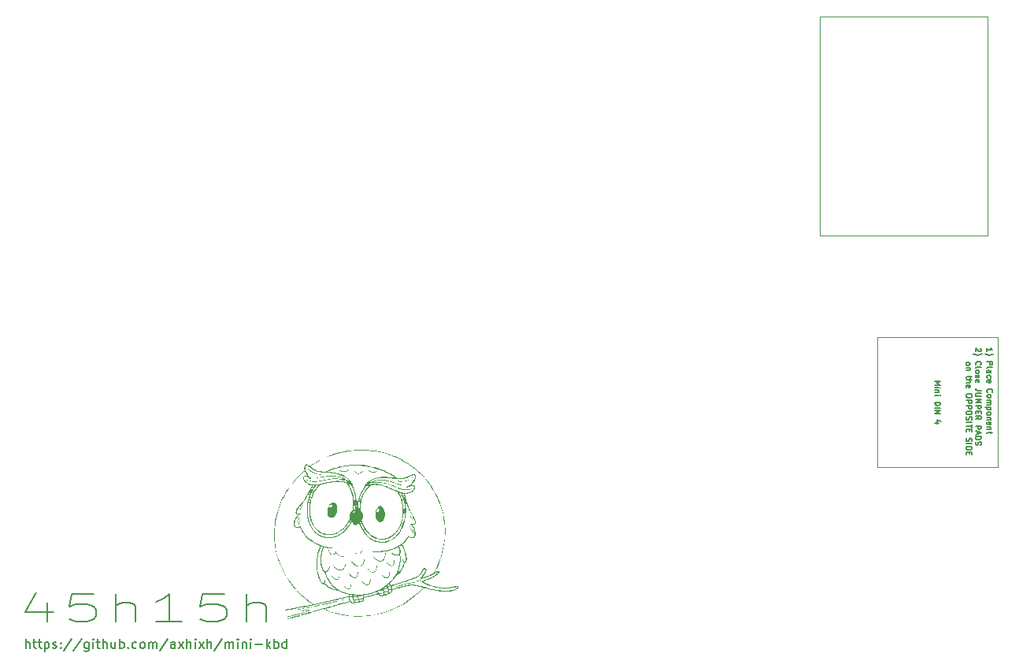
<source format=gbr>
%TF.GenerationSoftware,KiCad,Pcbnew,7.0.10*%
%TF.CreationDate,2024-01-08T12:38:43-05:00*%
%TF.ProjectId,mini,6d696e69-2e6b-4696-9361-645f70636258,2*%
%TF.SameCoordinates,Original*%
%TF.FileFunction,Legend,Top*%
%TF.FilePolarity,Positive*%
%FSLAX46Y46*%
G04 Gerber Fmt 4.6, Leading zero omitted, Abs format (unit mm)*
G04 Created by KiCad (PCBNEW 7.0.10) date 2024-01-08 12:38:43*
%MOMM*%
%LPD*%
G01*
G04 APERTURE LIST*
%ADD10C,0.150000*%
%ADD11C,0.100000*%
%ADD12C,0.120000*%
G04 APERTURE END LIST*
D10*
X98522765Y-116388575D02*
X98522765Y-115388575D01*
X98951336Y-116388575D02*
X98951336Y-115864765D01*
X98951336Y-115864765D02*
X98903717Y-115769527D01*
X98903717Y-115769527D02*
X98808479Y-115721908D01*
X98808479Y-115721908D02*
X98665622Y-115721908D01*
X98665622Y-115721908D02*
X98570384Y-115769527D01*
X98570384Y-115769527D02*
X98522765Y-115817146D01*
X99284670Y-115721908D02*
X99665622Y-115721908D01*
X99427527Y-115388575D02*
X99427527Y-116245717D01*
X99427527Y-116245717D02*
X99475146Y-116340956D01*
X99475146Y-116340956D02*
X99570384Y-116388575D01*
X99570384Y-116388575D02*
X99665622Y-116388575D01*
X99856099Y-115721908D02*
X100237051Y-115721908D01*
X99998956Y-115388575D02*
X99998956Y-116245717D01*
X99998956Y-116245717D02*
X100046575Y-116340956D01*
X100046575Y-116340956D02*
X100141813Y-116388575D01*
X100141813Y-116388575D02*
X100237051Y-116388575D01*
X100570385Y-115721908D02*
X100570385Y-116721908D01*
X100570385Y-115769527D02*
X100665623Y-115721908D01*
X100665623Y-115721908D02*
X100856099Y-115721908D01*
X100856099Y-115721908D02*
X100951337Y-115769527D01*
X100951337Y-115769527D02*
X100998956Y-115817146D01*
X100998956Y-115817146D02*
X101046575Y-115912384D01*
X101046575Y-115912384D02*
X101046575Y-116198098D01*
X101046575Y-116198098D02*
X100998956Y-116293336D01*
X100998956Y-116293336D02*
X100951337Y-116340956D01*
X100951337Y-116340956D02*
X100856099Y-116388575D01*
X100856099Y-116388575D02*
X100665623Y-116388575D01*
X100665623Y-116388575D02*
X100570385Y-116340956D01*
X101427528Y-116340956D02*
X101522766Y-116388575D01*
X101522766Y-116388575D02*
X101713242Y-116388575D01*
X101713242Y-116388575D02*
X101808480Y-116340956D01*
X101808480Y-116340956D02*
X101856099Y-116245717D01*
X101856099Y-116245717D02*
X101856099Y-116198098D01*
X101856099Y-116198098D02*
X101808480Y-116102860D01*
X101808480Y-116102860D02*
X101713242Y-116055241D01*
X101713242Y-116055241D02*
X101570385Y-116055241D01*
X101570385Y-116055241D02*
X101475147Y-116007622D01*
X101475147Y-116007622D02*
X101427528Y-115912384D01*
X101427528Y-115912384D02*
X101427528Y-115864765D01*
X101427528Y-115864765D02*
X101475147Y-115769527D01*
X101475147Y-115769527D02*
X101570385Y-115721908D01*
X101570385Y-115721908D02*
X101713242Y-115721908D01*
X101713242Y-115721908D02*
X101808480Y-115769527D01*
X102284671Y-116293336D02*
X102332290Y-116340956D01*
X102332290Y-116340956D02*
X102284671Y-116388575D01*
X102284671Y-116388575D02*
X102237052Y-116340956D01*
X102237052Y-116340956D02*
X102284671Y-116293336D01*
X102284671Y-116293336D02*
X102284671Y-116388575D01*
X102284671Y-115769527D02*
X102332290Y-115817146D01*
X102332290Y-115817146D02*
X102284671Y-115864765D01*
X102284671Y-115864765D02*
X102237052Y-115817146D01*
X102237052Y-115817146D02*
X102284671Y-115769527D01*
X102284671Y-115769527D02*
X102284671Y-115864765D01*
X103475146Y-115340956D02*
X102618004Y-116626670D01*
X104522765Y-115340956D02*
X103665623Y-116626670D01*
X105284670Y-115721908D02*
X105284670Y-116531432D01*
X105284670Y-116531432D02*
X105237051Y-116626670D01*
X105237051Y-116626670D02*
X105189432Y-116674289D01*
X105189432Y-116674289D02*
X105094194Y-116721908D01*
X105094194Y-116721908D02*
X104951337Y-116721908D01*
X104951337Y-116721908D02*
X104856099Y-116674289D01*
X105284670Y-116340956D02*
X105189432Y-116388575D01*
X105189432Y-116388575D02*
X104998956Y-116388575D01*
X104998956Y-116388575D02*
X104903718Y-116340956D01*
X104903718Y-116340956D02*
X104856099Y-116293336D01*
X104856099Y-116293336D02*
X104808480Y-116198098D01*
X104808480Y-116198098D02*
X104808480Y-115912384D01*
X104808480Y-115912384D02*
X104856099Y-115817146D01*
X104856099Y-115817146D02*
X104903718Y-115769527D01*
X104903718Y-115769527D02*
X104998956Y-115721908D01*
X104998956Y-115721908D02*
X105189432Y-115721908D01*
X105189432Y-115721908D02*
X105284670Y-115769527D01*
X105760861Y-116388575D02*
X105760861Y-115721908D01*
X105760861Y-115388575D02*
X105713242Y-115436194D01*
X105713242Y-115436194D02*
X105760861Y-115483813D01*
X105760861Y-115483813D02*
X105808480Y-115436194D01*
X105808480Y-115436194D02*
X105760861Y-115388575D01*
X105760861Y-115388575D02*
X105760861Y-115483813D01*
X106094194Y-115721908D02*
X106475146Y-115721908D01*
X106237051Y-115388575D02*
X106237051Y-116245717D01*
X106237051Y-116245717D02*
X106284670Y-116340956D01*
X106284670Y-116340956D02*
X106379908Y-116388575D01*
X106379908Y-116388575D02*
X106475146Y-116388575D01*
X106808480Y-116388575D02*
X106808480Y-115388575D01*
X107237051Y-116388575D02*
X107237051Y-115864765D01*
X107237051Y-115864765D02*
X107189432Y-115769527D01*
X107189432Y-115769527D02*
X107094194Y-115721908D01*
X107094194Y-115721908D02*
X106951337Y-115721908D01*
X106951337Y-115721908D02*
X106856099Y-115769527D01*
X106856099Y-115769527D02*
X106808480Y-115817146D01*
X108141813Y-115721908D02*
X108141813Y-116388575D01*
X107713242Y-115721908D02*
X107713242Y-116245717D01*
X107713242Y-116245717D02*
X107760861Y-116340956D01*
X107760861Y-116340956D02*
X107856099Y-116388575D01*
X107856099Y-116388575D02*
X107998956Y-116388575D01*
X107998956Y-116388575D02*
X108094194Y-116340956D01*
X108094194Y-116340956D02*
X108141813Y-116293336D01*
X108618004Y-116388575D02*
X108618004Y-115388575D01*
X108618004Y-115769527D02*
X108713242Y-115721908D01*
X108713242Y-115721908D02*
X108903718Y-115721908D01*
X108903718Y-115721908D02*
X108998956Y-115769527D01*
X108998956Y-115769527D02*
X109046575Y-115817146D01*
X109046575Y-115817146D02*
X109094194Y-115912384D01*
X109094194Y-115912384D02*
X109094194Y-116198098D01*
X109094194Y-116198098D02*
X109046575Y-116293336D01*
X109046575Y-116293336D02*
X108998956Y-116340956D01*
X108998956Y-116340956D02*
X108903718Y-116388575D01*
X108903718Y-116388575D02*
X108713242Y-116388575D01*
X108713242Y-116388575D02*
X108618004Y-116340956D01*
X109522766Y-116293336D02*
X109570385Y-116340956D01*
X109570385Y-116340956D02*
X109522766Y-116388575D01*
X109522766Y-116388575D02*
X109475147Y-116340956D01*
X109475147Y-116340956D02*
X109522766Y-116293336D01*
X109522766Y-116293336D02*
X109522766Y-116388575D01*
X110427527Y-116340956D02*
X110332289Y-116388575D01*
X110332289Y-116388575D02*
X110141813Y-116388575D01*
X110141813Y-116388575D02*
X110046575Y-116340956D01*
X110046575Y-116340956D02*
X109998956Y-116293336D01*
X109998956Y-116293336D02*
X109951337Y-116198098D01*
X109951337Y-116198098D02*
X109951337Y-115912384D01*
X109951337Y-115912384D02*
X109998956Y-115817146D01*
X109998956Y-115817146D02*
X110046575Y-115769527D01*
X110046575Y-115769527D02*
X110141813Y-115721908D01*
X110141813Y-115721908D02*
X110332289Y-115721908D01*
X110332289Y-115721908D02*
X110427527Y-115769527D01*
X110998956Y-116388575D02*
X110903718Y-116340956D01*
X110903718Y-116340956D02*
X110856099Y-116293336D01*
X110856099Y-116293336D02*
X110808480Y-116198098D01*
X110808480Y-116198098D02*
X110808480Y-115912384D01*
X110808480Y-115912384D02*
X110856099Y-115817146D01*
X110856099Y-115817146D02*
X110903718Y-115769527D01*
X110903718Y-115769527D02*
X110998956Y-115721908D01*
X110998956Y-115721908D02*
X111141813Y-115721908D01*
X111141813Y-115721908D02*
X111237051Y-115769527D01*
X111237051Y-115769527D02*
X111284670Y-115817146D01*
X111284670Y-115817146D02*
X111332289Y-115912384D01*
X111332289Y-115912384D02*
X111332289Y-116198098D01*
X111332289Y-116198098D02*
X111284670Y-116293336D01*
X111284670Y-116293336D02*
X111237051Y-116340956D01*
X111237051Y-116340956D02*
X111141813Y-116388575D01*
X111141813Y-116388575D02*
X110998956Y-116388575D01*
X111760861Y-116388575D02*
X111760861Y-115721908D01*
X111760861Y-115817146D02*
X111808480Y-115769527D01*
X111808480Y-115769527D02*
X111903718Y-115721908D01*
X111903718Y-115721908D02*
X112046575Y-115721908D01*
X112046575Y-115721908D02*
X112141813Y-115769527D01*
X112141813Y-115769527D02*
X112189432Y-115864765D01*
X112189432Y-115864765D02*
X112189432Y-116388575D01*
X112189432Y-115864765D02*
X112237051Y-115769527D01*
X112237051Y-115769527D02*
X112332289Y-115721908D01*
X112332289Y-115721908D02*
X112475146Y-115721908D01*
X112475146Y-115721908D02*
X112570385Y-115769527D01*
X112570385Y-115769527D02*
X112618004Y-115864765D01*
X112618004Y-115864765D02*
X112618004Y-116388575D01*
X113808479Y-115340956D02*
X112951337Y-116626670D01*
X114570384Y-116388575D02*
X114570384Y-115864765D01*
X114570384Y-115864765D02*
X114522765Y-115769527D01*
X114522765Y-115769527D02*
X114427527Y-115721908D01*
X114427527Y-115721908D02*
X114237051Y-115721908D01*
X114237051Y-115721908D02*
X114141813Y-115769527D01*
X114570384Y-116340956D02*
X114475146Y-116388575D01*
X114475146Y-116388575D02*
X114237051Y-116388575D01*
X114237051Y-116388575D02*
X114141813Y-116340956D01*
X114141813Y-116340956D02*
X114094194Y-116245717D01*
X114094194Y-116245717D02*
X114094194Y-116150479D01*
X114094194Y-116150479D02*
X114141813Y-116055241D01*
X114141813Y-116055241D02*
X114237051Y-116007622D01*
X114237051Y-116007622D02*
X114475146Y-116007622D01*
X114475146Y-116007622D02*
X114570384Y-115960003D01*
X114951337Y-116388575D02*
X115475146Y-115721908D01*
X114951337Y-115721908D02*
X115475146Y-116388575D01*
X115856099Y-116388575D02*
X115856099Y-115388575D01*
X116284670Y-116388575D02*
X116284670Y-115864765D01*
X116284670Y-115864765D02*
X116237051Y-115769527D01*
X116237051Y-115769527D02*
X116141813Y-115721908D01*
X116141813Y-115721908D02*
X115998956Y-115721908D01*
X115998956Y-115721908D02*
X115903718Y-115769527D01*
X115903718Y-115769527D02*
X115856099Y-115817146D01*
X116760861Y-116388575D02*
X116760861Y-115721908D01*
X116760861Y-115388575D02*
X116713242Y-115436194D01*
X116713242Y-115436194D02*
X116760861Y-115483813D01*
X116760861Y-115483813D02*
X116808480Y-115436194D01*
X116808480Y-115436194D02*
X116760861Y-115388575D01*
X116760861Y-115388575D02*
X116760861Y-115483813D01*
X117141813Y-116388575D02*
X117665622Y-115721908D01*
X117141813Y-115721908D02*
X117665622Y-116388575D01*
X118046575Y-116388575D02*
X118046575Y-115388575D01*
X118475146Y-116388575D02*
X118475146Y-115864765D01*
X118475146Y-115864765D02*
X118427527Y-115769527D01*
X118427527Y-115769527D02*
X118332289Y-115721908D01*
X118332289Y-115721908D02*
X118189432Y-115721908D01*
X118189432Y-115721908D02*
X118094194Y-115769527D01*
X118094194Y-115769527D02*
X118046575Y-115817146D01*
X119665622Y-115340956D02*
X118808480Y-116626670D01*
X119998956Y-116388575D02*
X119998956Y-115721908D01*
X119998956Y-115817146D02*
X120046575Y-115769527D01*
X120046575Y-115769527D02*
X120141813Y-115721908D01*
X120141813Y-115721908D02*
X120284670Y-115721908D01*
X120284670Y-115721908D02*
X120379908Y-115769527D01*
X120379908Y-115769527D02*
X120427527Y-115864765D01*
X120427527Y-115864765D02*
X120427527Y-116388575D01*
X120427527Y-115864765D02*
X120475146Y-115769527D01*
X120475146Y-115769527D02*
X120570384Y-115721908D01*
X120570384Y-115721908D02*
X120713241Y-115721908D01*
X120713241Y-115721908D02*
X120808480Y-115769527D01*
X120808480Y-115769527D02*
X120856099Y-115864765D01*
X120856099Y-115864765D02*
X120856099Y-116388575D01*
X121332289Y-116388575D02*
X121332289Y-115721908D01*
X121332289Y-115388575D02*
X121284670Y-115436194D01*
X121284670Y-115436194D02*
X121332289Y-115483813D01*
X121332289Y-115483813D02*
X121379908Y-115436194D01*
X121379908Y-115436194D02*
X121332289Y-115388575D01*
X121332289Y-115388575D02*
X121332289Y-115483813D01*
X121808479Y-115721908D02*
X121808479Y-116388575D01*
X121808479Y-115817146D02*
X121856098Y-115769527D01*
X121856098Y-115769527D02*
X121951336Y-115721908D01*
X121951336Y-115721908D02*
X122094193Y-115721908D01*
X122094193Y-115721908D02*
X122189431Y-115769527D01*
X122189431Y-115769527D02*
X122237050Y-115864765D01*
X122237050Y-115864765D02*
X122237050Y-116388575D01*
X122713241Y-116388575D02*
X122713241Y-115721908D01*
X122713241Y-115388575D02*
X122665622Y-115436194D01*
X122665622Y-115436194D02*
X122713241Y-115483813D01*
X122713241Y-115483813D02*
X122760860Y-115436194D01*
X122760860Y-115436194D02*
X122713241Y-115388575D01*
X122713241Y-115388575D02*
X122713241Y-115483813D01*
X123189431Y-116007622D02*
X123951336Y-116007622D01*
X124427526Y-116388575D02*
X124427526Y-115388575D01*
X124522764Y-116007622D02*
X124808478Y-116388575D01*
X124808478Y-115721908D02*
X124427526Y-116102860D01*
X125237050Y-116388575D02*
X125237050Y-115388575D01*
X125237050Y-115769527D02*
X125332288Y-115721908D01*
X125332288Y-115721908D02*
X125522764Y-115721908D01*
X125522764Y-115721908D02*
X125618002Y-115769527D01*
X125618002Y-115769527D02*
X125665621Y-115817146D01*
X125665621Y-115817146D02*
X125713240Y-115912384D01*
X125713240Y-115912384D02*
X125713240Y-116198098D01*
X125713240Y-116198098D02*
X125665621Y-116293336D01*
X125665621Y-116293336D02*
X125618002Y-116340956D01*
X125618002Y-116340956D02*
X125522764Y-116388575D01*
X125522764Y-116388575D02*
X125332288Y-116388575D01*
X125332288Y-116388575D02*
X125237050Y-116340956D01*
X126570383Y-116388575D02*
X126570383Y-115388575D01*
X126570383Y-116340956D02*
X126475145Y-116388575D01*
X126475145Y-116388575D02*
X126284669Y-116388575D01*
X126284669Y-116388575D02*
X126189431Y-116340956D01*
X126189431Y-116340956D02*
X126141812Y-116293336D01*
X126141812Y-116293336D02*
X126094193Y-116198098D01*
X126094193Y-116198098D02*
X126094193Y-115912384D01*
X126094193Y-115912384D02*
X126141812Y-115817146D01*
X126141812Y-115817146D02*
X126189431Y-115769527D01*
X126189431Y-115769527D02*
X126284669Y-115721908D01*
X126284669Y-115721908D02*
X126475145Y-115721908D01*
X126475145Y-115721908D02*
X126570383Y-115769527D01*
X100832287Y-111513813D02*
X100832287Y-113513813D01*
X99641811Y-110370956D02*
X98451334Y-112513813D01*
X98451334Y-112513813D02*
X101546573Y-112513813D01*
X105832287Y-110513813D02*
X103451335Y-110513813D01*
X103451335Y-110513813D02*
X103213239Y-111942384D01*
X103213239Y-111942384D02*
X103451335Y-111799527D01*
X103451335Y-111799527D02*
X103927525Y-111656670D01*
X103927525Y-111656670D02*
X105118001Y-111656670D01*
X105118001Y-111656670D02*
X105594192Y-111799527D01*
X105594192Y-111799527D02*
X105832287Y-111942384D01*
X105832287Y-111942384D02*
X106070382Y-112228098D01*
X106070382Y-112228098D02*
X106070382Y-112942384D01*
X106070382Y-112942384D02*
X105832287Y-113228098D01*
X105832287Y-113228098D02*
X105594192Y-113370956D01*
X105594192Y-113370956D02*
X105118001Y-113513813D01*
X105118001Y-113513813D02*
X103927525Y-113513813D01*
X103927525Y-113513813D02*
X103451335Y-113370956D01*
X103451335Y-113370956D02*
X103213239Y-113228098D01*
X108213240Y-113513813D02*
X108213240Y-110513813D01*
X110356097Y-113513813D02*
X110356097Y-111942384D01*
X110356097Y-111942384D02*
X110118002Y-111656670D01*
X110118002Y-111656670D02*
X109641811Y-111513813D01*
X109641811Y-111513813D02*
X108927525Y-111513813D01*
X108927525Y-111513813D02*
X108451335Y-111656670D01*
X108451335Y-111656670D02*
X108213240Y-111799527D01*
X115356097Y-113513813D02*
X112498954Y-113513813D01*
X113927526Y-113513813D02*
X113927526Y-110513813D01*
X113927526Y-110513813D02*
X113451335Y-110942384D01*
X113451335Y-110942384D02*
X112975145Y-111228098D01*
X112975145Y-111228098D02*
X112498954Y-111370956D01*
X119879907Y-110513813D02*
X117498955Y-110513813D01*
X117498955Y-110513813D02*
X117260859Y-111942384D01*
X117260859Y-111942384D02*
X117498955Y-111799527D01*
X117498955Y-111799527D02*
X117975145Y-111656670D01*
X117975145Y-111656670D02*
X119165621Y-111656670D01*
X119165621Y-111656670D02*
X119641812Y-111799527D01*
X119641812Y-111799527D02*
X119879907Y-111942384D01*
X119879907Y-111942384D02*
X120118002Y-112228098D01*
X120118002Y-112228098D02*
X120118002Y-112942384D01*
X120118002Y-112942384D02*
X119879907Y-113228098D01*
X119879907Y-113228098D02*
X119641812Y-113370956D01*
X119641812Y-113370956D02*
X119165621Y-113513813D01*
X119165621Y-113513813D02*
X117975145Y-113513813D01*
X117975145Y-113513813D02*
X117498955Y-113370956D01*
X117498955Y-113370956D02*
X117260859Y-113228098D01*
X122260860Y-113513813D02*
X122260860Y-110513813D01*
X124403717Y-113513813D02*
X124403717Y-111942384D01*
X124403717Y-111942384D02*
X124165622Y-111656670D01*
X124165622Y-111656670D02*
X123689431Y-111513813D01*
X123689431Y-111513813D02*
X122975145Y-111513813D01*
X122975145Y-111513813D02*
X122498955Y-111656670D01*
X122498955Y-111656670D02*
X122260860Y-111799527D01*
X196276802Y-87676614D02*
X196876802Y-87676614D01*
X196876802Y-87676614D02*
X196448231Y-87876614D01*
X196448231Y-87876614D02*
X196876802Y-88076614D01*
X196876802Y-88076614D02*
X196276802Y-88076614D01*
X196276802Y-88362328D02*
X196676802Y-88362328D01*
X196876802Y-88362328D02*
X196848231Y-88333756D01*
X196848231Y-88333756D02*
X196819659Y-88362328D01*
X196819659Y-88362328D02*
X196848231Y-88390899D01*
X196848231Y-88390899D02*
X196876802Y-88362328D01*
X196876802Y-88362328D02*
X196819659Y-88362328D01*
X196676802Y-88648042D02*
X196276802Y-88648042D01*
X196619659Y-88648042D02*
X196648231Y-88676613D01*
X196648231Y-88676613D02*
X196676802Y-88733756D01*
X196676802Y-88733756D02*
X196676802Y-88819470D01*
X196676802Y-88819470D02*
X196648231Y-88876613D01*
X196648231Y-88876613D02*
X196591088Y-88905185D01*
X196591088Y-88905185D02*
X196276802Y-88905185D01*
X196276802Y-89190899D02*
X196676802Y-89190899D01*
X196876802Y-89190899D02*
X196848231Y-89162327D01*
X196848231Y-89162327D02*
X196819659Y-89190899D01*
X196819659Y-89190899D02*
X196848231Y-89219470D01*
X196848231Y-89219470D02*
X196876802Y-89190899D01*
X196876802Y-89190899D02*
X196819659Y-89190899D01*
X196276802Y-89933756D02*
X196876802Y-89933756D01*
X196876802Y-89933756D02*
X196876802Y-90076613D01*
X196876802Y-90076613D02*
X196848231Y-90162327D01*
X196848231Y-90162327D02*
X196791088Y-90219470D01*
X196791088Y-90219470D02*
X196733945Y-90248041D01*
X196733945Y-90248041D02*
X196619659Y-90276613D01*
X196619659Y-90276613D02*
X196533945Y-90276613D01*
X196533945Y-90276613D02*
X196419659Y-90248041D01*
X196419659Y-90248041D02*
X196362516Y-90219470D01*
X196362516Y-90219470D02*
X196305374Y-90162327D01*
X196305374Y-90162327D02*
X196276802Y-90076613D01*
X196276802Y-90076613D02*
X196276802Y-89933756D01*
X196276802Y-90533756D02*
X196876802Y-90533756D01*
X196276802Y-90819470D02*
X196876802Y-90819470D01*
X196876802Y-90819470D02*
X196276802Y-91162327D01*
X196276802Y-91162327D02*
X196876802Y-91162327D01*
X196676802Y-92162327D02*
X196276802Y-92162327D01*
X196905374Y-92019469D02*
X196476802Y-91876612D01*
X196476802Y-91876612D02*
X196476802Y-92248041D01*
X201170659Y-84146725D02*
X201199231Y-84175297D01*
X201199231Y-84175297D02*
X201227802Y-84232440D01*
X201227802Y-84232440D02*
X201227802Y-84375297D01*
X201227802Y-84375297D02*
X201199231Y-84432440D01*
X201199231Y-84432440D02*
X201170659Y-84461011D01*
X201170659Y-84461011D02*
X201113516Y-84489582D01*
X201113516Y-84489582D02*
X201056374Y-84489582D01*
X201056374Y-84489582D02*
X200970659Y-84461011D01*
X200970659Y-84461011D02*
X200627802Y-84118154D01*
X200627802Y-84118154D02*
X200627802Y-84489582D01*
X200399231Y-84689583D02*
X200427802Y-84718154D01*
X200427802Y-84718154D02*
X200513516Y-84775297D01*
X200513516Y-84775297D02*
X200570659Y-84803869D01*
X200570659Y-84803869D02*
X200656374Y-84832440D01*
X200656374Y-84832440D02*
X200799231Y-84861011D01*
X200799231Y-84861011D02*
X200913516Y-84861011D01*
X200913516Y-84861011D02*
X201056374Y-84832440D01*
X201056374Y-84832440D02*
X201142088Y-84803869D01*
X201142088Y-84803869D02*
X201199231Y-84775297D01*
X201199231Y-84775297D02*
X201284945Y-84718154D01*
X201284945Y-84718154D02*
X201313516Y-84689583D01*
X200684945Y-85946726D02*
X200656374Y-85918154D01*
X200656374Y-85918154D02*
X200627802Y-85832440D01*
X200627802Y-85832440D02*
X200627802Y-85775297D01*
X200627802Y-85775297D02*
X200656374Y-85689583D01*
X200656374Y-85689583D02*
X200713516Y-85632440D01*
X200713516Y-85632440D02*
X200770659Y-85603869D01*
X200770659Y-85603869D02*
X200884945Y-85575297D01*
X200884945Y-85575297D02*
X200970659Y-85575297D01*
X200970659Y-85575297D02*
X201084945Y-85603869D01*
X201084945Y-85603869D02*
X201142088Y-85632440D01*
X201142088Y-85632440D02*
X201199231Y-85689583D01*
X201199231Y-85689583D02*
X201227802Y-85775297D01*
X201227802Y-85775297D02*
X201227802Y-85832440D01*
X201227802Y-85832440D02*
X201199231Y-85918154D01*
X201199231Y-85918154D02*
X201170659Y-85946726D01*
X200627802Y-86289583D02*
X200656374Y-86232440D01*
X200656374Y-86232440D02*
X200713516Y-86203869D01*
X200713516Y-86203869D02*
X201227802Y-86203869D01*
X200627802Y-86603869D02*
X200656374Y-86546726D01*
X200656374Y-86546726D02*
X200684945Y-86518155D01*
X200684945Y-86518155D02*
X200742088Y-86489583D01*
X200742088Y-86489583D02*
X200913516Y-86489583D01*
X200913516Y-86489583D02*
X200970659Y-86518155D01*
X200970659Y-86518155D02*
X200999231Y-86546726D01*
X200999231Y-86546726D02*
X201027802Y-86603869D01*
X201027802Y-86603869D02*
X201027802Y-86689583D01*
X201027802Y-86689583D02*
X200999231Y-86746726D01*
X200999231Y-86746726D02*
X200970659Y-86775298D01*
X200970659Y-86775298D02*
X200913516Y-86803869D01*
X200913516Y-86803869D02*
X200742088Y-86803869D01*
X200742088Y-86803869D02*
X200684945Y-86775298D01*
X200684945Y-86775298D02*
X200656374Y-86746726D01*
X200656374Y-86746726D02*
X200627802Y-86689583D01*
X200627802Y-86689583D02*
X200627802Y-86603869D01*
X200656374Y-87032440D02*
X200627802Y-87089583D01*
X200627802Y-87089583D02*
X200627802Y-87203869D01*
X200627802Y-87203869D02*
X200656374Y-87261012D01*
X200656374Y-87261012D02*
X200713516Y-87289583D01*
X200713516Y-87289583D02*
X200742088Y-87289583D01*
X200742088Y-87289583D02*
X200799231Y-87261012D01*
X200799231Y-87261012D02*
X200827802Y-87203869D01*
X200827802Y-87203869D02*
X200827802Y-87118155D01*
X200827802Y-87118155D02*
X200856374Y-87061012D01*
X200856374Y-87061012D02*
X200913516Y-87032440D01*
X200913516Y-87032440D02*
X200942088Y-87032440D01*
X200942088Y-87032440D02*
X200999231Y-87061012D01*
X200999231Y-87061012D02*
X201027802Y-87118155D01*
X201027802Y-87118155D02*
X201027802Y-87203869D01*
X201027802Y-87203869D02*
X200999231Y-87261012D01*
X200656374Y-87775297D02*
X200627802Y-87718154D01*
X200627802Y-87718154D02*
X200627802Y-87603869D01*
X200627802Y-87603869D02*
X200656374Y-87546726D01*
X200656374Y-87546726D02*
X200713516Y-87518154D01*
X200713516Y-87518154D02*
X200942088Y-87518154D01*
X200942088Y-87518154D02*
X200999231Y-87546726D01*
X200999231Y-87546726D02*
X201027802Y-87603869D01*
X201027802Y-87603869D02*
X201027802Y-87718154D01*
X201027802Y-87718154D02*
X200999231Y-87775297D01*
X200999231Y-87775297D02*
X200942088Y-87803869D01*
X200942088Y-87803869D02*
X200884945Y-87803869D01*
X200884945Y-87803869D02*
X200827802Y-87518154D01*
X201227802Y-88689583D02*
X200799231Y-88689583D01*
X200799231Y-88689583D02*
X200713516Y-88661012D01*
X200713516Y-88661012D02*
X200656374Y-88603869D01*
X200656374Y-88603869D02*
X200627802Y-88518155D01*
X200627802Y-88518155D02*
X200627802Y-88461012D01*
X201227802Y-88975298D02*
X200742088Y-88975298D01*
X200742088Y-88975298D02*
X200684945Y-89003869D01*
X200684945Y-89003869D02*
X200656374Y-89032441D01*
X200656374Y-89032441D02*
X200627802Y-89089583D01*
X200627802Y-89089583D02*
X200627802Y-89203869D01*
X200627802Y-89203869D02*
X200656374Y-89261012D01*
X200656374Y-89261012D02*
X200684945Y-89289583D01*
X200684945Y-89289583D02*
X200742088Y-89318155D01*
X200742088Y-89318155D02*
X201227802Y-89318155D01*
X200627802Y-89603869D02*
X201227802Y-89603869D01*
X201227802Y-89603869D02*
X200799231Y-89803869D01*
X200799231Y-89803869D02*
X201227802Y-90003869D01*
X201227802Y-90003869D02*
X200627802Y-90003869D01*
X200627802Y-90289583D02*
X201227802Y-90289583D01*
X201227802Y-90289583D02*
X201227802Y-90518154D01*
X201227802Y-90518154D02*
X201199231Y-90575297D01*
X201199231Y-90575297D02*
X201170659Y-90603868D01*
X201170659Y-90603868D02*
X201113516Y-90632440D01*
X201113516Y-90632440D02*
X201027802Y-90632440D01*
X201027802Y-90632440D02*
X200970659Y-90603868D01*
X200970659Y-90603868D02*
X200942088Y-90575297D01*
X200942088Y-90575297D02*
X200913516Y-90518154D01*
X200913516Y-90518154D02*
X200913516Y-90289583D01*
X200942088Y-90889583D02*
X200942088Y-91089583D01*
X200627802Y-91175297D02*
X200627802Y-90889583D01*
X200627802Y-90889583D02*
X201227802Y-90889583D01*
X201227802Y-90889583D02*
X201227802Y-91175297D01*
X200627802Y-91775297D02*
X200913516Y-91575297D01*
X200627802Y-91432440D02*
X201227802Y-91432440D01*
X201227802Y-91432440D02*
X201227802Y-91661011D01*
X201227802Y-91661011D02*
X201199231Y-91718154D01*
X201199231Y-91718154D02*
X201170659Y-91746725D01*
X201170659Y-91746725D02*
X201113516Y-91775297D01*
X201113516Y-91775297D02*
X201027802Y-91775297D01*
X201027802Y-91775297D02*
X200970659Y-91746725D01*
X200970659Y-91746725D02*
X200942088Y-91718154D01*
X200942088Y-91718154D02*
X200913516Y-91661011D01*
X200913516Y-91661011D02*
X200913516Y-91432440D01*
X200627802Y-92489583D02*
X201227802Y-92489583D01*
X201227802Y-92489583D02*
X201227802Y-92718154D01*
X201227802Y-92718154D02*
X201199231Y-92775297D01*
X201199231Y-92775297D02*
X201170659Y-92803868D01*
X201170659Y-92803868D02*
X201113516Y-92832440D01*
X201113516Y-92832440D02*
X201027802Y-92832440D01*
X201027802Y-92832440D02*
X200970659Y-92803868D01*
X200970659Y-92803868D02*
X200942088Y-92775297D01*
X200942088Y-92775297D02*
X200913516Y-92718154D01*
X200913516Y-92718154D02*
X200913516Y-92489583D01*
X200799231Y-93061011D02*
X200799231Y-93346726D01*
X200627802Y-93003868D02*
X201227802Y-93203868D01*
X201227802Y-93203868D02*
X200627802Y-93403868D01*
X200627802Y-93603869D02*
X201227802Y-93603869D01*
X201227802Y-93603869D02*
X201227802Y-93746726D01*
X201227802Y-93746726D02*
X201199231Y-93832440D01*
X201199231Y-93832440D02*
X201142088Y-93889583D01*
X201142088Y-93889583D02*
X201084945Y-93918154D01*
X201084945Y-93918154D02*
X200970659Y-93946726D01*
X200970659Y-93946726D02*
X200884945Y-93946726D01*
X200884945Y-93946726D02*
X200770659Y-93918154D01*
X200770659Y-93918154D02*
X200713516Y-93889583D01*
X200713516Y-93889583D02*
X200656374Y-93832440D01*
X200656374Y-93832440D02*
X200627802Y-93746726D01*
X200627802Y-93746726D02*
X200627802Y-93603869D01*
X200656374Y-94175297D02*
X200627802Y-94261012D01*
X200627802Y-94261012D02*
X200627802Y-94403869D01*
X200627802Y-94403869D02*
X200656374Y-94461012D01*
X200656374Y-94461012D02*
X200684945Y-94489583D01*
X200684945Y-94489583D02*
X200742088Y-94518154D01*
X200742088Y-94518154D02*
X200799231Y-94518154D01*
X200799231Y-94518154D02*
X200856374Y-94489583D01*
X200856374Y-94489583D02*
X200884945Y-94461012D01*
X200884945Y-94461012D02*
X200913516Y-94403869D01*
X200913516Y-94403869D02*
X200942088Y-94289583D01*
X200942088Y-94289583D02*
X200970659Y-94232440D01*
X200970659Y-94232440D02*
X200999231Y-94203869D01*
X200999231Y-94203869D02*
X201056374Y-94175297D01*
X201056374Y-94175297D02*
X201113516Y-94175297D01*
X201113516Y-94175297D02*
X201170659Y-94203869D01*
X201170659Y-94203869D02*
X201199231Y-94232440D01*
X201199231Y-94232440D02*
X201227802Y-94289583D01*
X201227802Y-94289583D02*
X201227802Y-94432440D01*
X201227802Y-94432440D02*
X201199231Y-94518154D01*
X201877802Y-84489582D02*
X201877802Y-84146725D01*
X201877802Y-84318154D02*
X202477802Y-84318154D01*
X202477802Y-84318154D02*
X202392088Y-84261011D01*
X202392088Y-84261011D02*
X202334945Y-84203868D01*
X202334945Y-84203868D02*
X202306374Y-84146725D01*
X201649231Y-84689583D02*
X201677802Y-84718154D01*
X201677802Y-84718154D02*
X201763516Y-84775297D01*
X201763516Y-84775297D02*
X201820659Y-84803869D01*
X201820659Y-84803869D02*
X201906374Y-84832440D01*
X201906374Y-84832440D02*
X202049231Y-84861011D01*
X202049231Y-84861011D02*
X202163516Y-84861011D01*
X202163516Y-84861011D02*
X202306374Y-84832440D01*
X202306374Y-84832440D02*
X202392088Y-84803869D01*
X202392088Y-84803869D02*
X202449231Y-84775297D01*
X202449231Y-84775297D02*
X202534945Y-84718154D01*
X202534945Y-84718154D02*
X202563516Y-84689583D01*
X201877802Y-85603869D02*
X202477802Y-85603869D01*
X202477802Y-85603869D02*
X202477802Y-85832440D01*
X202477802Y-85832440D02*
X202449231Y-85889583D01*
X202449231Y-85889583D02*
X202420659Y-85918154D01*
X202420659Y-85918154D02*
X202363516Y-85946726D01*
X202363516Y-85946726D02*
X202277802Y-85946726D01*
X202277802Y-85946726D02*
X202220659Y-85918154D01*
X202220659Y-85918154D02*
X202192088Y-85889583D01*
X202192088Y-85889583D02*
X202163516Y-85832440D01*
X202163516Y-85832440D02*
X202163516Y-85603869D01*
X201877802Y-86289583D02*
X201906374Y-86232440D01*
X201906374Y-86232440D02*
X201963516Y-86203869D01*
X201963516Y-86203869D02*
X202477802Y-86203869D01*
X201877802Y-86775298D02*
X202192088Y-86775298D01*
X202192088Y-86775298D02*
X202249231Y-86746726D01*
X202249231Y-86746726D02*
X202277802Y-86689583D01*
X202277802Y-86689583D02*
X202277802Y-86575298D01*
X202277802Y-86575298D02*
X202249231Y-86518155D01*
X201906374Y-86775298D02*
X201877802Y-86718155D01*
X201877802Y-86718155D02*
X201877802Y-86575298D01*
X201877802Y-86575298D02*
X201906374Y-86518155D01*
X201906374Y-86518155D02*
X201963516Y-86489583D01*
X201963516Y-86489583D02*
X202020659Y-86489583D01*
X202020659Y-86489583D02*
X202077802Y-86518155D01*
X202077802Y-86518155D02*
X202106374Y-86575298D01*
X202106374Y-86575298D02*
X202106374Y-86718155D01*
X202106374Y-86718155D02*
X202134945Y-86775298D01*
X201906374Y-87318155D02*
X201877802Y-87261012D01*
X201877802Y-87261012D02*
X201877802Y-87146726D01*
X201877802Y-87146726D02*
X201906374Y-87089583D01*
X201906374Y-87089583D02*
X201934945Y-87061012D01*
X201934945Y-87061012D02*
X201992088Y-87032440D01*
X201992088Y-87032440D02*
X202163516Y-87032440D01*
X202163516Y-87032440D02*
X202220659Y-87061012D01*
X202220659Y-87061012D02*
X202249231Y-87089583D01*
X202249231Y-87089583D02*
X202277802Y-87146726D01*
X202277802Y-87146726D02*
X202277802Y-87261012D01*
X202277802Y-87261012D02*
X202249231Y-87318155D01*
X201906374Y-87803869D02*
X201877802Y-87746726D01*
X201877802Y-87746726D02*
X201877802Y-87632441D01*
X201877802Y-87632441D02*
X201906374Y-87575298D01*
X201906374Y-87575298D02*
X201963516Y-87546726D01*
X201963516Y-87546726D02*
X202192088Y-87546726D01*
X202192088Y-87546726D02*
X202249231Y-87575298D01*
X202249231Y-87575298D02*
X202277802Y-87632441D01*
X202277802Y-87632441D02*
X202277802Y-87746726D01*
X202277802Y-87746726D02*
X202249231Y-87803869D01*
X202249231Y-87803869D02*
X202192088Y-87832441D01*
X202192088Y-87832441D02*
X202134945Y-87832441D01*
X202134945Y-87832441D02*
X202077802Y-87546726D01*
X201934945Y-88889584D02*
X201906374Y-88861012D01*
X201906374Y-88861012D02*
X201877802Y-88775298D01*
X201877802Y-88775298D02*
X201877802Y-88718155D01*
X201877802Y-88718155D02*
X201906374Y-88632441D01*
X201906374Y-88632441D02*
X201963516Y-88575298D01*
X201963516Y-88575298D02*
X202020659Y-88546727D01*
X202020659Y-88546727D02*
X202134945Y-88518155D01*
X202134945Y-88518155D02*
X202220659Y-88518155D01*
X202220659Y-88518155D02*
X202334945Y-88546727D01*
X202334945Y-88546727D02*
X202392088Y-88575298D01*
X202392088Y-88575298D02*
X202449231Y-88632441D01*
X202449231Y-88632441D02*
X202477802Y-88718155D01*
X202477802Y-88718155D02*
X202477802Y-88775298D01*
X202477802Y-88775298D02*
X202449231Y-88861012D01*
X202449231Y-88861012D02*
X202420659Y-88889584D01*
X201877802Y-89232441D02*
X201906374Y-89175298D01*
X201906374Y-89175298D02*
X201934945Y-89146727D01*
X201934945Y-89146727D02*
X201992088Y-89118155D01*
X201992088Y-89118155D02*
X202163516Y-89118155D01*
X202163516Y-89118155D02*
X202220659Y-89146727D01*
X202220659Y-89146727D02*
X202249231Y-89175298D01*
X202249231Y-89175298D02*
X202277802Y-89232441D01*
X202277802Y-89232441D02*
X202277802Y-89318155D01*
X202277802Y-89318155D02*
X202249231Y-89375298D01*
X202249231Y-89375298D02*
X202220659Y-89403870D01*
X202220659Y-89403870D02*
X202163516Y-89432441D01*
X202163516Y-89432441D02*
X201992088Y-89432441D01*
X201992088Y-89432441D02*
X201934945Y-89403870D01*
X201934945Y-89403870D02*
X201906374Y-89375298D01*
X201906374Y-89375298D02*
X201877802Y-89318155D01*
X201877802Y-89318155D02*
X201877802Y-89232441D01*
X201877802Y-89689584D02*
X202277802Y-89689584D01*
X202220659Y-89689584D02*
X202249231Y-89718155D01*
X202249231Y-89718155D02*
X202277802Y-89775298D01*
X202277802Y-89775298D02*
X202277802Y-89861012D01*
X202277802Y-89861012D02*
X202249231Y-89918155D01*
X202249231Y-89918155D02*
X202192088Y-89946727D01*
X202192088Y-89946727D02*
X201877802Y-89946727D01*
X202192088Y-89946727D02*
X202249231Y-89975298D01*
X202249231Y-89975298D02*
X202277802Y-90032441D01*
X202277802Y-90032441D02*
X202277802Y-90118155D01*
X202277802Y-90118155D02*
X202249231Y-90175298D01*
X202249231Y-90175298D02*
X202192088Y-90203869D01*
X202192088Y-90203869D02*
X201877802Y-90203869D01*
X202277802Y-90489584D02*
X201677802Y-90489584D01*
X202249231Y-90489584D02*
X202277802Y-90546727D01*
X202277802Y-90546727D02*
X202277802Y-90661012D01*
X202277802Y-90661012D02*
X202249231Y-90718155D01*
X202249231Y-90718155D02*
X202220659Y-90746727D01*
X202220659Y-90746727D02*
X202163516Y-90775298D01*
X202163516Y-90775298D02*
X201992088Y-90775298D01*
X201992088Y-90775298D02*
X201934945Y-90746727D01*
X201934945Y-90746727D02*
X201906374Y-90718155D01*
X201906374Y-90718155D02*
X201877802Y-90661012D01*
X201877802Y-90661012D02*
X201877802Y-90546727D01*
X201877802Y-90546727D02*
X201906374Y-90489584D01*
X201877802Y-91118155D02*
X201906374Y-91061012D01*
X201906374Y-91061012D02*
X201934945Y-91032441D01*
X201934945Y-91032441D02*
X201992088Y-91003869D01*
X201992088Y-91003869D02*
X202163516Y-91003869D01*
X202163516Y-91003869D02*
X202220659Y-91032441D01*
X202220659Y-91032441D02*
X202249231Y-91061012D01*
X202249231Y-91061012D02*
X202277802Y-91118155D01*
X202277802Y-91118155D02*
X202277802Y-91203869D01*
X202277802Y-91203869D02*
X202249231Y-91261012D01*
X202249231Y-91261012D02*
X202220659Y-91289584D01*
X202220659Y-91289584D02*
X202163516Y-91318155D01*
X202163516Y-91318155D02*
X201992088Y-91318155D01*
X201992088Y-91318155D02*
X201934945Y-91289584D01*
X201934945Y-91289584D02*
X201906374Y-91261012D01*
X201906374Y-91261012D02*
X201877802Y-91203869D01*
X201877802Y-91203869D02*
X201877802Y-91118155D01*
X202277802Y-91575298D02*
X201877802Y-91575298D01*
X202220659Y-91575298D02*
X202249231Y-91603869D01*
X202249231Y-91603869D02*
X202277802Y-91661012D01*
X202277802Y-91661012D02*
X202277802Y-91746726D01*
X202277802Y-91746726D02*
X202249231Y-91803869D01*
X202249231Y-91803869D02*
X202192088Y-91832441D01*
X202192088Y-91832441D02*
X201877802Y-91832441D01*
X201906374Y-92346726D02*
X201877802Y-92289583D01*
X201877802Y-92289583D02*
X201877802Y-92175298D01*
X201877802Y-92175298D02*
X201906374Y-92118155D01*
X201906374Y-92118155D02*
X201963516Y-92089583D01*
X201963516Y-92089583D02*
X202192088Y-92089583D01*
X202192088Y-92089583D02*
X202249231Y-92118155D01*
X202249231Y-92118155D02*
X202277802Y-92175298D01*
X202277802Y-92175298D02*
X202277802Y-92289583D01*
X202277802Y-92289583D02*
X202249231Y-92346726D01*
X202249231Y-92346726D02*
X202192088Y-92375298D01*
X202192088Y-92375298D02*
X202134945Y-92375298D01*
X202134945Y-92375298D02*
X202077802Y-92089583D01*
X202277802Y-92632441D02*
X201877802Y-92632441D01*
X202220659Y-92632441D02*
X202249231Y-92661012D01*
X202249231Y-92661012D02*
X202277802Y-92718155D01*
X202277802Y-92718155D02*
X202277802Y-92803869D01*
X202277802Y-92803869D02*
X202249231Y-92861012D01*
X202249231Y-92861012D02*
X202192088Y-92889584D01*
X202192088Y-92889584D02*
X201877802Y-92889584D01*
X202277802Y-93089583D02*
X202277802Y-93318155D01*
X202477802Y-93175298D02*
X201963516Y-93175298D01*
X201963516Y-93175298D02*
X201906374Y-93203869D01*
X201906374Y-93203869D02*
X201877802Y-93261012D01*
X201877802Y-93261012D02*
X201877802Y-93318155D01*
X199627802Y-85761011D02*
X199656374Y-85703868D01*
X199656374Y-85703868D02*
X199684945Y-85675297D01*
X199684945Y-85675297D02*
X199742088Y-85646725D01*
X199742088Y-85646725D02*
X199913516Y-85646725D01*
X199913516Y-85646725D02*
X199970659Y-85675297D01*
X199970659Y-85675297D02*
X199999231Y-85703868D01*
X199999231Y-85703868D02*
X200027802Y-85761011D01*
X200027802Y-85761011D02*
X200027802Y-85846725D01*
X200027802Y-85846725D02*
X199999231Y-85903868D01*
X199999231Y-85903868D02*
X199970659Y-85932440D01*
X199970659Y-85932440D02*
X199913516Y-85961011D01*
X199913516Y-85961011D02*
X199742088Y-85961011D01*
X199742088Y-85961011D02*
X199684945Y-85932440D01*
X199684945Y-85932440D02*
X199656374Y-85903868D01*
X199656374Y-85903868D02*
X199627802Y-85846725D01*
X199627802Y-85846725D02*
X199627802Y-85761011D01*
X200027802Y-86218154D02*
X199627802Y-86218154D01*
X199970659Y-86218154D02*
X199999231Y-86246725D01*
X199999231Y-86246725D02*
X200027802Y-86303868D01*
X200027802Y-86303868D02*
X200027802Y-86389582D01*
X200027802Y-86389582D02*
X199999231Y-86446725D01*
X199999231Y-86446725D02*
X199942088Y-86475297D01*
X199942088Y-86475297D02*
X199627802Y-86475297D01*
X200027802Y-87132439D02*
X200027802Y-87361011D01*
X200227802Y-87218154D02*
X199713516Y-87218154D01*
X199713516Y-87218154D02*
X199656374Y-87246725D01*
X199656374Y-87246725D02*
X199627802Y-87303868D01*
X199627802Y-87303868D02*
X199627802Y-87361011D01*
X199627802Y-87561011D02*
X200227802Y-87561011D01*
X199627802Y-87818154D02*
X199942088Y-87818154D01*
X199942088Y-87818154D02*
X199999231Y-87789582D01*
X199999231Y-87789582D02*
X200027802Y-87732439D01*
X200027802Y-87732439D02*
X200027802Y-87646725D01*
X200027802Y-87646725D02*
X199999231Y-87589582D01*
X199999231Y-87589582D02*
X199970659Y-87561011D01*
X199656374Y-88332439D02*
X199627802Y-88275296D01*
X199627802Y-88275296D02*
X199627802Y-88161011D01*
X199627802Y-88161011D02*
X199656374Y-88103868D01*
X199656374Y-88103868D02*
X199713516Y-88075296D01*
X199713516Y-88075296D02*
X199942088Y-88075296D01*
X199942088Y-88075296D02*
X199999231Y-88103868D01*
X199999231Y-88103868D02*
X200027802Y-88161011D01*
X200027802Y-88161011D02*
X200027802Y-88275296D01*
X200027802Y-88275296D02*
X199999231Y-88332439D01*
X199999231Y-88332439D02*
X199942088Y-88361011D01*
X199942088Y-88361011D02*
X199884945Y-88361011D01*
X199884945Y-88361011D02*
X199827802Y-88075296D01*
X200227802Y-89189582D02*
X200227802Y-89303868D01*
X200227802Y-89303868D02*
X200199231Y-89361011D01*
X200199231Y-89361011D02*
X200142088Y-89418154D01*
X200142088Y-89418154D02*
X200027802Y-89446725D01*
X200027802Y-89446725D02*
X199827802Y-89446725D01*
X199827802Y-89446725D02*
X199713516Y-89418154D01*
X199713516Y-89418154D02*
X199656374Y-89361011D01*
X199656374Y-89361011D02*
X199627802Y-89303868D01*
X199627802Y-89303868D02*
X199627802Y-89189582D01*
X199627802Y-89189582D02*
X199656374Y-89132440D01*
X199656374Y-89132440D02*
X199713516Y-89075297D01*
X199713516Y-89075297D02*
X199827802Y-89046725D01*
X199827802Y-89046725D02*
X200027802Y-89046725D01*
X200027802Y-89046725D02*
X200142088Y-89075297D01*
X200142088Y-89075297D02*
X200199231Y-89132440D01*
X200199231Y-89132440D02*
X200227802Y-89189582D01*
X199627802Y-89703868D02*
X200227802Y-89703868D01*
X200227802Y-89703868D02*
X200227802Y-89932439D01*
X200227802Y-89932439D02*
X200199231Y-89989582D01*
X200199231Y-89989582D02*
X200170659Y-90018153D01*
X200170659Y-90018153D02*
X200113516Y-90046725D01*
X200113516Y-90046725D02*
X200027802Y-90046725D01*
X200027802Y-90046725D02*
X199970659Y-90018153D01*
X199970659Y-90018153D02*
X199942088Y-89989582D01*
X199942088Y-89989582D02*
X199913516Y-89932439D01*
X199913516Y-89932439D02*
X199913516Y-89703868D01*
X199627802Y-90303868D02*
X200227802Y-90303868D01*
X200227802Y-90303868D02*
X200227802Y-90532439D01*
X200227802Y-90532439D02*
X200199231Y-90589582D01*
X200199231Y-90589582D02*
X200170659Y-90618153D01*
X200170659Y-90618153D02*
X200113516Y-90646725D01*
X200113516Y-90646725D02*
X200027802Y-90646725D01*
X200027802Y-90646725D02*
X199970659Y-90618153D01*
X199970659Y-90618153D02*
X199942088Y-90589582D01*
X199942088Y-90589582D02*
X199913516Y-90532439D01*
X199913516Y-90532439D02*
X199913516Y-90303868D01*
X200227802Y-91018153D02*
X200227802Y-91132439D01*
X200227802Y-91132439D02*
X200199231Y-91189582D01*
X200199231Y-91189582D02*
X200142088Y-91246725D01*
X200142088Y-91246725D02*
X200027802Y-91275296D01*
X200027802Y-91275296D02*
X199827802Y-91275296D01*
X199827802Y-91275296D02*
X199713516Y-91246725D01*
X199713516Y-91246725D02*
X199656374Y-91189582D01*
X199656374Y-91189582D02*
X199627802Y-91132439D01*
X199627802Y-91132439D02*
X199627802Y-91018153D01*
X199627802Y-91018153D02*
X199656374Y-90961011D01*
X199656374Y-90961011D02*
X199713516Y-90903868D01*
X199713516Y-90903868D02*
X199827802Y-90875296D01*
X199827802Y-90875296D02*
X200027802Y-90875296D01*
X200027802Y-90875296D02*
X200142088Y-90903868D01*
X200142088Y-90903868D02*
X200199231Y-90961011D01*
X200199231Y-90961011D02*
X200227802Y-91018153D01*
X199656374Y-91503867D02*
X199627802Y-91589582D01*
X199627802Y-91589582D02*
X199627802Y-91732439D01*
X199627802Y-91732439D02*
X199656374Y-91789582D01*
X199656374Y-91789582D02*
X199684945Y-91818153D01*
X199684945Y-91818153D02*
X199742088Y-91846724D01*
X199742088Y-91846724D02*
X199799231Y-91846724D01*
X199799231Y-91846724D02*
X199856374Y-91818153D01*
X199856374Y-91818153D02*
X199884945Y-91789582D01*
X199884945Y-91789582D02*
X199913516Y-91732439D01*
X199913516Y-91732439D02*
X199942088Y-91618153D01*
X199942088Y-91618153D02*
X199970659Y-91561010D01*
X199970659Y-91561010D02*
X199999231Y-91532439D01*
X199999231Y-91532439D02*
X200056374Y-91503867D01*
X200056374Y-91503867D02*
X200113516Y-91503867D01*
X200113516Y-91503867D02*
X200170659Y-91532439D01*
X200170659Y-91532439D02*
X200199231Y-91561010D01*
X200199231Y-91561010D02*
X200227802Y-91618153D01*
X200227802Y-91618153D02*
X200227802Y-91761010D01*
X200227802Y-91761010D02*
X200199231Y-91846724D01*
X199627802Y-92103868D02*
X200227802Y-92103868D01*
X200227802Y-92303867D02*
X200227802Y-92646725D01*
X199627802Y-92475296D02*
X200227802Y-92475296D01*
X199942088Y-92846725D02*
X199942088Y-93046725D01*
X199627802Y-93132439D02*
X199627802Y-92846725D01*
X199627802Y-92846725D02*
X200227802Y-92846725D01*
X200227802Y-92846725D02*
X200227802Y-93132439D01*
X199656374Y-93818153D02*
X199627802Y-93903868D01*
X199627802Y-93903868D02*
X199627802Y-94046725D01*
X199627802Y-94046725D02*
X199656374Y-94103868D01*
X199656374Y-94103868D02*
X199684945Y-94132439D01*
X199684945Y-94132439D02*
X199742088Y-94161010D01*
X199742088Y-94161010D02*
X199799231Y-94161010D01*
X199799231Y-94161010D02*
X199856374Y-94132439D01*
X199856374Y-94132439D02*
X199884945Y-94103868D01*
X199884945Y-94103868D02*
X199913516Y-94046725D01*
X199913516Y-94046725D02*
X199942088Y-93932439D01*
X199942088Y-93932439D02*
X199970659Y-93875296D01*
X199970659Y-93875296D02*
X199999231Y-93846725D01*
X199999231Y-93846725D02*
X200056374Y-93818153D01*
X200056374Y-93818153D02*
X200113516Y-93818153D01*
X200113516Y-93818153D02*
X200170659Y-93846725D01*
X200170659Y-93846725D02*
X200199231Y-93875296D01*
X200199231Y-93875296D02*
X200227802Y-93932439D01*
X200227802Y-93932439D02*
X200227802Y-94075296D01*
X200227802Y-94075296D02*
X200199231Y-94161010D01*
X199627802Y-94418154D02*
X200227802Y-94418154D01*
X199627802Y-94703868D02*
X200227802Y-94703868D01*
X200227802Y-94703868D02*
X200227802Y-94846725D01*
X200227802Y-94846725D02*
X200199231Y-94932439D01*
X200199231Y-94932439D02*
X200142088Y-94989582D01*
X200142088Y-94989582D02*
X200084945Y-95018153D01*
X200084945Y-95018153D02*
X199970659Y-95046725D01*
X199970659Y-95046725D02*
X199884945Y-95046725D01*
X199884945Y-95046725D02*
X199770659Y-95018153D01*
X199770659Y-95018153D02*
X199713516Y-94989582D01*
X199713516Y-94989582D02*
X199656374Y-94932439D01*
X199656374Y-94932439D02*
X199627802Y-94846725D01*
X199627802Y-94846725D02*
X199627802Y-94703868D01*
X199942088Y-95303868D02*
X199942088Y-95503868D01*
X199627802Y-95589582D02*
X199627802Y-95303868D01*
X199627802Y-95303868D02*
X200227802Y-95303868D01*
X200227802Y-95303868D02*
X200227802Y-95589582D01*
D11*
%TO.C,AdamTech-MDJ004FS1*%
X203046574Y-82933756D02*
X190096574Y-82933756D01*
X190096574Y-82933756D02*
X190096574Y-96933756D01*
X190096574Y-96933756D02*
X203046574Y-96933756D01*
X203046574Y-96933756D02*
X203046574Y-82933756D01*
D12*
%TO.C,RP2040Zero1*%
X183906574Y-48483756D02*
X183906574Y-71983756D01*
X183906574Y-71983756D02*
X201906574Y-71983756D01*
X201906574Y-48483756D02*
X183906574Y-48483756D01*
X201906574Y-71983756D02*
X201906574Y-48483756D01*
%TO.C,LOGO1*%
G36*
X133002504Y-111061792D02*
G01*
X133009395Y-111085823D01*
X132783151Y-111153483D01*
X132709877Y-111175223D01*
X132653356Y-111191505D01*
X132611263Y-111202872D01*
X132581273Y-111209868D01*
X132561060Y-111213035D01*
X132548300Y-111212918D01*
X132540754Y-111210118D01*
X132527813Y-111193295D01*
X132526025Y-111182763D01*
X132528602Y-111177005D01*
X132536772Y-111170883D01*
X132552722Y-111163644D01*
X132578636Y-111154543D01*
X132616700Y-111142828D01*
X132669101Y-111127753D01*
X132738024Y-111108568D01*
X132761532Y-111102095D01*
X132995613Y-111037760D01*
X133002504Y-111061792D01*
G37*
G36*
X127970753Y-102630332D02*
G01*
X127980108Y-102638067D01*
X127987479Y-102652374D01*
X127986070Y-102674718D01*
X127977931Y-102703710D01*
X127957534Y-102776154D01*
X127944336Y-102849145D01*
X127937088Y-102930509D01*
X127935492Y-102969987D01*
X127933453Y-103018716D01*
X127930228Y-103051071D01*
X127925090Y-103070677D01*
X127917316Y-103081152D01*
X127912698Y-103083883D01*
X127891434Y-103085425D01*
X127881941Y-103078266D01*
X127874441Y-103056335D01*
X127871047Y-103018872D01*
X127871387Y-102969839D01*
X127875091Y-102913198D01*
X127881784Y-102852908D01*
X127891096Y-102792931D01*
X127902653Y-102737230D01*
X127916086Y-102689763D01*
X127919281Y-102680751D01*
X127936066Y-102644774D01*
X127952933Y-102628171D01*
X127970753Y-102630332D01*
G37*
G36*
X127961547Y-102246973D02*
G01*
X127966793Y-102267249D01*
X127959708Y-102293816D01*
X127945303Y-102316154D01*
X127919067Y-102353636D01*
X127889500Y-102405659D01*
X127858844Y-102467556D01*
X127829335Y-102534659D01*
X127803213Y-102602300D01*
X127791512Y-102636759D01*
X127772787Y-102690799D01*
X127756661Y-102726950D01*
X127741994Y-102746972D01*
X127727645Y-102752624D01*
X127718331Y-102749642D01*
X127708173Y-102737354D01*
X127705952Y-102714565D01*
X127711900Y-102679025D01*
X127726249Y-102628485D01*
X127732967Y-102607830D01*
X127757572Y-102540201D01*
X127785636Y-102473547D01*
X127815698Y-102410433D01*
X127846293Y-102353428D01*
X127875956Y-102305101D01*
X127903222Y-102268017D01*
X127926627Y-102244745D01*
X127944050Y-102237776D01*
X127961547Y-102246973D01*
G37*
G36*
X139935791Y-102206931D02*
G01*
X139955971Y-102225579D01*
X139977229Y-102256757D01*
X140000975Y-102299127D01*
X140025744Y-102349109D01*
X140050066Y-102403123D01*
X140072472Y-102457589D01*
X140091495Y-102508927D01*
X140105667Y-102553555D01*
X140113517Y-102587896D01*
X140113580Y-102608368D01*
X140113282Y-102609125D01*
X140102247Y-102626421D01*
X140087257Y-102628117D01*
X140081029Y-102626254D01*
X140073059Y-102615828D01*
X140059919Y-102590278D01*
X140043321Y-102553251D01*
X140024983Y-102508402D01*
X140021847Y-102500343D01*
X139999694Y-102446141D01*
X139975123Y-102391085D01*
X139951277Y-102341966D01*
X139933033Y-102308446D01*
X139909179Y-102266218D01*
X139896628Y-102237277D01*
X139894856Y-102218783D01*
X139903343Y-102207891D01*
X139913792Y-102203633D01*
X139935791Y-102206931D01*
G37*
G36*
X128251254Y-101083067D02*
G01*
X128264497Y-101099303D01*
X128266099Y-101114480D01*
X128259373Y-101128098D01*
X128243000Y-101152652D01*
X128220051Y-101183646D01*
X128210925Y-101195320D01*
X128185543Y-101230502D01*
X128155012Y-101277665D01*
X128123029Y-101330853D01*
X128093296Y-101384111D01*
X128091051Y-101388339D01*
X128061516Y-101442846D01*
X128038767Y-101481212D01*
X128021208Y-101505451D01*
X128007246Y-101517582D01*
X127995283Y-101519622D01*
X127989131Y-101517259D01*
X127979477Y-101506460D01*
X127978304Y-101487777D01*
X127986223Y-101459009D01*
X128003846Y-101417958D01*
X128031784Y-101362425D01*
X128032681Y-101360715D01*
X128063655Y-101304805D01*
X128097291Y-101249265D01*
X128131511Y-101197036D01*
X128164234Y-101151056D01*
X128193381Y-101114266D01*
X128216876Y-101089605D01*
X128230948Y-101080347D01*
X128251254Y-101083067D01*
G37*
G36*
X139857440Y-103296488D02*
G01*
X139882912Y-103326335D01*
X139899979Y-103354642D01*
X139927492Y-103411558D01*
X139955692Y-103479231D01*
X139982013Y-103550679D01*
X140003888Y-103618916D01*
X140018754Y-103676959D01*
X140019220Y-103679235D01*
X140026925Y-103719097D01*
X140030053Y-103743663D01*
X140028273Y-103757180D01*
X140021258Y-103763896D01*
X140012443Y-103767003D01*
X139993903Y-103771383D01*
X139987119Y-103771664D01*
X139983598Y-103761923D01*
X139975369Y-103736470D01*
X139963516Y-103698736D01*
X139949124Y-103652151D01*
X139942644Y-103630973D01*
X139919010Y-103558486D01*
X139894954Y-103493745D01*
X139872347Y-103441638D01*
X139863751Y-103424729D01*
X139837267Y-103375544D01*
X139819322Y-103340917D01*
X139808834Y-103317874D01*
X139804718Y-103303438D01*
X139805893Y-103294635D01*
X139811278Y-103288490D01*
X139813532Y-103286735D01*
X139833663Y-103282776D01*
X139857440Y-103296488D01*
G37*
G36*
X140146509Y-103562612D02*
G01*
X140153527Y-103573854D01*
X140161349Y-103597251D01*
X140172086Y-103636281D01*
X140172873Y-103639210D01*
X140182733Y-103685887D01*
X140191057Y-103743893D01*
X140197363Y-103807140D01*
X140201169Y-103869536D01*
X140201995Y-103924988D01*
X140199360Y-103967405D01*
X140198996Y-103969980D01*
X140189248Y-103991269D01*
X140172156Y-104001577D01*
X140154414Y-103997823D01*
X140149444Y-103992821D01*
X140145207Y-103986632D01*
X140142144Y-103978935D01*
X140139951Y-103966426D01*
X140138326Y-103945800D01*
X140136964Y-103913755D01*
X140135565Y-103866987D01*
X140134590Y-103830806D01*
X140131763Y-103775799D01*
X140126575Y-103717434D01*
X140119962Y-103665439D01*
X140117118Y-103648563D01*
X140110162Y-103609294D01*
X140107620Y-103585284D01*
X140109964Y-103572185D01*
X140117664Y-103565649D01*
X140126434Y-103562667D01*
X140138181Y-103560043D01*
X140146509Y-103562612D01*
G37*
G36*
X135418651Y-97269017D02*
G01*
X135451272Y-97281842D01*
X135499659Y-97306469D01*
X135532166Y-97324564D01*
X135642109Y-97380738D01*
X135745273Y-97420500D01*
X135840955Y-97443790D01*
X135928457Y-97450542D01*
X136007078Y-97440699D01*
X136076121Y-97414194D01*
X136127953Y-97377445D01*
X136163130Y-97348004D01*
X136188227Y-97333071D01*
X136205724Y-97331587D01*
X136216224Y-97339775D01*
X136221259Y-97361088D01*
X136209925Y-97386215D01*
X136185038Y-97413321D01*
X136149413Y-97440569D01*
X136105867Y-97466121D01*
X136057214Y-97488141D01*
X136006272Y-97504794D01*
X135955855Y-97514241D01*
X135947588Y-97514995D01*
X135884069Y-97513420D01*
X135809175Y-97501143D01*
X135727414Y-97479625D01*
X135643286Y-97450325D01*
X135561295Y-97414704D01*
X135485948Y-97374224D01*
X135457137Y-97355970D01*
X135415852Y-97325586D01*
X135392768Y-97301518D01*
X135387394Y-97282982D01*
X135399232Y-97269194D01*
X135401608Y-97267912D01*
X135418651Y-97269017D01*
G37*
G36*
X141082962Y-108997028D02*
G01*
X141086444Y-108999951D01*
X141093059Y-109010107D01*
X141095284Y-109019185D01*
X141091418Y-109027925D01*
X141079757Y-109037067D01*
X141058601Y-109047346D01*
X141026246Y-109059505D01*
X140980989Y-109074279D01*
X140921131Y-109092409D01*
X140844965Y-109114632D01*
X140777339Y-109134081D01*
X140690783Y-109158775D01*
X140621432Y-109178225D01*
X140567318Y-109192899D01*
X140526481Y-109203265D01*
X140496954Y-109209791D01*
X140476774Y-109212948D01*
X140463977Y-109213202D01*
X140456601Y-109211023D01*
X140456124Y-109210715D01*
X140443293Y-109193974D01*
X140441570Y-109183680D01*
X140444060Y-109178612D01*
X140451906Y-109172876D01*
X140466972Y-109165844D01*
X140491118Y-109156892D01*
X140526207Y-109145391D01*
X140574100Y-109130717D01*
X140636662Y-109112243D01*
X140715751Y-109089344D01*
X140759470Y-109076787D01*
X140846514Y-109051912D01*
X140916325Y-109032216D01*
X140970864Y-109017239D01*
X141012086Y-109006519D01*
X141041949Y-108999599D01*
X141062411Y-108996017D01*
X141075430Y-108995313D01*
X141082962Y-108997028D01*
G37*
G36*
X140091889Y-98047928D02*
G01*
X140097957Y-98063615D01*
X140098142Y-98064875D01*
X140097010Y-98077207D01*
X140088251Y-98090611D01*
X140069115Y-98107837D01*
X140036849Y-98131634D01*
X140018741Y-98144238D01*
X139884305Y-98228019D01*
X139738121Y-98303072D01*
X139585004Y-98367478D01*
X139429770Y-98419316D01*
X139277234Y-98456666D01*
X139203595Y-98469291D01*
X139069090Y-98483127D01*
X138923763Y-98487958D01*
X138774614Y-98483850D01*
X138628648Y-98470868D01*
X138573887Y-98463384D01*
X138525203Y-98454990D01*
X138493814Y-98446430D01*
X138477058Y-98436170D01*
X138472277Y-98422676D01*
X138475884Y-98406849D01*
X138481061Y-98396404D01*
X138489928Y-98391158D01*
X138507067Y-98390582D01*
X138537058Y-98394143D01*
X138558257Y-98397301D01*
X138763684Y-98420158D01*
X138961293Y-98424802D01*
X139151902Y-98411058D01*
X139336331Y-98378755D01*
X139515399Y-98327718D01*
X139689924Y-98257773D01*
X139860726Y-98168747D01*
X139976430Y-98096373D01*
X140023167Y-98066498D01*
X140056591Y-98048827D01*
X140078799Y-98042818D01*
X140091889Y-98047928D01*
G37*
G36*
X133876909Y-97220955D02*
G01*
X133882112Y-97225858D01*
X133949624Y-97326373D01*
X134014700Y-97408231D01*
X134078483Y-97472451D01*
X134142112Y-97520052D01*
X134206730Y-97552055D01*
X134265149Y-97568094D01*
X134336066Y-97570731D01*
X134410536Y-97554213D01*
X134487810Y-97518922D01*
X134567136Y-97465235D01*
X134647768Y-97393533D01*
X134682951Y-97356933D01*
X134720939Y-97317828D01*
X134749273Y-97294217D01*
X134769750Y-97285195D01*
X134784168Y-97289861D01*
X134792177Y-97302004D01*
X134793877Y-97315054D01*
X134786704Y-97332082D01*
X134768663Y-97356501D01*
X134743245Y-97385669D01*
X134659933Y-97469594D01*
X134576506Y-97537294D01*
X134494184Y-97588063D01*
X134414182Y-97621195D01*
X134337719Y-97635984D01*
X134310570Y-97636665D01*
X134226595Y-97624705D01*
X134144152Y-97592915D01*
X134063479Y-97541424D01*
X133984818Y-97470363D01*
X133969136Y-97453580D01*
X133929709Y-97407442D01*
X133894325Y-97360794D01*
X133865191Y-97317050D01*
X133844511Y-97279621D01*
X133834490Y-97251925D01*
X133833963Y-97244284D01*
X133842720Y-97228447D01*
X133859961Y-97219551D01*
X133876909Y-97220955D01*
G37*
G36*
X134752711Y-105800008D02*
G01*
X134753358Y-105801416D01*
X134753937Y-105815860D01*
X134745832Y-105840069D01*
X134728120Y-105876178D01*
X134699872Y-105926320D01*
X134697130Y-105931002D01*
X134633565Y-106030796D01*
X134570744Y-106111714D01*
X134507456Y-106174783D01*
X134442494Y-106221033D01*
X134374648Y-106251491D01*
X134302710Y-106267185D01*
X134301823Y-106267287D01*
X134242129Y-106267584D01*
X134170645Y-106257173D01*
X134091834Y-106236991D01*
X134010161Y-106207983D01*
X133999527Y-106203596D01*
X133952180Y-106182703D01*
X133920942Y-106166111D01*
X133902879Y-106152004D01*
X133895185Y-106139018D01*
X133892699Y-106118824D01*
X133900702Y-106108360D01*
X133920830Y-106107659D01*
X133954720Y-106116747D01*
X134004009Y-106135657D01*
X134017322Y-106141239D01*
X134115122Y-106177487D01*
X134201933Y-106198197D01*
X134279309Y-106203409D01*
X134348807Y-106193159D01*
X134411987Y-106167486D01*
X134437996Y-106151442D01*
X134478683Y-106117102D01*
X134524392Y-106067231D01*
X134572702Y-106004866D01*
X134621198Y-105933040D01*
X134650625Y-105884525D01*
X134681764Y-105833953D01*
X134706483Y-105801073D01*
X134725840Y-105785027D01*
X134740896Y-105784959D01*
X134752711Y-105800008D01*
G37*
G36*
X128861791Y-97040769D02*
G01*
X128890524Y-97065248D01*
X128918578Y-97093031D01*
X129021654Y-97189149D01*
X129138961Y-97282207D01*
X129265544Y-97368961D01*
X129396449Y-97446162D01*
X129526724Y-97510566D01*
X129604427Y-97542430D01*
X129725040Y-97581487D01*
X129859972Y-97614229D01*
X130004268Y-97639694D01*
X130152975Y-97656917D01*
X130215931Y-97661482D01*
X130264992Y-97664783D01*
X130297826Y-97668400D01*
X130318196Y-97673291D01*
X130329865Y-97680410D01*
X130336593Y-97690717D01*
X130337304Y-97692345D01*
X130342094Y-97710509D01*
X130332902Y-97719891D01*
X130320347Y-97723908D01*
X130298522Y-97726410D01*
X130262882Y-97727006D01*
X130219520Y-97725675D01*
X130197542Y-97724330D01*
X130004014Y-97704191D01*
X129824727Y-97672083D01*
X129657256Y-97627089D01*
X129499172Y-97568294D01*
X129348050Y-97494784D01*
X129201463Y-97405644D01*
X129056985Y-97299956D01*
X129043065Y-97288849D01*
X128996135Y-97249750D01*
X128947003Y-97206520D01*
X128902108Y-97164942D01*
X128873223Y-97136393D01*
X128841728Y-97103240D01*
X128822358Y-97080799D01*
X128812977Y-97065752D01*
X128811449Y-97054787D01*
X128814916Y-97045861D01*
X128826394Y-97032171D01*
X128841217Y-97030109D01*
X128861791Y-97040769D01*
G37*
G36*
X133300437Y-97163421D02*
G01*
X133303630Y-97167317D01*
X133309189Y-97183144D01*
X133301768Y-97201188D01*
X133279845Y-97223250D01*
X133241897Y-97251130D01*
X133221378Y-97264646D01*
X133190801Y-97283533D01*
X133161541Y-97299268D01*
X133129325Y-97313614D01*
X133089879Y-97328330D01*
X133038932Y-97345178D01*
X132985622Y-97361804D01*
X132900715Y-97386722D01*
X132831477Y-97404337D01*
X132775222Y-97415287D01*
X132745436Y-97419033D01*
X132628002Y-97422031D01*
X132518187Y-97408709D01*
X132417542Y-97379494D01*
X132327623Y-97334817D01*
X132260767Y-97284993D01*
X132228685Y-97252104D01*
X132213351Y-97225765D01*
X132215103Y-97206942D01*
X132230146Y-97197608D01*
X132250617Y-97197912D01*
X132274332Y-97212012D01*
X132288928Y-97224965D01*
X132332679Y-97259025D01*
X132389225Y-97292173D01*
X132451526Y-97320941D01*
X132512541Y-97341859D01*
X132538662Y-97347973D01*
X132598558Y-97357457D01*
X132654336Y-97361472D01*
X132710365Y-97359608D01*
X132771024Y-97351448D01*
X132840683Y-97336582D01*
X132923718Y-97314593D01*
X132939583Y-97310088D01*
X133002942Y-97291746D01*
X133050984Y-97277070D01*
X133087690Y-97264475D01*
X133117041Y-97252374D01*
X133143017Y-97239183D01*
X133169601Y-97223316D01*
X133189482Y-97210563D01*
X133231770Y-97183464D01*
X133260778Y-97166424D01*
X133279737Y-97158220D01*
X133291880Y-97157627D01*
X133300437Y-97163421D01*
G37*
G36*
X133524347Y-109491503D02*
G01*
X133528164Y-109502848D01*
X133529803Y-109526805D01*
X133526636Y-109565474D01*
X133519537Y-109614390D01*
X133509379Y-109669088D01*
X133497040Y-109725104D01*
X133483388Y-109777973D01*
X133469303Y-109823230D01*
X133461371Y-109844010D01*
X133428105Y-109910250D01*
X133390056Y-109959687D01*
X133344145Y-109995449D01*
X133287523Y-110020585D01*
X133242210Y-110033521D01*
X133206229Y-110038045D01*
X133173039Y-110035516D01*
X133121691Y-110020243D01*
X133061049Y-109989926D01*
X132993168Y-109945990D01*
X132920102Y-109889859D01*
X132843906Y-109822960D01*
X132787599Y-109768254D01*
X132755154Y-109732477D01*
X132738802Y-109706419D01*
X132738067Y-109688593D01*
X132752479Y-109677512D01*
X132758162Y-109675685D01*
X132771329Y-109675602D01*
X132787784Y-109683691D01*
X132810565Y-109702108D01*
X132842707Y-109733005D01*
X132851631Y-109741992D01*
X132901771Y-109789643D01*
X132956904Y-109836811D01*
X133013179Y-109880622D01*
X133066745Y-109918205D01*
X133113750Y-109946686D01*
X133146494Y-109961892D01*
X133206656Y-109973438D01*
X133265322Y-109965431D01*
X133319827Y-109938274D01*
X133324316Y-109934994D01*
X133361122Y-109896316D01*
X133393848Y-109839197D01*
X133422025Y-109764871D01*
X133445175Y-109674571D01*
X133461728Y-109577722D01*
X133468350Y-109535836D01*
X133475348Y-109509534D01*
X133484394Y-109494441D01*
X133496685Y-109486383D01*
X133514768Y-109481795D01*
X133524347Y-109491503D01*
G37*
G36*
X136272382Y-107513767D02*
G01*
X136277644Y-107536237D01*
X136277881Y-107573826D01*
X136273603Y-107628746D01*
X136273449Y-107630300D01*
X136257737Y-107750597D01*
X136236137Y-107857451D01*
X136209101Y-107949312D01*
X136177084Y-108024623D01*
X136142535Y-108079337D01*
X136080316Y-108146563D01*
X136014382Y-108196060D01*
X135945968Y-108227149D01*
X135876307Y-108239149D01*
X135852788Y-108238775D01*
X135778490Y-108225948D01*
X135695885Y-108196995D01*
X135607037Y-108152893D01*
X135514013Y-108094616D01*
X135453014Y-108050156D01*
X135390508Y-107999550D01*
X135342688Y-107955348D01*
X135310092Y-107918268D01*
X135293256Y-107889021D01*
X135292717Y-107868324D01*
X135308070Y-107857150D01*
X135326242Y-107860279D01*
X135352621Y-107878666D01*
X135375789Y-107900149D01*
X135436410Y-107955092D01*
X135504737Y-108008515D01*
X135577027Y-108058125D01*
X135649535Y-108101629D01*
X135718518Y-108136730D01*
X135780230Y-108161139D01*
X135817427Y-108170692D01*
X135882996Y-108175110D01*
X135941835Y-108162684D01*
X135997648Y-108132277D01*
X136030896Y-108105229D01*
X136075730Y-108058212D01*
X136112893Y-108004375D01*
X136143347Y-107941213D01*
X136168055Y-107866225D01*
X136187984Y-107776905D01*
X136204093Y-107670750D01*
X136206848Y-107648085D01*
X136213723Y-107592603D01*
X136219667Y-107553901D01*
X136225514Y-107528836D01*
X136232098Y-107514266D01*
X136240256Y-107507048D01*
X136244760Y-107505334D01*
X136261590Y-107504203D01*
X136272382Y-107513767D01*
G37*
G36*
X137657528Y-108138451D02*
G01*
X137665731Y-108155542D01*
X137669503Y-108185521D01*
X137669005Y-108230329D01*
X137664400Y-108291913D01*
X137660904Y-108326815D01*
X137647058Y-108434340D01*
X137629689Y-108525436D01*
X137607915Y-108603491D01*
X137580854Y-108671901D01*
X137561158Y-108710738D01*
X137517978Y-108774922D01*
X137468959Y-108820588D01*
X137412661Y-108848729D01*
X137347645Y-108860336D01*
X137343927Y-108860508D01*
X137274763Y-108853974D01*
X137198414Y-108829231D01*
X137115443Y-108786511D01*
X137038773Y-108735242D01*
X136968071Y-108680911D01*
X136908734Y-108630354D01*
X136861644Y-108584648D01*
X136827684Y-108544870D01*
X136807734Y-108512098D01*
X136802679Y-108487409D01*
X136813400Y-108471883D01*
X136820770Y-108468891D01*
X136835109Y-108471476D01*
X136856500Y-108486796D01*
X136886856Y-108516342D01*
X136901183Y-108531657D01*
X136951657Y-108581937D01*
X137009572Y-108632009D01*
X137071301Y-108679371D01*
X137133215Y-108721518D01*
X137191687Y-108755952D01*
X137243091Y-108780170D01*
X137276335Y-108790435D01*
X137338791Y-108794986D01*
X137397466Y-108784273D01*
X137429790Y-108769944D01*
X137466042Y-108738812D01*
X137499718Y-108689997D01*
X137530063Y-108625739D01*
X137556318Y-108548271D01*
X137577728Y-108459830D01*
X137593537Y-108362651D01*
X137602987Y-108258971D01*
X137603050Y-108257849D01*
X137607195Y-108203270D01*
X137613027Y-108166081D01*
X137621405Y-108143689D01*
X137633194Y-108133501D01*
X137644732Y-108132304D01*
X137657528Y-108138451D01*
G37*
G36*
X132282354Y-108534273D02*
G01*
X132286140Y-108555574D01*
X132285413Y-108591352D01*
X132277599Y-108639874D01*
X132264105Y-108695771D01*
X132246337Y-108753678D01*
X132225700Y-108808232D01*
X132212155Y-108837871D01*
X132177395Y-108896391D01*
X132135583Y-108948892D01*
X132090784Y-108990934D01*
X132047160Y-109018036D01*
X132015943Y-109028094D01*
X131978725Y-109035480D01*
X131969561Y-109036573D01*
X131920008Y-109034078D01*
X131862326Y-109019413D01*
X131802535Y-108994541D01*
X131753887Y-108966390D01*
X131706414Y-108931854D01*
X131655126Y-108889983D01*
X131602714Y-108843463D01*
X131551868Y-108794980D01*
X131505276Y-108747219D01*
X131465632Y-108702866D01*
X131435624Y-108664609D01*
X131417943Y-108635132D01*
X131415485Y-108628543D01*
X131416846Y-108607151D01*
X131430517Y-108593659D01*
X131450136Y-108593625D01*
X131453550Y-108595327D01*
X131467322Y-108607381D01*
X131488612Y-108630366D01*
X131512811Y-108659309D01*
X131512831Y-108659334D01*
X131570205Y-108725469D01*
X131633508Y-108788301D01*
X131699692Y-108845497D01*
X131765707Y-108894720D01*
X131828508Y-108933635D01*
X131885046Y-108959907D01*
X131917108Y-108969120D01*
X131974768Y-108970920D01*
X132028737Y-108953809D01*
X132078242Y-108918664D01*
X132122507Y-108866360D01*
X132160759Y-108797771D01*
X132192221Y-108713776D01*
X132212071Y-108635661D01*
X132222287Y-108589527D01*
X132230857Y-108559401D01*
X132239370Y-108541552D01*
X132249415Y-108532251D01*
X132257508Y-108529026D01*
X132274426Y-108526232D01*
X132282354Y-108534273D01*
G37*
G36*
X135594634Y-108944473D02*
G01*
X135605186Y-108958791D01*
X135609135Y-108986758D01*
X135606714Y-109030154D01*
X135598158Y-109090765D01*
X135597381Y-109095425D01*
X135572145Y-109215597D01*
X135539470Y-109321574D01*
X135499915Y-109412536D01*
X135454044Y-109487659D01*
X135402418Y-109546121D01*
X135345601Y-109587103D01*
X135284152Y-109609780D01*
X135242530Y-109614309D01*
X135185928Y-109608221D01*
X135121970Y-109590252D01*
X135057412Y-109562698D01*
X135009612Y-109535124D01*
X134965864Y-109503554D01*
X134918706Y-109465077D01*
X134870598Y-109422206D01*
X134823994Y-109377457D01*
X134781353Y-109333347D01*
X134745131Y-109292390D01*
X134717787Y-109257100D01*
X134701776Y-109229995D01*
X134698657Y-109216822D01*
X134708217Y-109202650D01*
X134722408Y-109195422D01*
X134735479Y-109194506D01*
X134749335Y-109201501D01*
X134767392Y-109219133D01*
X134793067Y-109250132D01*
X134796711Y-109254739D01*
X134827497Y-109290465D01*
X134867465Y-109332263D01*
X134910248Y-109373622D01*
X134932856Y-109393983D01*
X135013719Y-109458177D01*
X135089740Y-109505779D01*
X135160036Y-109536410D01*
X135223723Y-109549692D01*
X135279920Y-109545248D01*
X135283765Y-109544202D01*
X135334234Y-109519649D01*
X135381469Y-109476660D01*
X135424747Y-109416644D01*
X135463351Y-109341003D01*
X135496559Y-109251146D01*
X135523651Y-109148479D01*
X135543521Y-109037155D01*
X135550467Y-108992695D01*
X135557001Y-108964543D01*
X135564406Y-108949080D01*
X135573965Y-108942684D01*
X135577244Y-108942019D01*
X135594634Y-108944473D01*
G37*
G36*
X132925252Y-107268220D02*
G01*
X132933838Y-107285067D01*
X132933752Y-107305028D01*
X132927772Y-107339875D01*
X132916971Y-107385747D01*
X132902426Y-107438784D01*
X132885210Y-107495126D01*
X132866399Y-107550912D01*
X132847068Y-107602281D01*
X132842183Y-107614215D01*
X132791689Y-107717412D01*
X132731961Y-107808681D01*
X132664769Y-107885908D01*
X132591883Y-107946977D01*
X132535718Y-107980327D01*
X132493072Y-108000000D01*
X132457122Y-108012240D01*
X132417744Y-108020006D01*
X132386295Y-108023968D01*
X132317588Y-108025183D01*
X132245563Y-108013126D01*
X132167155Y-107987021D01*
X132079302Y-107946091D01*
X131998381Y-107899932D01*
X131914062Y-107844497D01*
X131831115Y-107783416D01*
X131754312Y-107720318D01*
X131688426Y-107658835D01*
X131655946Y-107624031D01*
X131625883Y-107586319D01*
X131611110Y-107558830D01*
X131611056Y-107539600D01*
X131625150Y-107526665D01*
X131627364Y-107525621D01*
X131640985Y-107522799D01*
X131655202Y-107529339D01*
X131674260Y-107547960D01*
X131688960Y-107565076D01*
X131748266Y-107628348D01*
X131820951Y-107693555D01*
X131902714Y-107757699D01*
X131989249Y-107817780D01*
X132076256Y-107870799D01*
X132159431Y-107913757D01*
X132230104Y-107942228D01*
X132313325Y-107960063D01*
X132395172Y-107958312D01*
X132474556Y-107937386D01*
X132550387Y-107897697D01*
X132621577Y-107839654D01*
X132680874Y-107771941D01*
X132721245Y-107710378D01*
X132761214Y-107634605D01*
X132798425Y-107550313D01*
X132830521Y-107463196D01*
X132855147Y-107378948D01*
X132867171Y-107321815D01*
X132877141Y-107290226D01*
X132892532Y-107269446D01*
X132909762Y-107261453D01*
X132925252Y-107268220D01*
G37*
G36*
X134268698Y-108161755D02*
G01*
X134277683Y-108169829D01*
X134278707Y-108184757D01*
X134276202Y-108215217D01*
X134270646Y-108257142D01*
X134262520Y-108306470D01*
X134259942Y-108320558D01*
X134236257Y-108435134D01*
X134211024Y-108531379D01*
X134183265Y-108610956D01*
X134152000Y-108675525D01*
X134116253Y-108726750D01*
X134075042Y-108766289D01*
X134027389Y-108795807D01*
X133972318Y-108816964D01*
X133966551Y-108818631D01*
X133924748Y-108828530D01*
X133884526Y-108834930D01*
X133854587Y-108836447D01*
X133854567Y-108836445D01*
X133801632Y-108825528D01*
X133739448Y-108799892D01*
X133670324Y-108761132D01*
X133596574Y-108710848D01*
X133520510Y-108650640D01*
X133444444Y-108582105D01*
X133370686Y-108506842D01*
X133358522Y-108493469D01*
X133317678Y-108445014D01*
X133292665Y-108407872D01*
X133283227Y-108381481D01*
X133289110Y-108365267D01*
X133298605Y-108360533D01*
X133310258Y-108362182D01*
X133327838Y-108373584D01*
X133353291Y-108396385D01*
X133388564Y-108432233D01*
X133409110Y-108454082D01*
X133500714Y-108546878D01*
X133588016Y-108623444D01*
X133673948Y-108686193D01*
X133736606Y-108724170D01*
X133792321Y-108752363D01*
X133838882Y-108768250D01*
X133882118Y-108772771D01*
X133927857Y-108766864D01*
X133956021Y-108759562D01*
X134002022Y-108741099D01*
X134042017Y-108713362D01*
X134076907Y-108674701D01*
X134107593Y-108623464D01*
X134134978Y-108557998D01*
X134159962Y-108476652D01*
X134183446Y-108377773D01*
X134194755Y-108322029D01*
X134206600Y-108262657D01*
X134216101Y-108220129D01*
X134224207Y-108191559D01*
X134231859Y-108174061D01*
X134240001Y-108164752D01*
X134247355Y-108161305D01*
X134268698Y-108161755D01*
G37*
G36*
X138163559Y-106852381D02*
G01*
X138172795Y-106862013D01*
X138180580Y-106885631D01*
X138182328Y-106892529D01*
X138188622Y-106935703D01*
X138190621Y-106993263D01*
X138188501Y-107060100D01*
X138182435Y-107131102D01*
X138172598Y-107201163D01*
X138171563Y-107207080D01*
X138152663Y-107283700D01*
X138124723Y-107357673D01*
X138090289Y-107423357D01*
X138051910Y-107475112D01*
X138049160Y-107478049D01*
X138006690Y-107511761D01*
X137955377Y-107536295D01*
X137902813Y-107548527D01*
X137876878Y-107548941D01*
X137829850Y-107542265D01*
X137783652Y-107528649D01*
X137732923Y-107506093D01*
X137672353Y-107472627D01*
X137620221Y-107439335D01*
X137565648Y-107399930D01*
X137511257Y-107356798D01*
X137459672Y-107312326D01*
X137413518Y-107268898D01*
X137375420Y-107228903D01*
X137348001Y-107194726D01*
X137333888Y-107168753D01*
X137332749Y-107163847D01*
X137337522Y-107143563D01*
X137348773Y-107136748D01*
X137362417Y-107138404D01*
X137382352Y-107150957D01*
X137410848Y-107176109D01*
X137439347Y-107204403D01*
X137513706Y-107275436D01*
X137589405Y-107338562D01*
X137664033Y-107392252D01*
X137735185Y-107434972D01*
X137800451Y-107465192D01*
X137857426Y-107481381D01*
X137878392Y-107483631D01*
X137924011Y-107481050D01*
X137961991Y-107467492D01*
X137995961Y-107440535D01*
X138029552Y-107397755D01*
X138046159Y-107371628D01*
X138068206Y-107331900D01*
X138084291Y-107293336D01*
X138096813Y-107248946D01*
X138108172Y-107191742D01*
X138108430Y-107190264D01*
X138116799Y-107131729D01*
X138123097Y-107067119D01*
X138126430Y-107006683D01*
X138126705Y-106981299D01*
X138126297Y-106937706D01*
X138126042Y-106900903D01*
X138125971Y-106875988D01*
X138126028Y-106868931D01*
X138134846Y-106856922D01*
X138148936Y-106851959D01*
X138163559Y-106852381D01*
G37*
G36*
X134932433Y-106856314D02*
G01*
X134935275Y-106882953D01*
X134930653Y-106925289D01*
X134918707Y-106984769D01*
X134917847Y-106988537D01*
X134880483Y-107125566D01*
X134834777Y-107248089D01*
X134781300Y-107354953D01*
X134720626Y-107445006D01*
X134657159Y-107513644D01*
X134621979Y-107544332D01*
X134592915Y-107565129D01*
X134562217Y-107580561D01*
X134522135Y-107595149D01*
X134511520Y-107598618D01*
X134464175Y-107611956D01*
X134418874Y-107621319D01*
X134383770Y-107625035D01*
X134382977Y-107625041D01*
X134311982Y-107617884D01*
X134230761Y-107596642D01*
X134141994Y-107562513D01*
X134048361Y-107516690D01*
X133952543Y-107460369D01*
X133857221Y-107394743D01*
X133843742Y-107384634D01*
X133791471Y-107342964D01*
X133738908Y-107297403D01*
X133688292Y-107250279D01*
X133641862Y-107203921D01*
X133601858Y-107160657D01*
X133570519Y-107122819D01*
X133550085Y-107092732D01*
X133542796Y-107072728D01*
X133542840Y-107071724D01*
X133552347Y-107057998D01*
X133566048Y-107051186D01*
X133578845Y-107050691D01*
X133593490Y-107058169D01*
X133613163Y-107076102D01*
X133641044Y-107106976D01*
X133648323Y-107115433D01*
X133724566Y-107196818D01*
X133809835Y-107274458D01*
X133901241Y-107346525D01*
X133995895Y-107411191D01*
X134090910Y-107466629D01*
X134183395Y-107511009D01*
X134270463Y-107542505D01*
X134349225Y-107559287D01*
X134349858Y-107559363D01*
X134427562Y-107558873D01*
X134501864Y-107539005D01*
X134572148Y-107500188D01*
X134637800Y-107442850D01*
X134698203Y-107367415D01*
X134748696Y-107282236D01*
X134790513Y-107189236D01*
X134827190Y-107083773D01*
X134856292Y-106973202D01*
X134864947Y-106930910D01*
X134873485Y-106889975D01*
X134881551Y-106864701D01*
X134891030Y-106850891D01*
X134903797Y-106844348D01*
X134921988Y-106843929D01*
X134932433Y-106856314D01*
G37*
G36*
X140311208Y-109315784D02*
G01*
X140371333Y-109318061D01*
X140413993Y-109321808D01*
X140441706Y-109327652D01*
X140456990Y-109336227D01*
X140462362Y-109348160D01*
X140462335Y-109353637D01*
X140454332Y-109367738D01*
X140432105Y-109376806D01*
X140393950Y-109381188D01*
X140338156Y-109381229D01*
X140327956Y-109380875D01*
X140186170Y-109380480D01*
X140027477Y-109389488D01*
X139852585Y-109407831D01*
X139662207Y-109435447D01*
X139582843Y-109448904D01*
X139541233Y-109456681D01*
X139496120Y-109466076D01*
X139445600Y-109477579D01*
X139387770Y-109491683D01*
X139320727Y-109508877D01*
X139242569Y-109529651D01*
X139151394Y-109554497D01*
X139045297Y-109583905D01*
X138922375Y-109618364D01*
X138890240Y-109627418D01*
X138774102Y-109660112D01*
X138675704Y-109687670D01*
X138593559Y-109710467D01*
X138526185Y-109728879D01*
X138472092Y-109743281D01*
X138429797Y-109754047D01*
X138397814Y-109761554D01*
X138374657Y-109766176D01*
X138358841Y-109768288D01*
X138348880Y-109768267D01*
X138343287Y-109766487D01*
X138342385Y-109765800D01*
X138335326Y-109758849D01*
X138331479Y-109752330D01*
X138332196Y-109745744D01*
X138338832Y-109738592D01*
X138352742Y-109730376D01*
X138375280Y-109720597D01*
X138407799Y-109708756D01*
X138451654Y-109694357D01*
X138508198Y-109676898D01*
X138578785Y-109655882D01*
X138664771Y-109630811D01*
X138767508Y-109601186D01*
X138867210Y-109572570D01*
X138998497Y-109535078D01*
X139112948Y-109502801D01*
X139212875Y-109475192D01*
X139300598Y-109451709D01*
X139378427Y-109431803D01*
X139448680Y-109414930D01*
X139513673Y-109400545D01*
X139575718Y-109388101D01*
X139637134Y-109377052D01*
X139700234Y-109366854D01*
X139767334Y-109356961D01*
X139803797Y-109351864D01*
X139971312Y-109331735D01*
X140124172Y-109319484D01*
X140260872Y-109315217D01*
X140311208Y-109315784D01*
G37*
G36*
X137224507Y-106191359D02*
G01*
X137226167Y-106221331D01*
X137219192Y-106268111D01*
X137217034Y-106278430D01*
X137180445Y-106426082D01*
X137137260Y-106561971D01*
X137088194Y-106684525D01*
X137033961Y-106792169D01*
X136975277Y-106883326D01*
X136912854Y-106956421D01*
X136906963Y-106962170D01*
X136875732Y-106991007D01*
X136849826Y-107010724D01*
X136822245Y-107025414D01*
X136785990Y-107039177D01*
X136761571Y-107047266D01*
X136712397Y-107061904D01*
X136674881Y-107069447D01*
X136642427Y-107070983D01*
X136625255Y-107069758D01*
X136559429Y-107056356D01*
X136482623Y-107029505D01*
X136397248Y-106990610D01*
X136305720Y-106941074D01*
X136210452Y-106882298D01*
X136113859Y-106815687D01*
X136018353Y-106742646D01*
X135926350Y-106664574D01*
X135923026Y-106661591D01*
X135877005Y-106617060D01*
X135848528Y-106582014D01*
X135837563Y-106556393D01*
X135844077Y-106540139D01*
X135854003Y-106535470D01*
X135870266Y-106539202D01*
X135897794Y-106556967D01*
X135937308Y-106589260D01*
X135955379Y-106605230D01*
X136088702Y-106716728D01*
X136226417Y-106814846D01*
X136376224Y-106905064D01*
X136377581Y-106905819D01*
X136451116Y-106945355D01*
X136511628Y-106974325D01*
X136562548Y-106993540D01*
X136607304Y-107003810D01*
X136649325Y-107005944D01*
X136692039Y-107000753D01*
X136734813Y-106990230D01*
X136776125Y-106977389D01*
X136805402Y-106964717D01*
X136830117Y-106947985D01*
X136857745Y-106922962D01*
X136863358Y-106917492D01*
X136910683Y-106862928D01*
X136958536Y-106792567D01*
X137004558Y-106710408D01*
X137046388Y-106620444D01*
X137062513Y-106580317D01*
X137079059Y-106535955D01*
X137093503Y-106494139D01*
X137107028Y-106450793D01*
X137120814Y-106401838D01*
X137136044Y-106343199D01*
X137153897Y-106270796D01*
X137162362Y-106235726D01*
X137175257Y-106197305D01*
X137190779Y-106178576D01*
X137194236Y-106177172D01*
X137213951Y-106177028D01*
X137224507Y-106191359D01*
G37*
G36*
X131688163Y-100685546D02*
G01*
X131758742Y-100720755D01*
X131824362Y-100774719D01*
X131834418Y-100785214D01*
X131885741Y-100853063D01*
X131929722Y-100936634D01*
X131965472Y-101032723D01*
X131992106Y-101138120D01*
X132008738Y-101249620D01*
X132014479Y-101364017D01*
X132012540Y-101429263D01*
X131997704Y-101567641D01*
X131970680Y-101701489D01*
X131932456Y-101828848D01*
X131884025Y-101947755D01*
X131826376Y-102056251D01*
X131760503Y-102152375D01*
X131687394Y-102234166D01*
X131608042Y-102299663D01*
X131556928Y-102330811D01*
X131505628Y-102354755D01*
X131458705Y-102367958D01*
X131405733Y-102373133D01*
X131393036Y-102373451D01*
X131313267Y-102365313D01*
X131239884Y-102338566D01*
X131173414Y-102293722D01*
X131114381Y-102231294D01*
X131063313Y-102151792D01*
X131020736Y-102055732D01*
X130999374Y-101989973D01*
X130968902Y-101847875D01*
X130956849Y-101699178D01*
X130963172Y-101544978D01*
X130987831Y-101386369D01*
X131011265Y-101297257D01*
X131028613Y-101231292D01*
X131048806Y-101177336D01*
X131061183Y-101150092D01*
X131179399Y-101150092D01*
X131184750Y-101212195D01*
X131192121Y-101245398D01*
X131200681Y-101265297D01*
X131214189Y-101278427D01*
X131227544Y-101286502D01*
X131266460Y-101297159D01*
X131309196Y-101289662D01*
X131352608Y-101264604D01*
X131355426Y-101262342D01*
X131394263Y-101220240D01*
X131426190Y-101165808D01*
X131449234Y-101104766D01*
X131461428Y-101042836D01*
X131460801Y-100985736D01*
X131457009Y-100967285D01*
X131438408Y-100925894D01*
X131411170Y-100900739D01*
X131377629Y-100891335D01*
X131340119Y-100897195D01*
X131300972Y-100917835D01*
X131262525Y-100952768D01*
X131227109Y-101001508D01*
X131218377Y-101016958D01*
X131189940Y-101084646D01*
X131179399Y-101150092D01*
X131061183Y-101150092D01*
X131077567Y-101114030D01*
X131112023Y-101046636D01*
X131149301Y-100980415D01*
X131186529Y-100920630D01*
X131220834Y-100872540D01*
X131231660Y-100859399D01*
X131305326Y-100785359D01*
X131381653Y-100729136D01*
X131459370Y-100690887D01*
X131537207Y-100670769D01*
X131613894Y-100668936D01*
X131688163Y-100685546D01*
G37*
G36*
X136731890Y-101107434D02*
G01*
X136805869Y-101142397D01*
X136876478Y-101195356D01*
X136942620Y-101265646D01*
X137003198Y-101352597D01*
X137003378Y-101352896D01*
X137024613Y-101395195D01*
X137047335Y-101452537D01*
X137070188Y-101520166D01*
X137091807Y-101593327D01*
X137110836Y-101667266D01*
X137125911Y-101737229D01*
X137135674Y-101798461D01*
X137138101Y-101823761D01*
X137141912Y-101983040D01*
X137130799Y-102130701D01*
X137104336Y-102268900D01*
X137062099Y-102399794D01*
X137003664Y-102525538D01*
X136997831Y-102536248D01*
X136965580Y-102592288D01*
X136937132Y-102635204D01*
X136908548Y-102670312D01*
X136875889Y-102702930D01*
X136871151Y-102707254D01*
X136835903Y-102737841D01*
X136806737Y-102758604D01*
X136775818Y-102774081D01*
X136735310Y-102788810D01*
X136723952Y-102792523D01*
X136660599Y-102809940D01*
X136613067Y-102816121D01*
X136601635Y-102815743D01*
X136521706Y-102798885D01*
X136445791Y-102762781D01*
X136374487Y-102707889D01*
X136308400Y-102634671D01*
X136249982Y-102546810D01*
X136225525Y-102496918D01*
X136200347Y-102432412D01*
X136175958Y-102358551D01*
X136153874Y-102280592D01*
X136135609Y-102203796D01*
X136122674Y-102133420D01*
X136117203Y-102085540D01*
X136113544Y-101952217D01*
X136121098Y-101822884D01*
X136130570Y-101757896D01*
X136139139Y-101699096D01*
X136157752Y-101620986D01*
X136246880Y-101620986D01*
X136247578Y-101675138D01*
X136260505Y-101720638D01*
X136285554Y-101754078D01*
X136290616Y-101758036D01*
X136326353Y-101773474D01*
X136364785Y-101769795D01*
X136406461Y-101746842D01*
X136441266Y-101715779D01*
X136477573Y-101669541D01*
X136504646Y-101616787D01*
X136522110Y-101561109D01*
X136529592Y-101506095D01*
X136526713Y-101455337D01*
X136513101Y-101412425D01*
X136488379Y-101380949D01*
X136477048Y-101373307D01*
X136439361Y-101362942D01*
X136399573Y-101370971D01*
X136359541Y-101396181D01*
X136321120Y-101437361D01*
X136286163Y-101493301D01*
X136282591Y-101500340D01*
X136258516Y-101561586D01*
X136246880Y-101620986D01*
X136157752Y-101620986D01*
X136166946Y-101582406D01*
X136203797Y-101474366D01*
X136248969Y-101376534D01*
X136301737Y-101290459D01*
X136361383Y-101217699D01*
X136427180Y-101159806D01*
X136498407Y-101118336D01*
X136574343Y-101094840D01*
X136578208Y-101094172D01*
X136655637Y-101091137D01*
X136731890Y-101107434D01*
G37*
G36*
X132067884Y-111290141D02*
G01*
X132071887Y-111293068D01*
X132072122Y-111293369D01*
X132076177Y-111311772D01*
X132073441Y-111323127D01*
X132070687Y-111328646D01*
X132066349Y-111333569D01*
X132058396Y-111338507D01*
X132044792Y-111344068D01*
X132023505Y-111350862D01*
X131992501Y-111359499D01*
X131949746Y-111370588D01*
X131893206Y-111384738D01*
X131820848Y-111402560D01*
X131752622Y-111419278D01*
X131615665Y-111452451D01*
X131466109Y-111487963D01*
X131303101Y-111526008D01*
X131125785Y-111566779D01*
X130933302Y-111610471D01*
X130724802Y-111657279D01*
X130499425Y-111707395D01*
X130256319Y-111761014D01*
X129994627Y-111818329D01*
X129940669Y-111830104D01*
X129671874Y-111887985D01*
X129405890Y-111943722D01*
X129138664Y-111998123D01*
X128866140Y-112051993D01*
X128584262Y-112106140D01*
X128288975Y-112161368D01*
X128106581Y-112194831D01*
X128031904Y-112208483D01*
X127963352Y-112221095D01*
X127903463Y-112232193D01*
X127854782Y-112241304D01*
X127819847Y-112247954D01*
X127801202Y-112251668D01*
X127799043Y-112252173D01*
X127782757Y-112248656D01*
X127772675Y-112233017D01*
X127773166Y-112213054D01*
X127774941Y-112209185D01*
X127779540Y-112204161D01*
X127788895Y-112199042D01*
X127804849Y-112193408D01*
X127829243Y-112186841D01*
X127863920Y-112178926D01*
X127910719Y-112169242D01*
X127971486Y-112157373D01*
X128048060Y-112142902D01*
X128142284Y-112125411D01*
X128153809Y-112123284D01*
X128366651Y-112083843D01*
X128563118Y-112047028D01*
X128746554Y-112012166D01*
X128920312Y-111978576D01*
X129087736Y-111945585D01*
X129252177Y-111912514D01*
X129416982Y-111878687D01*
X129585500Y-111843426D01*
X129761078Y-111806057D01*
X129947066Y-111765900D01*
X130146811Y-111722280D01*
X130251643Y-111699234D01*
X130429859Y-111659932D01*
X130590321Y-111624429D01*
X130734826Y-111592316D01*
X130865173Y-111563183D01*
X130983158Y-111536621D01*
X131090579Y-111512221D01*
X131189235Y-111489571D01*
X131280923Y-111468264D01*
X131367440Y-111447891D01*
X131450585Y-111428040D01*
X131532154Y-111408301D01*
X131579696Y-111396684D01*
X131689309Y-111369856D01*
X131781124Y-111347523D01*
X131856748Y-111329345D01*
X131917789Y-111314986D01*
X131965857Y-111304110D01*
X132002559Y-111296377D01*
X132029504Y-111291452D01*
X132048302Y-111288995D01*
X132060559Y-111288671D01*
X132067884Y-111290141D01*
G37*
G36*
X131069399Y-105731252D02*
G01*
X131077304Y-105737996D01*
X131086551Y-105753935D01*
X131098739Y-105781632D01*
X131115466Y-105823652D01*
X131130391Y-105862077D01*
X131179004Y-105973224D01*
X131232131Y-106068219D01*
X131289119Y-106146521D01*
X131349318Y-106207585D01*
X131412076Y-106250872D01*
X131476745Y-106275841D01*
X131542670Y-106281948D01*
X131609204Y-106268652D01*
X131616032Y-106266172D01*
X131666246Y-106240761D01*
X131712083Y-106203167D01*
X131756099Y-106150844D01*
X131799460Y-106083634D01*
X131829792Y-106034022D01*
X131853928Y-106002071D01*
X131874282Y-105987391D01*
X131893272Y-105989591D01*
X131913314Y-106008283D01*
X131936822Y-106043075D01*
X131946823Y-106059849D01*
X132022043Y-106174389D01*
X132102713Y-106269986D01*
X132189412Y-106347099D01*
X132282720Y-106406183D01*
X132383215Y-106447695D01*
X132464776Y-106467775D01*
X132563566Y-106479893D01*
X132655954Y-106478055D01*
X132749267Y-106461755D01*
X132812216Y-106443706D01*
X132907416Y-106412912D01*
X132917537Y-106437206D01*
X132921871Y-106455607D01*
X132912785Y-106468231D01*
X132898859Y-106476372D01*
X132864833Y-106490454D01*
X132817395Y-106505609D01*
X132762948Y-106520208D01*
X132707897Y-106532624D01*
X132658647Y-106541229D01*
X132632720Y-106544011D01*
X132517187Y-106541880D01*
X132402955Y-106521241D01*
X132293545Y-106483139D01*
X132192480Y-106428621D01*
X132154947Y-106402275D01*
X132109768Y-106366047D01*
X132068631Y-106327934D01*
X132028892Y-106284827D01*
X131987903Y-106233621D01*
X131943019Y-106171205D01*
X131891594Y-106094473D01*
X131887352Y-106087982D01*
X131878357Y-106089334D01*
X131861726Y-106108526D01*
X131837867Y-106145083D01*
X131837651Y-106145440D01*
X131791354Y-106212421D01*
X131742250Y-106262920D01*
X131686211Y-106300413D01*
X131621313Y-106327644D01*
X131579264Y-106340798D01*
X131548314Y-106347411D01*
X131520978Y-106348338D01*
X131489775Y-106344435D01*
X131483681Y-106343377D01*
X131408392Y-106320412D01*
X131336924Y-106278763D01*
X131268858Y-106218092D01*
X131203780Y-106138061D01*
X131173102Y-106092070D01*
X131143081Y-106039940D01*
X131112646Y-105979529D01*
X131084304Y-105916546D01*
X131060566Y-105856702D01*
X131043940Y-105805706D01*
X131039730Y-105788528D01*
X131035342Y-105760001D01*
X131038637Y-105744281D01*
X131050941Y-105735215D01*
X131051220Y-105735089D01*
X131061237Y-105731138D01*
X131069399Y-105731252D01*
G37*
G36*
X128962513Y-112222884D02*
G01*
X128996218Y-112229962D01*
X129005054Y-112233949D01*
X129025543Y-112247802D01*
X129032093Y-112262739D01*
X129031035Y-112277637D01*
X129021418Y-112304042D01*
X128999770Y-112330572D01*
X128965011Y-112357791D01*
X128916059Y-112386259D01*
X128851833Y-112416540D01*
X128771253Y-112449194D01*
X128673237Y-112484784D01*
X128558209Y-112523382D01*
X128486987Y-112546416D01*
X128418583Y-112568274D01*
X128356354Y-112587905D01*
X128303658Y-112604254D01*
X128263855Y-112616269D01*
X128243228Y-112622139D01*
X128218152Y-112628763D01*
X128176610Y-112639683D01*
X128121489Y-112654144D01*
X128055672Y-112671390D01*
X127982046Y-112690663D01*
X127903495Y-112711210D01*
X127861033Y-112722310D01*
X127772773Y-112745188D01*
X127670151Y-112771476D01*
X127558249Y-112799889D01*
X127442147Y-112829147D01*
X127326926Y-112857967D01*
X127217665Y-112885068D01*
X127153415Y-112900868D01*
X127065477Y-112922475D01*
X126981170Y-112943320D01*
X126903040Y-112962763D01*
X126833632Y-112980167D01*
X126775494Y-112994890D01*
X126731173Y-113006296D01*
X126703214Y-113013744D01*
X126699724Y-113014727D01*
X126634284Y-113033492D01*
X126625041Y-113001258D01*
X126615798Y-112969025D01*
X126662427Y-112959311D01*
X126681685Y-112954882D01*
X126718130Y-112946100D01*
X126769556Y-112933508D01*
X126833763Y-112917653D01*
X126908545Y-112899080D01*
X126991696Y-112878334D01*
X127081017Y-112855961D01*
X127150533Y-112838491D01*
X127246296Y-112814432D01*
X127340274Y-112790899D01*
X127429800Y-112768553D01*
X127512209Y-112748058D01*
X127584838Y-112730075D01*
X127645020Y-112715264D01*
X127690092Y-112704290D01*
X127708932Y-112699784D01*
X127759647Y-112687216D01*
X127823841Y-112670371D01*
X127899021Y-112649973D01*
X127982691Y-112626755D01*
X128072361Y-112601442D01*
X128165535Y-112574763D01*
X128259719Y-112547448D01*
X128352421Y-112520225D01*
X128441148Y-112493820D01*
X128523406Y-112468964D01*
X128596700Y-112446384D01*
X128658538Y-112426808D01*
X128706426Y-112410964D01*
X128737870Y-112399583D01*
X128740828Y-112398382D01*
X128788388Y-112377623D01*
X128835283Y-112355347D01*
X128878104Y-112333391D01*
X128913443Y-112313591D01*
X128937892Y-112297783D01*
X128948045Y-112287801D01*
X128948086Y-112286747D01*
X128936689Y-112282022D01*
X128907877Y-112281675D01*
X128863668Y-112285370D01*
X128806083Y-112292769D01*
X128737141Y-112303535D01*
X128658863Y-112317332D01*
X128573268Y-112333822D01*
X128482377Y-112352668D01*
X128388208Y-112373534D01*
X128292836Y-112396069D01*
X128225566Y-112411910D01*
X128175274Y-112422134D01*
X128139760Y-112426797D01*
X128116820Y-112425950D01*
X128104254Y-112419648D01*
X128099859Y-112407944D01*
X128099975Y-112400756D01*
X128107227Y-112390767D01*
X128128067Y-112379442D01*
X128163604Y-112366446D01*
X128214937Y-112351440D01*
X128283174Y-112334091D01*
X128369419Y-112314063D01*
X128427088Y-112301312D01*
X128559652Y-112273421D01*
X128673909Y-112251573D01*
X128770591Y-112235680D01*
X128850431Y-112225656D01*
X128914160Y-112221420D01*
X128962513Y-112222884D01*
G37*
G36*
X134825867Y-95047670D02*
G01*
X135260059Y-95068127D01*
X135692759Y-95108170D01*
X136123253Y-95167746D01*
X136550824Y-95246802D01*
X136974759Y-95345283D01*
X137394342Y-95463139D01*
X137478538Y-95489303D01*
X137850766Y-95616517D01*
X138221277Y-95762193D01*
X138587814Y-95925160D01*
X138948117Y-96104252D01*
X139299929Y-96298299D01*
X139640990Y-96506131D01*
X139969042Y-96726581D01*
X140208508Y-96902023D01*
X140519608Y-97151046D01*
X140820314Y-97416530D01*
X141109576Y-97697251D01*
X141386345Y-97991989D01*
X141649571Y-98299518D01*
X141898206Y-98618619D01*
X142131199Y-98948067D01*
X142347502Y-99286640D01*
X142534033Y-99610961D01*
X142728334Y-99987375D01*
X142904531Y-100370133D01*
X143062415Y-100758480D01*
X143201775Y-101151661D01*
X143322401Y-101548921D01*
X143424082Y-101949506D01*
X143506607Y-102352661D01*
X143569767Y-102757629D01*
X143613349Y-103163659D01*
X143636977Y-103565126D01*
X143641844Y-103987948D01*
X143627028Y-104407375D01*
X143592521Y-104823449D01*
X143538313Y-105236210D01*
X143464395Y-105645701D01*
X143370757Y-106051960D01*
X143257390Y-106455029D01*
X143124284Y-106854950D01*
X142971430Y-107251764D01*
X142798819Y-107645511D01*
X142615669Y-108018431D01*
X142513215Y-108216540D01*
X142596408Y-108173876D01*
X142693794Y-108127531D01*
X142777471Y-108095399D01*
X142847380Y-108077483D01*
X142903465Y-108073788D01*
X142945671Y-108084315D01*
X142973941Y-108109070D01*
X142988219Y-108148055D01*
X142988417Y-108149352D01*
X142985984Y-108200598D01*
X142964279Y-108256918D01*
X142923287Y-108318336D01*
X142862996Y-108384876D01*
X142825005Y-108420617D01*
X142753019Y-108479702D01*
X142663417Y-108543692D01*
X142557740Y-108611760D01*
X142437532Y-108683073D01*
X142304335Y-108756802D01*
X142159692Y-108832119D01*
X142005146Y-108908193D01*
X141842240Y-108984193D01*
X141672515Y-109059289D01*
X141513651Y-109126058D01*
X141451062Y-109151939D01*
X141394114Y-109175924D01*
X141345613Y-109196797D01*
X141308362Y-109213338D01*
X141285170Y-109224334D01*
X141279177Y-109227756D01*
X141276222Y-109233349D01*
X141281189Y-109241341D01*
X141295975Y-109252994D01*
X141322472Y-109269574D01*
X141362577Y-109292345D01*
X141418185Y-109322571D01*
X141433960Y-109331028D01*
X141499833Y-109365153D01*
X141572040Y-109400686D01*
X141644071Y-109434541D01*
X141709415Y-109463634D01*
X141745075Y-109478472D01*
X141918807Y-109543944D01*
X142101356Y-109605338D01*
X142289832Y-109662017D01*
X142481347Y-109713348D01*
X142673011Y-109758696D01*
X142861934Y-109797425D01*
X143045228Y-109828902D01*
X143220001Y-109852491D01*
X143383367Y-109867557D01*
X143532435Y-109873466D01*
X143543305Y-109873523D01*
X143619056Y-109873257D01*
X143689516Y-109871853D01*
X143757283Y-109869019D01*
X143824951Y-109864458D01*
X143895118Y-109857879D01*
X143970380Y-109848985D01*
X144053333Y-109837482D01*
X144146573Y-109823075D01*
X144252696Y-109805470D01*
X144374299Y-109784372D01*
X144454156Y-109770204D01*
X144564105Y-109750772D01*
X144656303Y-109734989D01*
X144732625Y-109722650D01*
X144794945Y-109713558D01*
X144845139Y-109707512D01*
X144885083Y-109704311D01*
X144916651Y-109703754D01*
X144941718Y-109705641D01*
X144962160Y-109709771D01*
X144976039Y-109714398D01*
X145014984Y-109737119D01*
X145036725Y-109767095D01*
X145042179Y-109803116D01*
X145032260Y-109843974D01*
X145007885Y-109888455D01*
X144969971Y-109935354D01*
X144919433Y-109983457D01*
X144857188Y-110031556D01*
X144784151Y-110078441D01*
X144701239Y-110122901D01*
X144648173Y-110147455D01*
X144586759Y-110170892D01*
X144510821Y-110194572D01*
X144425773Y-110217177D01*
X144337032Y-110237391D01*
X144250011Y-110253896D01*
X144170127Y-110265374D01*
X144157971Y-110266698D01*
X144027444Y-110277248D01*
X143881793Y-110283889D01*
X143725499Y-110286669D01*
X143563043Y-110285636D01*
X143398906Y-110280837D01*
X143237570Y-110272322D01*
X143083514Y-110260137D01*
X143028403Y-110254617D01*
X142860732Y-110235230D01*
X142698869Y-110213212D01*
X142539547Y-110187911D01*
X142379498Y-110158673D01*
X142215456Y-110124846D01*
X142044153Y-110085774D01*
X141862323Y-110040809D01*
X141666700Y-109989294D01*
X141572613Y-109963613D01*
X141503610Y-109944816D01*
X141440770Y-109928117D01*
X141386711Y-109914180D01*
X141344055Y-109903666D01*
X141315419Y-109897237D01*
X141303426Y-109895555D01*
X141293236Y-109903692D01*
X141272199Y-109923840D01*
X141243019Y-109953300D01*
X141208400Y-109989377D01*
X141193559Y-110005139D01*
X140912209Y-110292481D01*
X140617705Y-110568100D01*
X140313216Y-110829120D01*
X140099980Y-110998418D01*
X139761811Y-111246150D01*
X139410473Y-111479925D01*
X139047475Y-111699008D01*
X138674332Y-111902663D01*
X138292553Y-112090158D01*
X137903653Y-112260758D01*
X137509145Y-112413729D01*
X137110538Y-112548335D01*
X136709348Y-112663844D01*
X136625399Y-112685483D01*
X136203252Y-112781802D01*
X135777643Y-112858485D01*
X135348988Y-112915519D01*
X134917707Y-112952889D01*
X134484215Y-112970581D01*
X134048931Y-112968581D01*
X133612273Y-112946873D01*
X133174658Y-112905442D01*
X132736504Y-112844275D01*
X132623950Y-112825380D01*
X132287283Y-112759136D01*
X131941521Y-112675820D01*
X131587550Y-112575693D01*
X131226260Y-112459012D01*
X130858540Y-112326034D01*
X130708085Y-112267641D01*
X130546157Y-112203571D01*
X130534518Y-112198966D01*
X129357334Y-112527310D01*
X129190119Y-112574003D01*
X129016183Y-112622672D01*
X128837907Y-112672646D01*
X128657676Y-112723254D01*
X128477868Y-112773823D01*
X128300867Y-112823682D01*
X128129055Y-112872161D01*
X127964814Y-112918586D01*
X127810526Y-112962288D01*
X127668573Y-113002594D01*
X127541337Y-113038833D01*
X127440157Y-113067764D01*
X126700165Y-113279877D01*
X126690838Y-113235738D01*
X126685615Y-113208569D01*
X126683230Y-113191058D01*
X126683366Y-113188141D01*
X126693494Y-113184290D01*
X126722031Y-113175286D01*
X126768126Y-113161369D01*
X126830927Y-113142778D01*
X126909585Y-113119756D01*
X127003249Y-113092543D01*
X127111068Y-113061377D01*
X127232194Y-113026503D01*
X127365773Y-112988158D01*
X127510956Y-112946583D01*
X127666892Y-112902021D01*
X127832732Y-112854711D01*
X128007623Y-112804892D01*
X128190717Y-112752807D01*
X128381161Y-112698696D01*
X128578107Y-112642798D01*
X128780702Y-112585356D01*
X128988097Y-112526608D01*
X129199441Y-112466797D01*
X129413883Y-112406161D01*
X129630574Y-112344943D01*
X129848661Y-112283383D01*
X130067296Y-112221721D01*
X130240188Y-112173001D01*
X130652770Y-112173001D01*
X130662243Y-112178213D01*
X130687828Y-112189357D01*
X130726903Y-112205370D01*
X130776841Y-112225188D01*
X130835019Y-112247749D01*
X130873465Y-112262416D01*
X131162924Y-112368633D01*
X131440252Y-112462902D01*
X131708707Y-112546053D01*
X131971545Y-112618915D01*
X132232023Y-112682313D01*
X132493399Y-112737080D01*
X132758930Y-112784041D01*
X133031871Y-112824025D01*
X133131762Y-112836771D01*
X133556270Y-112879254D01*
X133983339Y-112902842D01*
X134411411Y-112907610D01*
X134838927Y-112893631D01*
X135264330Y-112860982D01*
X135686062Y-112809733D01*
X136102566Y-112739960D01*
X136380047Y-112682411D01*
X136440645Y-112668029D01*
X136516434Y-112648750D01*
X136604153Y-112625508D01*
X136700541Y-112599234D01*
X136802337Y-112570861D01*
X136906279Y-112541319D01*
X137009105Y-112511543D01*
X137107555Y-112482463D01*
X137198366Y-112455013D01*
X137278279Y-112430122D01*
X137344031Y-112408725D01*
X137375203Y-112397996D01*
X137776239Y-112246047D01*
X138168928Y-112077864D01*
X138552350Y-111894018D01*
X138925588Y-111695076D01*
X139287726Y-111481608D01*
X139637845Y-111254184D01*
X139975028Y-111013371D01*
X140298357Y-110759740D01*
X140606917Y-110493860D01*
X140899787Y-110216300D01*
X140912404Y-110203723D01*
X140993443Y-110122346D01*
X141060677Y-110053869D01*
X141114846Y-109997468D01*
X141156691Y-109952314D01*
X141186951Y-109917584D01*
X141206368Y-109892450D01*
X141215681Y-109876088D01*
X141215633Y-109867670D01*
X141214476Y-109866821D01*
X141200546Y-109862038D01*
X141170171Y-109853051D01*
X141126262Y-109840675D01*
X141071735Y-109825721D01*
X141009503Y-109809005D01*
X140968501Y-109798159D01*
X140798454Y-109755299D01*
X140643490Y-109720393D01*
X140500539Y-109693012D01*
X140366524Y-109672727D01*
X140238373Y-109659111D01*
X140113011Y-109651735D01*
X139987363Y-109650171D01*
X139916658Y-109651645D01*
X139858703Y-109653873D01*
X139803233Y-109656974D01*
X139748834Y-109661270D01*
X139694090Y-109667085D01*
X139637586Y-109674742D01*
X139577905Y-109684564D01*
X139513632Y-109696875D01*
X139443350Y-109711996D01*
X139365647Y-109730252D01*
X139279105Y-109751965D01*
X139182307Y-109777459D01*
X139073840Y-109807056D01*
X138952288Y-109841079D01*
X138816235Y-109879852D01*
X138664265Y-109923697D01*
X138494963Y-109972939D01*
X138445034Y-109987512D01*
X137953371Y-110131094D01*
X137935363Y-110190874D01*
X137899984Y-110276655D01*
X137849136Y-110354301D01*
X137785641Y-110420246D01*
X137715601Y-110469121D01*
X137671937Y-110489208D01*
X137620718Y-110506701D01*
X137570040Y-110519247D01*
X137527998Y-110524489D01*
X137525160Y-110524523D01*
X137496866Y-110527562D01*
X137480723Y-110538455D01*
X137478217Y-110541972D01*
X137436293Y-110589991D01*
X137379453Y-110630209D01*
X137311774Y-110661102D01*
X137237328Y-110681148D01*
X137160191Y-110688821D01*
X137096685Y-110684648D01*
X137041833Y-110676443D01*
X137016605Y-110713753D01*
X136977619Y-110756092D01*
X136925037Y-110791444D01*
X136865004Y-110816041D01*
X136840081Y-110822062D01*
X136772145Y-110827167D01*
X136707052Y-110815372D01*
X136643538Y-110786017D01*
X136580332Y-110738440D01*
X136516168Y-110671982D01*
X136489428Y-110639299D01*
X136454824Y-110595232D01*
X136436086Y-110571370D01*
X135936540Y-110708077D01*
X135828969Y-110737438D01*
X135718116Y-110767554D01*
X135607271Y-110797543D01*
X135499720Y-110826518D01*
X135398751Y-110853597D01*
X135307653Y-110877894D01*
X135229714Y-110898526D01*
X135175589Y-110912697D01*
X134914183Y-110980611D01*
X134907993Y-111061353D01*
X134895698Y-111142228D01*
X134872617Y-111216687D01*
X134840453Y-111280446D01*
X134802000Y-111328188D01*
X134751887Y-111364337D01*
X134691942Y-111389761D01*
X134627496Y-111403503D01*
X134563877Y-111404611D01*
X134506414Y-111392130D01*
X134488637Y-111384320D01*
X134474965Y-111378192D01*
X134463184Y-111377812D01*
X134448287Y-111385088D01*
X134425267Y-111401929D01*
X134408925Y-111414707D01*
X134339650Y-111459075D01*
X134263697Y-111490206D01*
X134185525Y-111507047D01*
X134109594Y-111508545D01*
X134054843Y-111498398D01*
X134026438Y-111490796D01*
X134005448Y-111488997D01*
X133984190Y-111493935D01*
X133954977Y-111506543D01*
X133943638Y-111511901D01*
X133861060Y-111540416D01*
X133773611Y-111551258D01*
X133684709Y-111544954D01*
X133597773Y-111522031D01*
X133516222Y-111483016D01*
X133451984Y-111436104D01*
X133406156Y-111395883D01*
X132815241Y-111558924D01*
X132668592Y-111599462D01*
X132518730Y-111641032D01*
X132366868Y-111683290D01*
X132214220Y-111725889D01*
X132062000Y-111768487D01*
X131911420Y-111810738D01*
X131763694Y-111852298D01*
X131620036Y-111892823D01*
X131481659Y-111931967D01*
X131349775Y-111969386D01*
X131225599Y-112004736D01*
X131110345Y-112037672D01*
X131005225Y-112067850D01*
X130911452Y-112094924D01*
X130830241Y-112118550D01*
X130762804Y-112138384D01*
X130710355Y-112154082D01*
X130674108Y-112165299D01*
X130655275Y-112171688D01*
X130652770Y-112173001D01*
X130240188Y-112173001D01*
X130285626Y-112160197D01*
X130502803Y-112099053D01*
X130717975Y-112038528D01*
X130930292Y-111978865D01*
X131138903Y-111920301D01*
X131342957Y-111863080D01*
X131541604Y-111807441D01*
X131733994Y-111753624D01*
X131919276Y-111701871D01*
X132096599Y-111652421D01*
X132265114Y-111605516D01*
X132423968Y-111561396D01*
X132572313Y-111520302D01*
X132709296Y-111482473D01*
X132834068Y-111448151D01*
X132871212Y-111437966D01*
X133334287Y-111311096D01*
X133329427Y-111294184D01*
X133320332Y-111262540D01*
X133439784Y-111262540D01*
X133447659Y-111275287D01*
X133465131Y-111297789D01*
X133486889Y-111323412D01*
X133549571Y-111379859D01*
X133622583Y-111420255D01*
X133702804Y-111443352D01*
X133787112Y-111447900D01*
X133796257Y-111447234D01*
X133834472Y-111443372D01*
X133857986Y-111438929D01*
X133872086Y-111432531D01*
X133879725Y-111425552D01*
X133884003Y-111414799D01*
X133871219Y-111405859D01*
X133870586Y-111405579D01*
X133846825Y-111389166D01*
X133817807Y-111360613D01*
X133788162Y-111325163D01*
X133762522Y-111288061D01*
X133760983Y-111285379D01*
X133754576Y-111274216D01*
X133744708Y-111255739D01*
X133864350Y-111255739D01*
X133876667Y-111274050D01*
X133902625Y-111298227D01*
X133938037Y-111325063D01*
X133978723Y-111351353D01*
X134015129Y-111371274D01*
X134085338Y-111398671D01*
X134151404Y-111408025D01*
X134216378Y-111399110D01*
X134283304Y-111371700D01*
X134322407Y-111348426D01*
X134353114Y-111327356D01*
X134369005Y-111313143D01*
X134372698Y-111302850D01*
X134369115Y-111296022D01*
X134357703Y-111281117D01*
X134338851Y-111255172D01*
X134316487Y-111223603D01*
X134314834Y-111221242D01*
X134282729Y-111175309D01*
X134272433Y-111160579D01*
X134126480Y-111202132D01*
X134054443Y-111221664D01*
X133997779Y-111234690D01*
X133953194Y-111241874D01*
X133920772Y-111243900D01*
X133885855Y-111245126D01*
X133868000Y-111248885D01*
X133864350Y-111255739D01*
X133744708Y-111255739D01*
X133730999Y-111230069D01*
X133660509Y-111245258D01*
X133612392Y-111252521D01*
X133557346Y-111256290D01*
X133532666Y-111256110D01*
X133513314Y-111255969D01*
X133471213Y-111254830D01*
X133446327Y-111257212D01*
X133439784Y-111262540D01*
X133320332Y-111262540D01*
X133303909Y-111205401D01*
X133286486Y-111144780D01*
X133270183Y-111086395D01*
X133255637Y-111031186D01*
X133243925Y-110983488D01*
X133236125Y-110947634D01*
X133233589Y-110932087D01*
X133228494Y-110885711D01*
X133103740Y-110914603D01*
X132839603Y-110975870D01*
X132592595Y-111033373D01*
X132360316Y-111087674D01*
X132140368Y-111139337D01*
X131930352Y-111188925D01*
X131838586Y-111210714D01*
X131727872Y-111237003D01*
X131530528Y-111284134D01*
X131468465Y-111299014D01*
X131052428Y-111398005D01*
X130652886Y-111491289D01*
X130267326Y-111579382D01*
X129893235Y-111662800D01*
X129528101Y-111742058D01*
X129169411Y-111817672D01*
X128814654Y-111890158D01*
X128461314Y-111960032D01*
X128106880Y-112027810D01*
X127748840Y-112094005D01*
X127384680Y-112159136D01*
X127011889Y-112223718D01*
X126738790Y-112269821D01*
X126663560Y-112282413D01*
X126594806Y-112293962D01*
X126534974Y-112304055D01*
X126486514Y-112312277D01*
X126451872Y-112318213D01*
X126433499Y-112321449D01*
X126431231Y-112321901D01*
X126426099Y-112314051D01*
X126419234Y-112292173D01*
X126415057Y-112274524D01*
X126410255Y-112241634D01*
X126413709Y-112224702D01*
X126418424Y-112221537D01*
X126430893Y-112219088D01*
X126461022Y-112213673D01*
X126506746Y-112205649D01*
X126566002Y-112195372D01*
X126636726Y-112183199D01*
X126716856Y-112169488D01*
X126804327Y-112154593D01*
X126870922Y-112143300D01*
X127304250Y-112068752D01*
X127718397Y-111995089D01*
X128114152Y-111922160D01*
X128492310Y-111849822D01*
X128853662Y-111777926D01*
X128977002Y-111752696D01*
X129057723Y-111736104D01*
X129134700Y-111720356D01*
X129205077Y-111706032D01*
X129266002Y-111693708D01*
X129314622Y-111683964D01*
X129348081Y-111677378D01*
X129359003Y-111675308D01*
X129416858Y-111664713D01*
X129289160Y-111578456D01*
X128968849Y-111353515D01*
X128665460Y-111122526D01*
X128376264Y-110883161D01*
X128098533Y-110633089D01*
X127829538Y-110369984D01*
X127639204Y-110170594D01*
X127554673Y-110078930D01*
X127480471Y-109996920D01*
X127413082Y-109920425D01*
X127348988Y-109845305D01*
X127284675Y-109767422D01*
X127216626Y-109682639D01*
X127141324Y-109586814D01*
X127120402Y-109559940D01*
X126867220Y-109219060D01*
X126632009Y-108870789D01*
X126414219Y-108514112D01*
X126213306Y-108148019D01*
X126028719Y-107771495D01*
X125859912Y-107383530D01*
X125706337Y-106983110D01*
X125668596Y-106876146D01*
X125641421Y-106794293D01*
X125611255Y-106697422D01*
X125579104Y-106589242D01*
X125545975Y-106473464D01*
X125545043Y-106470093D01*
X125512874Y-106353795D01*
X125480807Y-106233946D01*
X125450781Y-106117627D01*
X125423802Y-106008548D01*
X125400877Y-105910418D01*
X125383012Y-105826946D01*
X125380538Y-105814416D01*
X125318987Y-105466210D01*
X125272080Y-105128109D01*
X125239659Y-104796767D01*
X125221566Y-104468837D01*
X125218421Y-104205858D01*
X125280723Y-104205858D01*
X125285152Y-104478975D01*
X125308991Y-104875101D01*
X125352707Y-105271165D01*
X125416180Y-105666645D01*
X125499292Y-106061025D01*
X125601925Y-106453783D01*
X125723960Y-106844397D01*
X125865278Y-107232350D01*
X125973120Y-107496229D01*
X126138976Y-107860629D01*
X126323604Y-108221495D01*
X126525857Y-108577024D01*
X126744584Y-108925414D01*
X126978633Y-109264861D01*
X127226855Y-109593563D01*
X127488099Y-109909718D01*
X127581091Y-110015609D01*
X127789175Y-110239653D01*
X128013477Y-110463969D01*
X128250510Y-110685404D01*
X128496786Y-110900798D01*
X128748821Y-111106997D01*
X128990492Y-111291553D01*
X129043740Y-111330240D01*
X129105080Y-111373911D01*
X129171231Y-111420313D01*
X129238913Y-111467194D01*
X129304845Y-111512300D01*
X129365747Y-111553378D01*
X129418337Y-111588178D01*
X129459337Y-111614444D01*
X129472021Y-111622215D01*
X129507901Y-111643739D01*
X129772012Y-111585919D01*
X129851688Y-111568391D01*
X129945487Y-111547615D01*
X130048038Y-111524790D01*
X130153965Y-111501115D01*
X130257894Y-111477790D01*
X130354451Y-111456013D01*
X130368258Y-111452888D01*
X130426759Y-111439623D01*
X130482601Y-111426916D01*
X130537255Y-111414420D01*
X130592196Y-111401788D01*
X130648899Y-111388673D01*
X130708838Y-111374728D01*
X130773487Y-111359605D01*
X130844320Y-111342957D01*
X130922812Y-111324437D01*
X131010437Y-111303698D01*
X131108668Y-111280392D01*
X131218981Y-111254173D01*
X131342850Y-111224693D01*
X131481747Y-111191606D01*
X131637149Y-111154563D01*
X131810504Y-111113223D01*
X131923689Y-111086328D01*
X132048212Y-111056914D01*
X132179053Y-111026154D01*
X132311196Y-110995223D01*
X132439622Y-110965296D01*
X132559314Y-110937546D01*
X132665253Y-110913147D01*
X132678153Y-110910192D01*
X132768766Y-110889313D01*
X132836767Y-110873454D01*
X133333692Y-110873454D01*
X133335538Y-110904922D01*
X133340635Y-110946524D01*
X133348302Y-110993595D01*
X133357857Y-111041473D01*
X133368620Y-111085493D01*
X133369791Y-111089697D01*
X133395089Y-111179255D01*
X133446617Y-111186625D01*
X133508584Y-111192609D01*
X133571291Y-111193690D01*
X133627611Y-111189981D01*
X133664594Y-111183289D01*
X133706080Y-111172135D01*
X133690476Y-111141007D01*
X133683181Y-111120127D01*
X133674067Y-111085134D01*
X133664226Y-111041466D01*
X133654743Y-110994558D01*
X133646710Y-110949842D01*
X133641214Y-110912754D01*
X133640610Y-110904992D01*
X133744962Y-110904992D01*
X133750325Y-110935653D01*
X133760544Y-110979461D01*
X133774995Y-111033469D01*
X133776602Y-111039154D01*
X133815216Y-111175090D01*
X133873291Y-111178082D01*
X133916902Y-111178762D01*
X133962222Y-111177115D01*
X133981767Y-111175449D01*
X134021009Y-111169179D01*
X134068962Y-111158795D01*
X134119340Y-111145957D01*
X134122951Y-111144899D01*
X134388782Y-111144899D01*
X134393220Y-111154321D01*
X134407139Y-111174696D01*
X134425575Y-111199088D01*
X134469554Y-111245193D01*
X134518584Y-111279867D01*
X134567656Y-111299766D01*
X134579849Y-111302113D01*
X134623854Y-111301399D01*
X134670855Y-111289733D01*
X134712492Y-111269821D01*
X134734249Y-111252125D01*
X134758895Y-111215881D01*
X134780680Y-111166402D01*
X134796947Y-111110447D01*
X134802872Y-111077225D01*
X134805905Y-111049249D01*
X134806569Y-111031334D01*
X134805819Y-111028076D01*
X134796042Y-111031598D01*
X134773400Y-111042430D01*
X134742590Y-111058311D01*
X134739306Y-111060056D01*
X134693654Y-111080276D01*
X134635771Y-111100038D01*
X134572331Y-111117601D01*
X134510006Y-111131223D01*
X134455472Y-111139163D01*
X134431096Y-111140477D01*
X134405384Y-111141532D01*
X134390209Y-111143983D01*
X134388782Y-111144899D01*
X134122951Y-111144899D01*
X134165857Y-111132327D01*
X134202228Y-111119564D01*
X134215065Y-111113811D01*
X134241111Y-111100342D01*
X134203123Y-110967859D01*
X134203091Y-110967748D01*
X134165070Y-110835155D01*
X134073912Y-110854502D01*
X133977269Y-110871326D01*
X133885184Y-110880310D01*
X133804066Y-110880846D01*
X133799102Y-110880560D01*
X133764449Y-110881005D01*
X133746821Y-110888045D01*
X133745080Y-110890426D01*
X133744962Y-110904992D01*
X133640610Y-110904992D01*
X133639345Y-110888728D01*
X133639460Y-110886404D01*
X133630613Y-110878819D01*
X133603021Y-110875098D01*
X133573111Y-110874875D01*
X133528772Y-110873938D01*
X133492281Y-110871241D01*
X133475813Y-110870025D01*
X133425248Y-110863964D01*
X133422399Y-110863530D01*
X133384148Y-110858344D01*
X133354294Y-110855681D01*
X133337628Y-110855915D01*
X133335776Y-110856783D01*
X133333692Y-110873454D01*
X132836767Y-110873454D01*
X132855831Y-110869008D01*
X132936848Y-110849878D01*
X133009322Y-110832521D01*
X133070751Y-110817537D01*
X133118640Y-110805528D01*
X133150491Y-110797093D01*
X133158011Y-110794907D01*
X133227865Y-110773506D01*
X133232031Y-110739278D01*
X133336894Y-110739278D01*
X133337220Y-110766749D01*
X133339598Y-110780306D01*
X133339854Y-110780603D01*
X133356408Y-110787660D01*
X133388117Y-110794774D01*
X133430144Y-110801425D01*
X133477654Y-110807097D01*
X133525809Y-110811275D01*
X133569774Y-110813440D01*
X133604711Y-110813078D01*
X133622329Y-110810773D01*
X133631718Y-110798504D01*
X133636935Y-110774647D01*
X133739890Y-110774647D01*
X133744806Y-110798831D01*
X133760621Y-110811376D01*
X133790858Y-110816273D01*
X133814959Y-110817154D01*
X133881495Y-110816355D01*
X133885118Y-110816109D01*
X134270976Y-110816109D01*
X134275146Y-110852118D01*
X134282360Y-110891987D01*
X134294889Y-110941545D01*
X134310229Y-110992073D01*
X134325870Y-111034855D01*
X134331104Y-111046708D01*
X134340510Y-111064435D01*
X134351155Y-111074203D01*
X134368530Y-111077991D01*
X134398123Y-111077777D01*
X134415095Y-111076992D01*
X134467475Y-111073911D01*
X134507782Y-111069671D01*
X134543940Y-111062813D01*
X134583874Y-111051875D01*
X134628833Y-111037584D01*
X134680033Y-111018534D01*
X134727435Y-110996807D01*
X134761758Y-110976936D01*
X134788519Y-110957415D01*
X134802479Y-110941619D01*
X134807578Y-110922331D01*
X134807750Y-110895121D01*
X134807765Y-110892642D01*
X134804486Y-110855753D01*
X134797213Y-110809983D01*
X134788215Y-110768210D01*
X134772099Y-110703848D01*
X134770422Y-110697155D01*
X134887405Y-110697155D01*
X134888590Y-110725551D01*
X134894433Y-110761160D01*
X134901371Y-110800067D01*
X134906406Y-110833971D01*
X134908471Y-110855664D01*
X134908475Y-110855962D01*
X134909239Y-110866020D01*
X134913538Y-110871560D01*
X134924755Y-110872413D01*
X134946272Y-110868407D01*
X134981473Y-110859371D01*
X135013543Y-110850651D01*
X135050005Y-110840779D01*
X135102364Y-110826732D01*
X135167171Y-110809430D01*
X135240982Y-110789788D01*
X135320352Y-110768724D01*
X135401835Y-110747157D01*
X135427839Y-110740288D01*
X135521436Y-110715379D01*
X135628112Y-110686663D01*
X135741710Y-110655820D01*
X135856076Y-110624524D01*
X135965055Y-110594455D01*
X136062489Y-110567293D01*
X136063095Y-110567123D01*
X136077281Y-110563141D01*
X136566740Y-110563141D01*
X136580024Y-110586326D01*
X136608343Y-110623862D01*
X136647397Y-110660073D01*
X136691933Y-110691378D01*
X136736695Y-110714192D01*
X136776431Y-110724932D01*
X136783803Y-110725318D01*
X136817756Y-110723978D01*
X136843444Y-110717798D01*
X136871425Y-110703775D01*
X136882333Y-110697295D01*
X136919404Y-110664755D01*
X136950594Y-110617928D01*
X136953899Y-110609628D01*
X136972725Y-110562344D01*
X136980369Y-110526835D01*
X136985455Y-110483847D01*
X136984912Y-110458006D01*
X136977791Y-110447014D01*
X136963146Y-110448572D01*
X136950545Y-110454473D01*
X136841968Y-110505788D01*
X136740809Y-110539853D01*
X136645368Y-110557226D01*
X136631136Y-110558450D01*
X136566740Y-110563141D01*
X136077281Y-110563141D01*
X136388888Y-110475673D01*
X136373299Y-110441132D01*
X136360898Y-110412580D01*
X136345218Y-110375056D01*
X136333981Y-110347430D01*
X136322248Y-110318175D01*
X136310254Y-110288270D01*
X136281571Y-110302204D01*
X136153573Y-110359533D01*
X136009114Y-110415617D01*
X135851731Y-110469421D01*
X135684958Y-110519912D01*
X135512336Y-110566058D01*
X135337399Y-110606825D01*
X135163686Y-110641182D01*
X135062922Y-110658070D01*
X135008455Y-110666645D01*
X134960545Y-110674372D01*
X134922866Y-110680644D01*
X134899093Y-110684855D01*
X134893046Y-110686136D01*
X134887405Y-110697155D01*
X134770422Y-110697155D01*
X134769986Y-110695415D01*
X134593053Y-110749547D01*
X134509488Y-110774217D01*
X134441981Y-110792070D01*
X134388019Y-110803715D01*
X134345087Y-110809760D01*
X134343548Y-110809895D01*
X134270976Y-110816109D01*
X133885118Y-110816109D01*
X133949211Y-110811757D01*
X134013683Y-110803991D01*
X134070483Y-110793687D01*
X134115188Y-110781476D01*
X134138872Y-110770999D01*
X134140278Y-110769258D01*
X134153400Y-110753016D01*
X134152811Y-110737983D01*
X134147937Y-110729333D01*
X134255066Y-110729333D01*
X134256263Y-110735999D01*
X134256933Y-110738302D01*
X134268818Y-110748976D01*
X134284086Y-110751367D01*
X134335169Y-110748383D01*
X134372340Y-110745013D01*
X134401684Y-110740483D01*
X134429285Y-110734015D01*
X134437138Y-110731861D01*
X134456824Y-110726015D01*
X134464761Y-110722205D01*
X134459092Y-110720053D01*
X134437961Y-110719176D01*
X134399516Y-110719196D01*
X134376346Y-110719392D01*
X134324654Y-110719919D01*
X134289820Y-110720679D01*
X134268704Y-110722171D01*
X134258166Y-110724889D01*
X134255066Y-110729333D01*
X134147937Y-110729333D01*
X134146593Y-110726948D01*
X134132854Y-110720177D01*
X134107293Y-110716448D01*
X134070710Y-110714687D01*
X134029405Y-110712866D01*
X133974896Y-110709658D01*
X133913890Y-110705541D01*
X133853095Y-110700986D01*
X133799220Y-110696467D01*
X133764181Y-110693042D01*
X133752216Y-110697143D01*
X133745128Y-110715191D01*
X133742354Y-110734832D01*
X133739890Y-110774647D01*
X133636935Y-110774647D01*
X133638260Y-110768590D01*
X133640595Y-110742689D01*
X133644314Y-110678311D01*
X133599592Y-110672273D01*
X133570412Y-110668077D01*
X133528177Y-110661686D01*
X133479566Y-110654121D01*
X133449499Y-110649344D01*
X133344127Y-110632454D01*
X133338707Y-110703470D01*
X133336894Y-110739278D01*
X133232031Y-110739278D01*
X133235736Y-110708831D01*
X133241165Y-110662521D01*
X133241987Y-110631881D01*
X133235282Y-110612650D01*
X133218134Y-110600569D01*
X133187628Y-110591381D01*
X133149390Y-110582747D01*
X133084663Y-110566639D01*
X133006331Y-110544544D01*
X132919296Y-110518056D01*
X132828457Y-110488770D01*
X132738717Y-110458280D01*
X132654978Y-110428182D01*
X132582141Y-110400070D01*
X132560533Y-110391164D01*
X132500328Y-110364666D01*
X132431024Y-110332331D01*
X132360950Y-110298138D01*
X132298431Y-110266067D01*
X132295071Y-110264281D01*
X132240905Y-110235862D01*
X132199947Y-110215838D01*
X132168042Y-110202678D01*
X132141035Y-110194853D01*
X132114771Y-110190832D01*
X132091526Y-110189327D01*
X132032777Y-110184569D01*
X131960997Y-110175173D01*
X131882320Y-110162211D01*
X131802886Y-110146751D01*
X131728827Y-110129862D01*
X131687577Y-110118937D01*
X131534282Y-110068854D01*
X131380906Y-110006221D01*
X131230581Y-109932879D01*
X131086436Y-109850668D01*
X130951600Y-109761430D01*
X130829204Y-109667005D01*
X130722377Y-109569235D01*
X130683710Y-109528505D01*
X130656694Y-109499883D01*
X130638609Y-109484531D01*
X130625868Y-109480123D01*
X130615241Y-109484091D01*
X130577685Y-109505647D01*
X130545187Y-109514227D01*
X130509574Y-109511855D01*
X130505869Y-109511160D01*
X130445062Y-109489554D01*
X130384036Y-109449070D01*
X130323274Y-109390825D01*
X130263263Y-109315927D01*
X130204486Y-109225491D01*
X130147432Y-109120626D01*
X130092582Y-109002447D01*
X130040423Y-108872064D01*
X129991441Y-108730590D01*
X129959732Y-108624623D01*
X129946121Y-108579135D01*
X129904946Y-108418814D01*
X129868405Y-108250737D01*
X129836980Y-108076018D01*
X129815391Y-107928729D01*
X129786242Y-107647751D01*
X129773899Y-107372104D01*
X129776035Y-107243936D01*
X129877669Y-107243936D01*
X129878678Y-107416628D01*
X129891643Y-107654778D01*
X129916447Y-107900151D01*
X129952130Y-108144596D01*
X129984317Y-108316882D01*
X130016719Y-108458893D01*
X130054573Y-108597427D01*
X130097079Y-108730754D01*
X130143431Y-108857143D01*
X130192827Y-108974862D01*
X130244464Y-109082178D01*
X130297538Y-109177363D01*
X130351247Y-109258684D01*
X130404787Y-109324411D01*
X130457354Y-109372810D01*
X130481850Y-109389288D01*
X130515440Y-109404908D01*
X130539641Y-109404885D01*
X130558282Y-109388583D01*
X130566115Y-109375308D01*
X130575743Y-109348045D01*
X130585368Y-109306190D01*
X130594123Y-109255131D01*
X130601145Y-109200257D01*
X130605569Y-109146959D01*
X130606519Y-109123403D01*
X130611498Y-109076636D01*
X130624349Y-109047670D01*
X130645769Y-109035631D01*
X130674340Y-109038972D01*
X130696946Y-109051431D01*
X130708925Y-109067396D01*
X130710664Y-109086685D01*
X130710273Y-109120708D01*
X130708127Y-109164357D01*
X130704601Y-109212521D01*
X130700071Y-109260092D01*
X130694912Y-109301962D01*
X130689499Y-109333021D01*
X130689352Y-109333667D01*
X130680068Y-109374018D01*
X130750479Y-109448695D01*
X130876476Y-109568978D01*
X131019139Y-109680839D01*
X131176479Y-109783079D01*
X131346514Y-109874500D01*
X131527256Y-109953902D01*
X131675014Y-110006923D01*
X131711379Y-110017788D01*
X131756082Y-110029741D01*
X131804810Y-110041800D01*
X131853244Y-110052983D01*
X131897070Y-110062310D01*
X131931969Y-110068795D01*
X131953627Y-110071461D01*
X131957655Y-110071227D01*
X131954907Y-110065340D01*
X131938816Y-110052617D01*
X131923167Y-110042304D01*
X131791883Y-109951892D01*
X131659399Y-109844304D01*
X131527986Y-109722062D01*
X131399910Y-109587687D01*
X131277441Y-109443701D01*
X131162846Y-109292624D01*
X131058392Y-109136979D01*
X130966350Y-108979286D01*
X130965415Y-108977550D01*
X130918205Y-108887346D01*
X130877546Y-108803660D01*
X130841373Y-108721477D01*
X130807622Y-108635786D01*
X130774228Y-108541574D01*
X130739126Y-108433830D01*
X130731652Y-108409998D01*
X130660153Y-108180828D01*
X130610178Y-108150213D01*
X130543430Y-108098071D01*
X130481890Y-108026626D01*
X130425565Y-107935886D01*
X130374458Y-107825857D01*
X130328573Y-107696547D01*
X130290498Y-107558615D01*
X130251634Y-107376585D01*
X130225023Y-107196349D01*
X130210649Y-107015045D01*
X130208495Y-106829817D01*
X130218547Y-106637802D01*
X130240787Y-106436143D01*
X130275200Y-106221982D01*
X130282777Y-106181404D01*
X130304911Y-106073314D01*
X130331374Y-105957339D01*
X130360572Y-105839806D01*
X130390908Y-105727040D01*
X130420789Y-105625366D01*
X130431697Y-105590939D01*
X130444102Y-105551520D01*
X130453842Y-105518293D01*
X130459364Y-105496645D01*
X130460028Y-105492638D01*
X130451060Y-105481066D01*
X130422537Y-105466603D01*
X130376000Y-105449786D01*
X130290653Y-105422037D01*
X130270706Y-105460925D01*
X130251890Y-105500666D01*
X130228330Y-105555145D01*
X130201700Y-105620154D01*
X130173678Y-105691490D01*
X130145937Y-105764946D01*
X130120153Y-105836316D01*
X130113089Y-105856582D01*
X130047083Y-106069437D01*
X129990888Y-106295609D01*
X129945177Y-106530620D01*
X129910622Y-106769994D01*
X129887896Y-107009258D01*
X129877669Y-107243936D01*
X129776035Y-107243936D01*
X129778463Y-107098264D01*
X129800035Y-106822705D01*
X129838716Y-106541902D01*
X129858181Y-106431698D01*
X129909069Y-106190797D01*
X129969249Y-105964287D01*
X130039900Y-105748275D01*
X130122200Y-105538869D01*
X130143923Y-105488923D01*
X130160986Y-105449064D01*
X130173895Y-105416291D01*
X130181120Y-105394657D01*
X130181916Y-105388212D01*
X130171548Y-105382635D01*
X130146204Y-105371302D01*
X130109520Y-105355779D01*
X130065129Y-105337635D01*
X130057833Y-105334706D01*
X129833223Y-105235749D01*
X129608983Y-105119587D01*
X129389079Y-104988690D01*
X129177477Y-104845524D01*
X128978143Y-104692562D01*
X128850242Y-104582965D01*
X128733472Y-104471533D01*
X128617784Y-104348757D01*
X128507072Y-104219267D01*
X128405230Y-104087695D01*
X128316154Y-103958670D01*
X128289494Y-103916247D01*
X128242328Y-103834738D01*
X128192976Y-103741797D01*
X128144727Y-103644120D01*
X128100873Y-103548402D01*
X128064703Y-103461344D01*
X128060057Y-103449217D01*
X128043402Y-103406862D01*
X128031275Y-103380828D01*
X128022113Y-103368386D01*
X128014348Y-103366810D01*
X128013109Y-103367395D01*
X127998304Y-103374502D01*
X127970194Y-103387145D01*
X127933885Y-103403042D01*
X127918777Y-103409557D01*
X127823414Y-103442002D01*
X127732018Y-103456036D01*
X127645693Y-103451633D01*
X127565546Y-103428767D01*
X127543738Y-103418739D01*
X127489161Y-103386181D01*
X127447081Y-103347892D01*
X127413968Y-103299527D01*
X127386292Y-103236744D01*
X127379042Y-103216002D01*
X127369161Y-103175430D01*
X127351764Y-103103996D01*
X127341756Y-102984450D01*
X127343472Y-102953453D01*
X127445965Y-102953453D01*
X127447308Y-103057118D01*
X127463142Y-103148482D01*
X127472906Y-103179971D01*
X127500743Y-103243017D01*
X127535508Y-103289202D01*
X127580567Y-103321345D01*
X127639289Y-103342267D01*
X127675339Y-103349484D01*
X127740787Y-103351159D01*
X127814955Y-103336997D01*
X127895321Y-103307701D01*
X127976738Y-103265530D01*
X128021759Y-103240151D01*
X128053819Y-103227304D01*
X128076558Y-103228361D01*
X128093617Y-103244699D01*
X128108635Y-103277690D01*
X128122772Y-103320691D01*
X128162202Y-103431762D01*
X128213790Y-103552065D01*
X128275148Y-103677111D01*
X128343889Y-103802406D01*
X128417622Y-103923460D01*
X128493960Y-104035780D01*
X128526178Y-104079209D01*
X128674411Y-104258035D01*
X128840082Y-104429598D01*
X129021588Y-104592767D01*
X129217331Y-104746410D01*
X129425709Y-104889396D01*
X129645123Y-105020595D01*
X129873974Y-105138875D01*
X130110659Y-105243106D01*
X130246177Y-105294970D01*
X130458724Y-105367909D01*
X130664338Y-105430369D01*
X130861253Y-105481920D01*
X131047703Y-105522134D01*
X131221920Y-105550586D01*
X131364072Y-105565579D01*
X131409477Y-105569457D01*
X131448368Y-105573694D01*
X131475820Y-105577701D01*
X131485808Y-105580143D01*
X131501032Y-105596149D01*
X131505044Y-105621073D01*
X131497482Y-105647037D01*
X131489356Y-105657839D01*
X131478545Y-105666811D01*
X131465038Y-105672151D01*
X131444586Y-105674273D01*
X131412943Y-105673601D01*
X131365863Y-105670554D01*
X131362902Y-105670337D01*
X131301884Y-105664198D01*
X131226016Y-105653969D01*
X131139833Y-105640482D01*
X131047869Y-105624570D01*
X130954660Y-105607061D01*
X130864742Y-105588788D01*
X130782648Y-105570583D01*
X130712914Y-105553275D01*
X130690737Y-105547146D01*
X130563592Y-105510687D01*
X130519368Y-105660334D01*
X130452719Y-105900988D01*
X130399153Y-106128343D01*
X130358487Y-106344067D01*
X130330541Y-106549828D01*
X130315133Y-106747297D01*
X130312082Y-106938142D01*
X130321204Y-107124032D01*
X130341280Y-107299583D01*
X130353029Y-107367343D01*
X130369302Y-107443560D01*
X130388979Y-107524294D01*
X130410936Y-107605611D01*
X130434050Y-107683570D01*
X130457202Y-107754235D01*
X130479267Y-107813666D01*
X130499126Y-107857928D01*
X130501814Y-107862961D01*
X130550789Y-107943530D01*
X130599132Y-108005246D01*
X130648090Y-108049167D01*
X130698913Y-108076355D01*
X130752850Y-108087867D01*
X130767750Y-108088423D01*
X130802896Y-108087336D01*
X130828344Y-108081816D01*
X130854338Y-108068956D01*
X130869828Y-108059442D01*
X130925695Y-108016274D01*
X130975968Y-107960093D01*
X131021919Y-107889020D01*
X131064817Y-107801176D01*
X131094016Y-107727873D01*
X131113941Y-107674223D01*
X131128463Y-107636404D01*
X131139062Y-107611466D01*
X131147218Y-107596463D01*
X131154410Y-107588445D01*
X131162118Y-107584465D01*
X131166703Y-107583047D01*
X131194369Y-107584329D01*
X131218671Y-107600308D01*
X131230370Y-107620736D01*
X131230344Y-107646035D01*
X131221336Y-107684942D01*
X131204881Y-107734054D01*
X131182517Y-107789968D01*
X131155781Y-107849284D01*
X131126210Y-107908598D01*
X131095341Y-107964509D01*
X131064711Y-108013613D01*
X131035859Y-108052509D01*
X131034650Y-108053938D01*
X130973492Y-108114107D01*
X130907319Y-108157832D01*
X130838700Y-108183482D01*
X130826554Y-108186005D01*
X130768244Y-108196642D01*
X130831431Y-108394388D01*
X130859641Y-108481271D01*
X130884476Y-108553844D01*
X130907962Y-108617050D01*
X130932130Y-108675837D01*
X130959008Y-108735145D01*
X130990624Y-108799925D01*
X131027317Y-108871847D01*
X131111031Y-109024131D01*
X131199788Y-109165582D01*
X131297228Y-109301397D01*
X131406992Y-109436774D01*
X131485293Y-109525478D01*
X131585355Y-109631273D01*
X131682300Y-109724157D01*
X131781802Y-109809180D01*
X131889533Y-109891397D01*
X131922563Y-109915041D01*
X132142705Y-110059254D01*
X132370970Y-110186289D01*
X132608310Y-110296537D01*
X132855674Y-110390391D01*
X133114013Y-110468242D01*
X133384278Y-110530484D01*
X133440915Y-110541290D01*
X133734753Y-110585393D01*
X134033638Y-110610398D01*
X134336737Y-110616324D01*
X134643215Y-110603188D01*
X134952237Y-110571008D01*
X135262969Y-110519803D01*
X135358989Y-110500180D01*
X135430950Y-110483267D01*
X135517052Y-110460544D01*
X135612775Y-110433404D01*
X135698508Y-110407751D01*
X135713602Y-110403235D01*
X135815015Y-110371429D01*
X135912494Y-110339378D01*
X136001520Y-110308471D01*
X136077577Y-110280100D01*
X136090271Y-110275078D01*
X136155080Y-110246910D01*
X136414021Y-110246910D01*
X136414763Y-110261358D01*
X136422747Y-110289357D01*
X136436258Y-110326583D01*
X136453578Y-110368706D01*
X136472991Y-110411400D01*
X136492778Y-110450336D01*
X136499457Y-110462246D01*
X136513844Y-110484460D01*
X136528388Y-110495692D01*
X136550389Y-110499597D01*
X136574719Y-110499924D01*
X136610534Y-110499327D01*
X136641901Y-110498146D01*
X136653361Y-110497387D01*
X136685943Y-110491060D01*
X136730715Y-110477823D01*
X136782021Y-110459793D01*
X136834205Y-110439093D01*
X136881610Y-110417839D01*
X136918580Y-110398152D01*
X136919156Y-110397801D01*
X136924513Y-110394391D01*
X137083657Y-110394391D01*
X137088221Y-110432023D01*
X137089671Y-110465486D01*
X137087939Y-110505314D01*
X137086403Y-110520155D01*
X137084158Y-110550358D01*
X137085452Y-110571906D01*
X137087793Y-110577726D01*
X137105726Y-110583779D01*
X137137607Y-110585547D01*
X137177914Y-110583302D01*
X137221123Y-110577317D01*
X137256562Y-110569343D01*
X137305535Y-110552166D01*
X137344437Y-110528959D01*
X137360794Y-110515630D01*
X137391163Y-110482776D01*
X137406685Y-110460254D01*
X137420743Y-110439858D01*
X137434697Y-110414529D01*
X137556269Y-110414529D01*
X137556280Y-110417358D01*
X137566140Y-110419996D01*
X137588415Y-110413601D01*
X137618897Y-110400262D01*
X137653379Y-110382068D01*
X137687651Y-110361109D01*
X137717509Y-110339475D01*
X137723898Y-110334112D01*
X137780739Y-110272200D01*
X137820937Y-110199706D01*
X137844608Y-110118146D01*
X137852447Y-110071297D01*
X137853156Y-110059198D01*
X137854142Y-110042361D01*
X137848416Y-110029853D01*
X137833991Y-110032289D01*
X137809592Y-110048184D01*
X137794444Y-110059781D01*
X137756370Y-110085970D01*
X137710303Y-110112620D01*
X137671926Y-110131354D01*
X137630111Y-110149619D01*
X137603606Y-110162395D01*
X137589358Y-110172132D01*
X137584320Y-110181273D01*
X137585441Y-110192267D01*
X137587351Y-110199200D01*
X137591277Y-110231770D01*
X137589590Y-110275277D01*
X137583108Y-110321721D01*
X137572649Y-110363102D01*
X137569773Y-110371047D01*
X137560637Y-110396981D01*
X137556269Y-110414529D01*
X137434697Y-110414529D01*
X137447383Y-110391502D01*
X137468932Y-110342338D01*
X137483237Y-110296993D01*
X137488147Y-110260092D01*
X137486273Y-110245777D01*
X137477549Y-110245450D01*
X137458573Y-110255000D01*
X137449288Y-110261120D01*
X137390722Y-110295597D01*
X137317983Y-110328034D01*
X137236894Y-110356039D01*
X137182455Y-110370735D01*
X137083657Y-110394391D01*
X136924513Y-110394391D01*
X136949624Y-110378405D01*
X136972710Y-110362383D01*
X136983616Y-110353071D01*
X136983746Y-110352858D01*
X136983396Y-110339249D01*
X136977780Y-110311463D01*
X136968292Y-110274178D01*
X136956331Y-110232073D01*
X136943293Y-110189826D01*
X136930575Y-110152118D01*
X136919572Y-110123627D01*
X136911683Y-110109033D01*
X136910738Y-110108263D01*
X136893014Y-110108345D01*
X136864323Y-110123204D01*
X136863244Y-110123905D01*
X136837940Y-110136553D01*
X136798184Y-110151941D01*
X136748068Y-110168908D01*
X136691679Y-110186298D01*
X136633109Y-110202957D01*
X136576446Y-110217726D01*
X136525783Y-110229450D01*
X136485208Y-110236972D01*
X136458810Y-110239134D01*
X136456438Y-110238939D01*
X136426271Y-110239204D01*
X136414021Y-110246910D01*
X136155080Y-110246910D01*
X136379133Y-110149530D01*
X136404219Y-110136772D01*
X136643523Y-110136772D01*
X136646293Y-110138460D01*
X136661893Y-110134488D01*
X136689390Y-110125656D01*
X136706387Y-110119977D01*
X136751083Y-110103771D01*
X136794028Y-110086159D01*
X136827583Y-110070325D01*
X136834152Y-110066704D01*
X136841049Y-110061958D01*
X137010637Y-110061958D01*
X137049385Y-110194288D01*
X137065621Y-110248497D01*
X137077932Y-110286083D01*
X137087438Y-110309773D01*
X137095261Y-110322296D01*
X137102521Y-110326382D01*
X137103685Y-110326435D01*
X137128318Y-110322882D01*
X137165728Y-110313785D01*
X137210076Y-110300913D01*
X137255525Y-110286034D01*
X137296236Y-110270917D01*
X137318038Y-110261498D01*
X137370788Y-110234594D01*
X137416684Y-110207438D01*
X137452105Y-110182400D01*
X137473436Y-110161853D01*
X137476037Y-110157887D01*
X137480240Y-110140223D01*
X137477356Y-110112144D01*
X137466957Y-110069877D01*
X137465505Y-110064785D01*
X137454842Y-110031577D01*
X137440695Y-109992612D01*
X137424978Y-109952556D01*
X137409604Y-109916072D01*
X137396487Y-109887826D01*
X137387540Y-109872481D01*
X137386044Y-109871132D01*
X137377369Y-109875883D01*
X137356073Y-109889594D01*
X137325945Y-109909794D01*
X137308829Y-109921502D01*
X137230349Y-109968266D01*
X137135689Y-110012085D01*
X137122293Y-110017503D01*
X137010637Y-110061958D01*
X136841049Y-110061958D01*
X136861681Y-110047760D01*
X136872104Y-110032131D01*
X136871718Y-110025382D01*
X136868293Y-110018480D01*
X136861067Y-110016858D01*
X136846726Y-110021666D01*
X136821955Y-110034055D01*
X136783442Y-110055171D01*
X136779465Y-110057385D01*
X136721555Y-110089729D01*
X136680218Y-110113208D01*
X136654519Y-110128622D01*
X136643523Y-110136772D01*
X136404219Y-110136772D01*
X136454425Y-110111238D01*
X136654502Y-110009481D01*
X136747419Y-109954651D01*
X136957116Y-109954651D01*
X136958586Y-109966672D01*
X136971765Y-109980185D01*
X136989731Y-109989412D01*
X137000038Y-109990473D01*
X137033754Y-109982569D01*
X137079269Y-109967051D01*
X137130933Y-109946066D01*
X137183088Y-109921764D01*
X137189876Y-109918337D01*
X137208840Y-109907894D01*
X137219887Y-109901810D01*
X137254134Y-109881113D01*
X137288490Y-109858999D01*
X137318833Y-109838219D01*
X137341037Y-109821526D01*
X137344429Y-109818164D01*
X137481922Y-109818164D01*
X137483884Y-109829026D01*
X137487865Y-109836758D01*
X137496058Y-109855074D01*
X137508821Y-109887830D01*
X137524443Y-109930476D01*
X137541214Y-109978464D01*
X137542127Y-109981140D01*
X137560096Y-110033753D01*
X137574108Y-110069342D01*
X137587321Y-110089575D01*
X137602889Y-110096117D01*
X137623973Y-110090638D01*
X137653727Y-110074804D01*
X137684761Y-110056471D01*
X137722489Y-110031987D01*
X137764312Y-110001538D01*
X137792946Y-109978569D01*
X137846972Y-109932605D01*
X137811038Y-109831143D01*
X137781536Y-109753593D01*
X137763660Y-109713727D01*
X137886083Y-109713727D01*
X137891022Y-109742514D01*
X137900572Y-109783370D01*
X137913347Y-109830481D01*
X137927156Y-109880722D01*
X137939029Y-109927788D01*
X137947670Y-109966286D01*
X137951727Y-109990223D01*
X137955654Y-110029807D01*
X138537448Y-109856101D01*
X138715825Y-109803196D01*
X138876847Y-109756291D01*
X139022133Y-109715069D01*
X139153303Y-109679213D01*
X139271978Y-109648407D01*
X139379778Y-109622333D01*
X139478324Y-109600674D01*
X139569233Y-109583114D01*
X139654129Y-109569335D01*
X139734631Y-109559022D01*
X139812358Y-109551855D01*
X139888932Y-109547520D01*
X139965972Y-109545699D01*
X140045099Y-109546074D01*
X140113508Y-109547828D01*
X140174844Y-109550302D01*
X140234059Y-109553721D01*
X140292548Y-109558385D01*
X140351709Y-109564594D01*
X140412939Y-109572647D01*
X140477634Y-109582845D01*
X140547190Y-109595488D01*
X140623006Y-109610877D01*
X140706477Y-109629309D01*
X140799000Y-109651087D01*
X140901972Y-109676510D01*
X141016789Y-109705878D01*
X141144849Y-109739491D01*
X141287548Y-109777648D01*
X141446283Y-109820650D01*
X141622449Y-109868797D01*
X141675130Y-109883253D01*
X141932355Y-109951052D01*
X142175420Y-110009094D01*
X142407335Y-110057879D01*
X142631106Y-110097915D01*
X142849741Y-110129703D01*
X143066245Y-110153750D01*
X143283629Y-110170560D01*
X143432983Y-110178093D01*
X143636725Y-110183675D01*
X143822438Y-110183236D01*
X143991205Y-110176657D01*
X144144108Y-110163816D01*
X144282229Y-110144589D01*
X144406649Y-110118857D01*
X144518452Y-110086495D01*
X144618720Y-110047384D01*
X144627159Y-110043555D01*
X144691859Y-110010919D01*
X144754847Y-109973822D01*
X144812826Y-109934667D01*
X144862497Y-109895854D01*
X144900564Y-109859785D01*
X144923726Y-109828862D01*
X144924768Y-109826824D01*
X144929905Y-109813096D01*
X144924347Y-109807154D01*
X144904004Y-109806115D01*
X144895627Y-109806297D01*
X144869752Y-109807648D01*
X144837945Y-109810681D01*
X144798262Y-109815703D01*
X144748752Y-109823014D01*
X144687471Y-109832918D01*
X144612470Y-109845719D01*
X144521803Y-109861718D01*
X144413522Y-109881220D01*
X144409187Y-109882006D01*
X144230601Y-109913020D01*
X144067999Y-109937994D01*
X143918307Y-109956951D01*
X143778450Y-109969913D01*
X143645351Y-109976901D01*
X143515937Y-109977938D01*
X143387132Y-109973046D01*
X143255861Y-109962247D01*
X143119049Y-109945564D01*
X142973621Y-109923015D01*
X142816502Y-109894628D01*
X142810410Y-109893462D01*
X142596143Y-109848431D01*
X142382339Y-109795788D01*
X142172600Y-109736644D01*
X141970526Y-109672107D01*
X141779717Y-109603287D01*
X141603773Y-109531292D01*
X141537073Y-109501255D01*
X141482965Y-109475120D01*
X141418388Y-109442310D01*
X141350085Y-109406339D01*
X141284795Y-109370724D01*
X141259900Y-109356720D01*
X141202797Y-109323801D01*
X141160992Y-109298465D01*
X141132083Y-109278988D01*
X141113662Y-109263642D01*
X141103328Y-109250704D01*
X141099449Y-109241585D01*
X141096625Y-109216223D01*
X141101172Y-109198544D01*
X141113018Y-109190536D01*
X141140537Y-109176350D01*
X141180875Y-109157320D01*
X141231168Y-109134784D01*
X141288558Y-109110074D01*
X141309902Y-109101112D01*
X141464149Y-109036372D01*
X141601938Y-108977582D01*
X141725544Y-108923668D01*
X141837234Y-108873558D01*
X141939281Y-108826175D01*
X142033956Y-108780449D01*
X142123527Y-108735305D01*
X142210266Y-108689668D01*
X142296445Y-108642465D01*
X142380339Y-108594920D01*
X142507770Y-108518887D01*
X142616846Y-108447894D01*
X142707400Y-108382068D01*
X142779268Y-108321539D01*
X142832285Y-108266435D01*
X142865484Y-108218398D01*
X142887961Y-108176310D01*
X142861500Y-108177193D01*
X142836556Y-108182663D01*
X142796214Y-108197397D01*
X142742329Y-108220537D01*
X142676755Y-108251230D01*
X142601346Y-108288620D01*
X142517957Y-108331852D01*
X142467437Y-108358850D01*
X142346941Y-108423769D01*
X142241919Y-108479955D01*
X142150357Y-108528389D01*
X142070245Y-108570047D01*
X141999572Y-108605909D01*
X141936326Y-108636953D01*
X141878494Y-108664158D01*
X141824067Y-108688501D01*
X141771032Y-108710963D01*
X141717377Y-108732520D01*
X141661091Y-108754153D01*
X141633626Y-108764449D01*
X141564555Y-108788539D01*
X141489473Y-108811879D01*
X141411224Y-108833852D01*
X141332652Y-108853838D01*
X141256603Y-108871217D01*
X141185921Y-108885369D01*
X141123453Y-108895677D01*
X141072040Y-108901519D01*
X141034530Y-108902277D01*
X141016484Y-108898823D01*
X141001560Y-108883535D01*
X140988622Y-108854821D01*
X140987214Y-108850174D01*
X140982485Y-108831573D01*
X140981889Y-108816253D01*
X140987219Y-108800100D01*
X141000263Y-108778999D01*
X141022814Y-108748839D01*
X141042094Y-108724118D01*
X141111835Y-108632795D01*
X141180344Y-108538842D01*
X141246066Y-108444674D01*
X141307443Y-108352704D01*
X141362920Y-108265348D01*
X141410941Y-108185022D01*
X141449951Y-108114139D01*
X141478392Y-108055115D01*
X141487270Y-108033222D01*
X141504960Y-107977028D01*
X141509791Y-107934936D01*
X141500995Y-107905119D01*
X141477805Y-107885746D01*
X141439451Y-107874989D01*
X141419851Y-107872702D01*
X141389773Y-107871486D01*
X141369390Y-107876262D01*
X141348656Y-107889814D01*
X141343524Y-107893870D01*
X141324701Y-107914562D01*
X141301180Y-107948724D01*
X141276187Y-107991460D01*
X141264646Y-108013521D01*
X141203860Y-108130049D01*
X141146372Y-108230445D01*
X141089875Y-108317775D01*
X141032068Y-108395105D01*
X140970644Y-108465501D01*
X140903299Y-108532031D01*
X140827728Y-108597760D01*
X140821978Y-108602486D01*
X140773078Y-108640538D01*
X140719890Y-108677799D01*
X140661278Y-108714753D01*
X140596106Y-108751885D01*
X140523237Y-108789679D01*
X140441535Y-108828620D01*
X140349864Y-108869192D01*
X140247087Y-108911880D01*
X140132069Y-108957169D01*
X140003671Y-109005542D01*
X139860759Y-109057485D01*
X139702197Y-109113482D01*
X139526847Y-109174018D01*
X139333573Y-109239577D01*
X139306928Y-109248543D01*
X139123668Y-109309716D01*
X138943744Y-109368925D01*
X138769558Y-109425407D01*
X138603516Y-109478396D01*
X138448021Y-109527129D01*
X138305477Y-109570840D01*
X138178290Y-109608765D01*
X138129513Y-109622934D01*
X138063950Y-109642100D01*
X138004793Y-109659967D01*
X137954761Y-109675667D01*
X137916574Y-109688329D01*
X137892952Y-109697088D01*
X137886479Y-109700505D01*
X137886083Y-109713727D01*
X137763660Y-109713727D01*
X137753255Y-109690524D01*
X137727279Y-109644313D01*
X137722810Y-109637798D01*
X137713606Y-109636251D01*
X137695348Y-109647229D01*
X137666195Y-109671906D01*
X137658910Y-109678574D01*
X137619517Y-109712262D01*
X137573860Y-109747420D01*
X137538801Y-109771784D01*
X137506594Y-109793099D01*
X137488563Y-109807374D01*
X137481922Y-109818164D01*
X137344429Y-109818164D01*
X137350978Y-109811673D01*
X137351128Y-109810747D01*
X137343537Y-109796907D01*
X137328675Y-109776119D01*
X137311132Y-109754121D01*
X137295498Y-109736648D01*
X137286364Y-109729436D01*
X137286077Y-109729467D01*
X137276096Y-109735470D01*
X137252828Y-109750740D01*
X137219378Y-109773152D01*
X137178852Y-109800582D01*
X137134355Y-109830902D01*
X137088990Y-109861988D01*
X137045865Y-109891715D01*
X137008083Y-109917955D01*
X136978751Y-109938584D01*
X136960974Y-109951476D01*
X136957116Y-109954651D01*
X136747419Y-109954651D01*
X136916231Y-109855035D01*
X137087180Y-109738695D01*
X137164173Y-109686297D01*
X137201783Y-109656898D01*
X137372440Y-109656898D01*
X137376944Y-109665376D01*
X137389737Y-109684293D01*
X137406891Y-109708264D01*
X137424476Y-109731904D01*
X137438564Y-109749828D01*
X137445222Y-109756654D01*
X137454143Y-109751263D01*
X137475380Y-109737710D01*
X137504530Y-109718809D01*
X137507724Y-109716724D01*
X137542710Y-109692128D01*
X137579390Y-109663478D01*
X137614413Y-109633773D01*
X137644428Y-109606017D01*
X137666083Y-109583207D01*
X137676029Y-109568347D01*
X137676214Y-109565836D01*
X137669289Y-109553998D01*
X137654305Y-109532521D01*
X137635554Y-109507147D01*
X137617331Y-109483614D01*
X137603927Y-109467662D01*
X137600209Y-109464224D01*
X137591549Y-109469419D01*
X137574011Y-109485245D01*
X137561345Y-109497977D01*
X137537593Y-109520627D01*
X137503795Y-109550297D01*
X137465817Y-109581900D01*
X137450310Y-109594303D01*
X137417614Y-109620216D01*
X137391582Y-109641055D01*
X137375683Y-109654031D01*
X137372440Y-109656898D01*
X137201783Y-109656898D01*
X137398182Y-109503375D01*
X137618111Y-109306373D01*
X137823813Y-109095398D01*
X137983831Y-108909513D01*
X138131845Y-108712322D01*
X138267477Y-108500396D01*
X138292722Y-108453960D01*
X138316085Y-108410988D01*
X138442583Y-108410988D01*
X138468303Y-108391844D01*
X138488351Y-108375104D01*
X138516322Y-108349515D01*
X138546207Y-108320576D01*
X138546587Y-108320198D01*
X138683919Y-108169095D01*
X138809112Y-108002236D01*
X138922267Y-107819485D01*
X138950162Y-107768536D01*
X139012377Y-107645172D01*
X139062254Y-107530314D01*
X139101780Y-107418514D01*
X139132944Y-107304325D01*
X139151401Y-107217133D01*
X139166240Y-107138822D01*
X139102766Y-107061858D01*
X139071231Y-107022432D01*
X139040874Y-106982448D01*
X139016556Y-106948379D01*
X139009118Y-106937087D01*
X138991964Y-106908374D01*
X138984367Y-106889383D01*
X138984366Y-106873483D01*
X138987171Y-106862757D01*
X139002129Y-106840029D01*
X139025324Y-106827910D01*
X139049273Y-106829795D01*
X139053939Y-106832453D01*
X139065120Y-106844003D01*
X139084877Y-106867965D01*
X139110126Y-106900498D01*
X139130342Y-106927578D01*
X139176155Y-106986313D01*
X139218247Y-107033191D01*
X139254967Y-107066623D01*
X139284658Y-107085026D01*
X139297867Y-107088184D01*
X139319810Y-107079255D01*
X139339843Y-107052844D01*
X139357323Y-107011430D01*
X139371605Y-106957493D01*
X139382044Y-106893511D01*
X139387996Y-106821963D01*
X139388815Y-106745328D01*
X139388642Y-106739092D01*
X139385207Y-106665336D01*
X139379197Y-106594960D01*
X139369967Y-106524537D01*
X139356877Y-106450641D01*
X139339282Y-106369849D01*
X139316542Y-106278737D01*
X139288012Y-106173878D01*
X139271930Y-106117157D01*
X139240194Y-106008497D01*
X139211102Y-105914379D01*
X139182801Y-105829899D01*
X139153433Y-105750146D01*
X139121143Y-105670214D01*
X139084076Y-105585194D01*
X139040376Y-105490179D01*
X139012904Y-105432013D01*
X138984425Y-105372364D01*
X138963079Y-105328587D01*
X138947539Y-105298435D01*
X138936474Y-105279658D01*
X138928553Y-105270008D01*
X138922448Y-105267237D01*
X138916828Y-105269097D01*
X138916605Y-105269230D01*
X138904970Y-105276926D01*
X138880199Y-105293749D01*
X138845595Y-105317442D01*
X138804466Y-105345747D01*
X138791235Y-105354876D01*
X138743633Y-105388388D01*
X138711157Y-105412952D01*
X138691957Y-105430187D01*
X138684178Y-105441712D01*
X138684832Y-105447755D01*
X138698684Y-105474057D01*
X138716502Y-105514713D01*
X138736451Y-105564939D01*
X138756699Y-105619949D01*
X138775410Y-105674957D01*
X138789598Y-105721121D01*
X138817167Y-105840891D01*
X138828093Y-105950475D01*
X138822372Y-106050788D01*
X138800003Y-106142740D01*
X138788291Y-106172998D01*
X138762811Y-106232703D01*
X138791222Y-106354210D01*
X138823188Y-106528135D01*
X138840912Y-106713347D01*
X138844565Y-106907273D01*
X138834320Y-107107337D01*
X138810350Y-107310963D01*
X138772825Y-107515577D01*
X138721920Y-107718601D01*
X138693706Y-107811850D01*
X138637127Y-107973724D01*
X138568462Y-108142638D01*
X138486547Y-108321402D01*
X138459487Y-108376818D01*
X138442583Y-108410988D01*
X138316085Y-108410988D01*
X138389815Y-108275375D01*
X138497950Y-108038905D01*
X138572522Y-107845682D01*
X138634434Y-107647355D01*
X138682370Y-107441319D01*
X138716010Y-107230960D01*
X138735034Y-107019671D01*
X138739123Y-106810836D01*
X138727954Y-106607847D01*
X138705501Y-106438189D01*
X138697541Y-106394569D01*
X138690178Y-106358950D01*
X138684332Y-106335522D01*
X138681354Y-106328362D01*
X138670016Y-106331080D01*
X138648728Y-106341782D01*
X138640659Y-106346560D01*
X138600675Y-106364900D01*
X138547103Y-106380946D01*
X138486330Y-106393440D01*
X138424740Y-106401122D01*
X138368720Y-106402736D01*
X138358196Y-106402182D01*
X138265784Y-106388656D01*
X138165931Y-106361634D01*
X138063911Y-106323061D01*
X137964992Y-106274881D01*
X137889248Y-106229141D01*
X137842048Y-106196290D01*
X137810616Y-106170516D01*
X137793110Y-106149419D01*
X137787684Y-106130601D01*
X137792498Y-106111659D01*
X137795101Y-106106594D01*
X137813589Y-106086268D01*
X137838853Y-106081766D01*
X137872442Y-106093276D01*
X137915906Y-106120993D01*
X137916640Y-106121532D01*
X137990672Y-106169654D01*
X138074017Y-106213095D01*
X138161505Y-106249825D01*
X138247969Y-106277816D01*
X138328238Y-106295038D01*
X138369421Y-106299268D01*
X138435549Y-106297480D01*
X138501001Y-106286458D01*
X138560430Y-106267699D01*
X138608486Y-106242693D01*
X138627807Y-106227136D01*
X138673703Y-106168709D01*
X138705243Y-106097648D01*
X138722213Y-106015462D01*
X138724401Y-105923654D01*
X138711597Y-105823729D01*
X138694495Y-105752885D01*
X138680404Y-105707627D01*
X138663040Y-105658155D01*
X138644119Y-105608692D01*
X138625356Y-105563462D01*
X138608466Y-105526687D01*
X138595166Y-105502592D01*
X138590380Y-105496602D01*
X138580088Y-105494450D01*
X138560644Y-105500940D01*
X138529116Y-105517225D01*
X138509660Y-105528374D01*
X138436078Y-105568963D01*
X138347450Y-105613837D01*
X138247747Y-105661080D01*
X138140939Y-105708776D01*
X138094731Y-105728563D01*
X138038836Y-105750475D01*
X137967609Y-105775742D01*
X137884523Y-105803347D01*
X137793051Y-105832274D01*
X137696666Y-105861508D01*
X137598837Y-105890036D01*
X137503040Y-105916837D01*
X137412745Y-105940900D01*
X137331426Y-105961207D01*
X137262555Y-105976744D01*
X137216510Y-105985421D01*
X137007980Y-106016149D01*
X136807151Y-106039921D01*
X136615724Y-106056660D01*
X136435402Y-106066287D01*
X136267885Y-106068722D01*
X136114874Y-106063886D01*
X135978071Y-106051700D01*
X135930569Y-106045108D01*
X135884600Y-106036587D01*
X135855116Y-106026640D01*
X135838618Y-106013030D01*
X135831607Y-105993514D01*
X135830573Y-105981097D01*
X135833690Y-105959787D01*
X135846375Y-105946211D01*
X135871086Y-105939708D01*
X135910281Y-105939615D01*
X135964671Y-105945053D01*
X136117033Y-105959379D01*
X136280694Y-105965251D01*
X136456842Y-105962610D01*
X136646660Y-105951395D01*
X136851334Y-105931544D01*
X137072049Y-105902999D01*
X137217738Y-105880865D01*
X137268031Y-105871202D01*
X137333654Y-105856143D01*
X137410998Y-105836722D01*
X137496454Y-105813972D01*
X137586412Y-105788925D01*
X137677263Y-105762616D01*
X137765399Y-105736076D01*
X137847211Y-105710341D01*
X137919089Y-105686442D01*
X137977425Y-105665414D01*
X137996452Y-105657918D01*
X138090069Y-105618625D01*
X138181587Y-105578129D01*
X138268544Y-105537665D01*
X138348475Y-105498466D01*
X138418918Y-105461764D01*
X138477407Y-105428795D01*
X138521480Y-105400793D01*
X138543278Y-105384070D01*
X138575760Y-105360520D01*
X138612817Y-105340384D01*
X138620350Y-105337211D01*
X138658323Y-105318472D01*
X138707980Y-105288089D01*
X138766524Y-105248211D01*
X138831157Y-105200992D01*
X138899083Y-105148582D01*
X138967504Y-105093132D01*
X139033624Y-105036795D01*
X139094647Y-104981719D01*
X139141853Y-104936064D01*
X139250980Y-104819956D01*
X139354082Y-104698195D01*
X139448007Y-104574847D01*
X139529603Y-104453983D01*
X139577338Y-104373681D01*
X139605506Y-104325182D01*
X139628226Y-104293725D01*
X139648764Y-104278347D01*
X139670383Y-104278088D01*
X139696348Y-104291986D01*
X139729923Y-104319080D01*
X139738193Y-104326308D01*
X139817516Y-104388005D01*
X139895674Y-104433042D01*
X139971332Y-104461071D01*
X140043162Y-104471737D01*
X140109827Y-104464692D01*
X140169449Y-104439916D01*
X140200578Y-104412817D01*
X140232555Y-104370568D01*
X140262884Y-104317741D01*
X140289076Y-104258904D01*
X140308635Y-104198629D01*
X140314145Y-104174634D01*
X140331736Y-104035691D01*
X140330644Y-103893683D01*
X140311401Y-103751084D01*
X140274542Y-103610366D01*
X140220599Y-103474002D01*
X140150106Y-103344469D01*
X140127706Y-103310102D01*
X140089211Y-103257259D01*
X140044001Y-103201497D01*
X139996791Y-103148212D01*
X139952294Y-103102800D01*
X139926005Y-103079184D01*
X139899575Y-103049797D01*
X139890153Y-103020974D01*
X139894859Y-103001770D01*
X139915706Y-102983578D01*
X139950045Y-102979976D01*
X139997956Y-102990965D01*
X140020882Y-102999424D01*
X140065150Y-103014323D01*
X140112447Y-103025901D01*
X140146578Y-103031001D01*
X140216478Y-103029352D01*
X140273448Y-103012751D01*
X140317166Y-102981768D01*
X140347310Y-102936977D01*
X140363557Y-102878949D01*
X140365585Y-102808258D01*
X140353072Y-102725474D01*
X140342309Y-102683363D01*
X140329832Y-102643083D01*
X140314767Y-102601732D01*
X140296029Y-102557121D01*
X140272535Y-102507062D01*
X140243196Y-102449367D01*
X140206930Y-102381846D01*
X140162651Y-102302311D01*
X140109272Y-102208572D01*
X140092004Y-102178539D01*
X140000022Y-102017122D01*
X139918040Y-101869212D01*
X139844731Y-101731833D01*
X139778767Y-101602007D01*
X139718819Y-101476759D01*
X139663560Y-101353113D01*
X139611661Y-101228094D01*
X139561795Y-101098724D01*
X139512634Y-100962027D01*
X139462850Y-100815029D01*
X139411115Y-100654752D01*
X139408778Y-100647364D01*
X139391804Y-100591800D01*
X139372320Y-100524887D01*
X139351013Y-100449264D01*
X139328568Y-100367574D01*
X139305673Y-100282458D01*
X139283012Y-100196557D01*
X139261271Y-100112510D01*
X139241138Y-100032962D01*
X139223297Y-99960552D01*
X139208435Y-99897921D01*
X139197238Y-99847711D01*
X139190393Y-99812563D01*
X139188680Y-99800048D01*
X139185963Y-99787434D01*
X139177823Y-99778497D01*
X139160369Y-99771455D01*
X139129712Y-99764529D01*
X139098697Y-99758863D01*
X139059530Y-99752565D01*
X139028746Y-99748754D01*
X139010920Y-99747942D01*
X139008329Y-99748720D01*
X139010968Y-99759550D01*
X139020166Y-99784502D01*
X139034336Y-99819436D01*
X139045898Y-99846547D01*
X139088364Y-99950328D01*
X139131762Y-100067408D01*
X139174881Y-100193710D01*
X139216510Y-100325160D01*
X139255440Y-100457681D01*
X139290460Y-100587199D01*
X139320360Y-100709639D01*
X139343929Y-100820926D01*
X139356241Y-100891484D01*
X139390459Y-101169847D01*
X139407701Y-101450399D01*
X139408219Y-101731372D01*
X139392267Y-102010993D01*
X139360097Y-102287494D01*
X139311964Y-102559104D01*
X139248119Y-102824055D01*
X139168814Y-103080577D01*
X139074305Y-103326898D01*
X138978655Y-103534024D01*
X138863355Y-103745398D01*
X138736848Y-103942831D01*
X138599822Y-104125811D01*
X138452959Y-104293823D01*
X138296947Y-104446355D01*
X138132469Y-104582894D01*
X137960211Y-104702928D01*
X137780857Y-104805942D01*
X137595091Y-104891425D01*
X137403601Y-104958861D01*
X137207071Y-105007740D01*
X137006186Y-105037547D01*
X136966317Y-105041113D01*
X136770010Y-105046961D01*
X136575793Y-105033372D01*
X136384308Y-105000855D01*
X136196198Y-104949920D01*
X136012105Y-104881076D01*
X135832672Y-104794834D01*
X135658541Y-104691704D01*
X135490355Y-104572196D01*
X135328756Y-104436819D01*
X135174386Y-104286082D01*
X135027888Y-104120497D01*
X134889904Y-103940573D01*
X134761077Y-103746820D01*
X134642049Y-103539747D01*
X134533461Y-103319864D01*
X134435958Y-103087682D01*
X134406778Y-103009700D01*
X134390986Y-102967378D01*
X134379799Y-102941179D01*
X134371549Y-102928239D01*
X134364564Y-102925694D01*
X134359520Y-102928574D01*
X134296001Y-102978199D01*
X134230263Y-103024534D01*
X134165234Y-103065912D01*
X134103841Y-103100665D01*
X134049013Y-103127126D01*
X134003676Y-103143626D01*
X133973207Y-103148581D01*
X133940856Y-103140439D01*
X133899026Y-103117715D01*
X133849807Y-103082143D01*
X133814836Y-103052202D01*
X133795282Y-103035459D01*
X133737536Y-102979401D01*
X133707528Y-102946938D01*
X133678655Y-102915703D01*
X133653778Y-102886428D01*
X133881524Y-102886428D01*
X133881861Y-102896949D01*
X133892164Y-102911984D01*
X133908952Y-102931103D01*
X133936261Y-102955012D01*
X133960241Y-102964079D01*
X133977803Y-102957701D01*
X133984106Y-102945758D01*
X133980835Y-102928095D01*
X133967433Y-102904035D01*
X133948818Y-102880349D01*
X133929911Y-102863813D01*
X133922091Y-102860385D01*
X133899321Y-102864928D01*
X133889166Y-102874761D01*
X133881524Y-102886428D01*
X133653778Y-102886428D01*
X133646642Y-102878031D01*
X133642836Y-102873552D01*
X133617000Y-102842465D01*
X134461584Y-102842465D01*
X134466542Y-102865328D01*
X134478234Y-102903108D01*
X134497069Y-102957182D01*
X134510565Y-102994219D01*
X134605692Y-103229758D01*
X134712971Y-103453660D01*
X134831729Y-103665081D01*
X134961288Y-103863177D01*
X135100970Y-104047105D01*
X135250102Y-104216021D01*
X135408006Y-104369081D01*
X135574005Y-104505441D01*
X135747422Y-104624260D01*
X135877133Y-104698808D01*
X136014726Y-104766941D01*
X136146020Y-104821415D01*
X136277052Y-104864313D01*
X136413866Y-104897719D01*
X136502215Y-104914234D01*
X136699253Y-104937674D01*
X136893796Y-104941269D01*
X137085817Y-104925024D01*
X137275290Y-104888943D01*
X137462185Y-104833029D01*
X137621820Y-104768636D01*
X137808468Y-104673254D01*
X137986804Y-104560169D01*
X138156286Y-104430107D01*
X138316371Y-104283796D01*
X138466519Y-104121959D01*
X138606186Y-103945325D01*
X138734830Y-103754618D01*
X138851910Y-103550567D01*
X138956884Y-103333895D01*
X139049210Y-103105330D01*
X139128345Y-102865598D01*
X139177325Y-102684561D01*
X139235840Y-102407243D01*
X139276820Y-102122770D01*
X139300156Y-101833797D01*
X139305739Y-101542985D01*
X139293460Y-101252994D01*
X139263210Y-100966481D01*
X139251183Y-100885199D01*
X139242559Y-100834711D01*
X139232146Y-100782446D01*
X139219191Y-100725336D01*
X139202937Y-100660312D01*
X139182629Y-100584306D01*
X139157512Y-100494247D01*
X139138759Y-100428495D01*
X139107791Y-100321988D01*
X139080253Y-100230878D01*
X139054706Y-100151161D01*
X139029706Y-100078836D01*
X139003813Y-100009902D01*
X138975588Y-99940355D01*
X138943588Y-99866195D01*
X138906934Y-99784652D01*
X138874315Y-99713069D01*
X138758103Y-99674619D01*
X138713474Y-99660166D01*
X138676457Y-99648774D01*
X138650753Y-99641536D01*
X138640058Y-99639551D01*
X138639974Y-99639626D01*
X138643674Y-99649270D01*
X138655196Y-99672112D01*
X138672406Y-99704003D01*
X138681101Y-99719601D01*
X138772498Y-99896779D01*
X138856671Y-100089454D01*
X138932551Y-100294092D01*
X138999063Y-100507161D01*
X139055137Y-100725125D01*
X139099702Y-100944452D01*
X139131685Y-101161607D01*
X139139027Y-101229449D01*
X139157471Y-101514607D01*
X139156275Y-101796068D01*
X139135401Y-102074092D01*
X139094813Y-102348941D01*
X139034473Y-102620878D01*
X138954347Y-102890165D01*
X138875643Y-103104691D01*
X138847096Y-103171180D01*
X138810328Y-103248860D01*
X138767524Y-103333737D01*
X138720862Y-103421819D01*
X138672527Y-103509113D01*
X138624699Y-103591625D01*
X138579562Y-103665362D01*
X138539296Y-103726333D01*
X138525013Y-103746295D01*
X138386771Y-103920684D01*
X138241158Y-104079425D01*
X138089193Y-104221602D01*
X137931898Y-104346301D01*
X137770297Y-104452607D01*
X137679390Y-104503197D01*
X137508044Y-104583586D01*
X137338310Y-104644946D01*
X137167743Y-104687835D01*
X136993900Y-104712808D01*
X136814337Y-104720423D01*
X136733973Y-104718464D01*
X136549618Y-104700526D01*
X136366838Y-104663110D01*
X136186556Y-104606726D01*
X136009698Y-104531885D01*
X135837186Y-104439100D01*
X135669944Y-104328880D01*
X135508896Y-104201737D01*
X135354964Y-104058181D01*
X135209073Y-103898725D01*
X135172286Y-103854373D01*
X135066036Y-103715482D01*
X134967882Y-103569682D01*
X134876489Y-103414502D01*
X134790525Y-103247472D01*
X134708657Y-103066121D01*
X134629549Y-102867979D01*
X134607088Y-102807448D01*
X134570177Y-102706408D01*
X134521250Y-102766563D01*
X134496731Y-102796085D01*
X134476403Y-102819428D01*
X134464057Y-102832264D01*
X134462953Y-102833141D01*
X134461584Y-102842465D01*
X133617000Y-102842465D01*
X133615705Y-102840907D01*
X133593334Y-102814613D01*
X133578720Y-102798162D01*
X133574856Y-102794429D01*
X133568475Y-102801716D01*
X133554029Y-102823776D01*
X133533175Y-102857905D01*
X133507569Y-102901397D01*
X133481582Y-102946747D01*
X133355060Y-103154073D01*
X133216003Y-103351996D01*
X133065853Y-103539065D01*
X132906048Y-103713822D01*
X132738026Y-103874816D01*
X132563231Y-104020590D01*
X132383099Y-104149692D01*
X132199071Y-104260665D01*
X132160578Y-104281262D01*
X131994455Y-104360121D01*
X131820810Y-104427373D01*
X131643487Y-104481957D01*
X131466332Y-104522809D01*
X131293190Y-104548865D01*
X131158491Y-104558395D01*
X130958736Y-104554948D01*
X130762912Y-104532259D01*
X130571742Y-104490827D01*
X130385949Y-104431151D01*
X130206254Y-104353730D01*
X130033380Y-104259063D01*
X129868051Y-104147649D01*
X129710988Y-104019987D01*
X129562913Y-103876576D01*
X129424551Y-103717914D01*
X129296624Y-103544502D01*
X129179853Y-103356837D01*
X129074961Y-103155419D01*
X129050585Y-103102769D01*
X128994681Y-102968540D01*
X128941155Y-102819917D01*
X128891644Y-102662493D01*
X128887837Y-102648548D01*
X128847784Y-102501859D01*
X128811211Y-102343606D01*
X128783561Y-102193329D01*
X128782448Y-102186170D01*
X128750313Y-101915800D01*
X128735646Y-101638919D01*
X128737000Y-101487350D01*
X128839728Y-101487350D01*
X128845879Y-101779530D01*
X128870285Y-102071871D01*
X128883931Y-102179436D01*
X128895401Y-102247181D01*
X128912639Y-102329398D01*
X128934476Y-102421804D01*
X128959744Y-102520111D01*
X128987273Y-102620035D01*
X129015893Y-102717290D01*
X129044436Y-102807592D01*
X129071732Y-102886654D01*
X129089750Y-102933704D01*
X129183448Y-103142984D01*
X129289076Y-103338606D01*
X129405973Y-103520099D01*
X129533484Y-103686992D01*
X129670948Y-103838818D01*
X129817706Y-103975103D01*
X129973102Y-104095379D01*
X130136473Y-104199177D01*
X130307164Y-104286027D01*
X130484514Y-104355458D01*
X130667866Y-104407001D01*
X130856561Y-104440185D01*
X131049939Y-104454541D01*
X131217505Y-104451589D01*
X131289115Y-104446513D01*
X131353156Y-104439817D01*
X131414174Y-104430602D01*
X131476712Y-104417976D01*
X131545315Y-104401044D01*
X131624529Y-104378908D01*
X131698849Y-104356774D01*
X131783871Y-104330360D01*
X131853714Y-104307099D01*
X131912633Y-104285425D01*
X131964886Y-104263772D01*
X132014117Y-104240878D01*
X132218591Y-104129868D01*
X132415472Y-104000418D01*
X132604625Y-103852647D01*
X132785918Y-103686672D01*
X132959220Y-103502611D01*
X133124393Y-103300579D01*
X133205704Y-103190319D01*
X133242725Y-103136705D01*
X133283469Y-103074898D01*
X133325732Y-103008514D01*
X133367310Y-102941171D01*
X133405998Y-102876483D01*
X133439593Y-102818067D01*
X133465887Y-102769539D01*
X133480523Y-102739512D01*
X133507277Y-102679245D01*
X133471223Y-102597874D01*
X133455026Y-102561563D01*
X133442152Y-102533159D01*
X133434530Y-102516895D01*
X133433321Y-102514659D01*
X133428145Y-102522464D01*
X133414596Y-102545374D01*
X133394033Y-102581019D01*
X133367817Y-102627033D01*
X133337307Y-102681045D01*
X133314930Y-102720902D01*
X133208557Y-102901551D01*
X133100612Y-103065562D01*
X132988488Y-103216268D01*
X132869574Y-103357002D01*
X132741261Y-103491098D01*
X132630166Y-103595769D01*
X132453379Y-103743360D01*
X132270942Y-103872014D01*
X132083049Y-103981624D01*
X131889895Y-104072085D01*
X131691673Y-104143289D01*
X131574135Y-104175802D01*
X131379399Y-104214497D01*
X131188185Y-104233537D01*
X131000574Y-104232933D01*
X130816652Y-104212696D01*
X130636501Y-104172838D01*
X130460207Y-104113370D01*
X130287853Y-104034301D01*
X130221794Y-103998197D01*
X130056704Y-103892912D01*
X129902371Y-103771861D01*
X129758493Y-103634691D01*
X129624771Y-103481057D01*
X129500904Y-103310606D01*
X129386590Y-103122991D01*
X129281530Y-102917863D01*
X129270462Y-102894079D01*
X129249483Y-102847398D01*
X129230968Y-102803134D01*
X129213612Y-102757532D01*
X129196104Y-102706839D01*
X129177134Y-102647303D01*
X129155395Y-102575169D01*
X129135263Y-102506324D01*
X129117553Y-102444024D01*
X129106191Y-102404056D01*
X129082621Y-102315803D01*
X129063560Y-102236666D01*
X129048012Y-102161741D01*
X129034984Y-102086129D01*
X129023480Y-102004928D01*
X129012509Y-101913239D01*
X129009607Y-101886966D01*
X128990255Y-101618720D01*
X128990164Y-101494038D01*
X129091828Y-101494038D01*
X129102375Y-101770230D01*
X129132627Y-102045911D01*
X129140759Y-102099031D01*
X129158922Y-102196123D01*
X129183532Y-102303620D01*
X129213144Y-102416614D01*
X129246311Y-102530195D01*
X129281589Y-102639455D01*
X129317533Y-102739485D01*
X129352698Y-102825375D01*
X129358254Y-102837696D01*
X129461577Y-103043744D01*
X129574884Y-103232674D01*
X129698114Y-103404418D01*
X129831209Y-103558903D01*
X129974110Y-103696064D01*
X130126758Y-103815828D01*
X130271460Y-103908132D01*
X130433458Y-103989731D01*
X130602999Y-104053170D01*
X130778770Y-104098217D01*
X130959451Y-104124638D01*
X131143723Y-104132205D01*
X131330271Y-104120683D01*
X131414600Y-104109210D01*
X131474564Y-104097083D01*
X131547637Y-104078265D01*
X131628743Y-104054398D01*
X131712811Y-104027126D01*
X131794765Y-103998088D01*
X131869531Y-103968928D01*
X131929173Y-103942662D01*
X132130108Y-103835944D01*
X132321168Y-103712037D01*
X132502457Y-103570851D01*
X132674074Y-103412294D01*
X132836122Y-103236274D01*
X132988702Y-103042699D01*
X133086564Y-102901809D01*
X133111813Y-102861872D01*
X133142523Y-102810618D01*
X133176876Y-102751352D01*
X133213054Y-102687379D01*
X133249241Y-102622004D01*
X133283619Y-102558532D01*
X133314370Y-102500269D01*
X133339677Y-102450519D01*
X133357723Y-102412588D01*
X133358519Y-102410681D01*
X133364518Y-102396322D01*
X133371787Y-102370618D01*
X133373367Y-102343221D01*
X133369165Y-102307667D01*
X133362805Y-102274801D01*
X133345720Y-102152464D01*
X133345842Y-102143728D01*
X133504705Y-102143728D01*
X133509587Y-102252665D01*
X133530710Y-102361307D01*
X133567300Y-102464935D01*
X133596140Y-102522361D01*
X133618451Y-102559775D01*
X133645967Y-102603035D01*
X133676202Y-102648558D01*
X133706672Y-102692765D01*
X133734891Y-102732074D01*
X133758372Y-102762903D01*
X133774634Y-102781673D01*
X133778287Y-102784821D01*
X133800498Y-102790720D01*
X133818782Y-102778068D01*
X133823222Y-102770032D01*
X133824256Y-102758660D01*
X133817817Y-102741742D01*
X133802251Y-102716225D01*
X133775904Y-102679054D01*
X133768577Y-102669118D01*
X133716293Y-102596074D01*
X133675586Y-102532929D01*
X133644055Y-102475273D01*
X133619303Y-102418697D01*
X133598930Y-102358791D01*
X133597916Y-102355403D01*
X133573772Y-102249625D01*
X133567130Y-102151906D01*
X133578125Y-102060391D01*
X133606892Y-101973226D01*
X133628541Y-101929681D01*
X133681918Y-101849122D01*
X133744243Y-101785389D01*
X133817906Y-101736415D01*
X133886760Y-101706420D01*
X133927821Y-101691264D01*
X133953249Y-101680102D01*
X133966480Y-101670888D01*
X133970944Y-101661570D01*
X133970956Y-101656152D01*
X133961152Y-101635753D01*
X133938212Y-101626989D01*
X133904618Y-101629006D01*
X133862860Y-101640957D01*
X133815419Y-101661985D01*
X133764783Y-101691240D01*
X133713438Y-101727870D01*
X133680188Y-101755833D01*
X133628795Y-101811669D01*
X133582185Y-101880235D01*
X133544402Y-101954517D01*
X133519491Y-102027500D01*
X133516840Y-102039212D01*
X133504705Y-102143728D01*
X133345842Y-102143728D01*
X133347332Y-102037197D01*
X133367694Y-101928853D01*
X133406859Y-101827289D01*
X133464882Y-101732356D01*
X133497975Y-101694310D01*
X133541814Y-101643910D01*
X133611367Y-101582870D01*
X134504208Y-101582870D01*
X134556816Y-101620639D01*
X134631865Y-101683731D01*
X134691681Y-101755368D01*
X134738388Y-101838658D01*
X134774112Y-101936710D01*
X134775019Y-101939852D01*
X134795358Y-102029285D01*
X134802095Y-102113130D01*
X134795633Y-102200065D01*
X134789046Y-102239775D01*
X134777868Y-102292394D01*
X134764491Y-102339452D01*
X134746800Y-102386591D01*
X134722683Y-102439452D01*
X134690440Y-102502882D01*
X134643671Y-102592138D01*
X134690918Y-102731611D01*
X134731574Y-102848062D01*
X134770197Y-102950705D01*
X134809067Y-103045260D01*
X134850465Y-103137448D01*
X134864761Y-103167680D01*
X134969996Y-103369722D01*
X135085991Y-103558964D01*
X135211938Y-103734785D01*
X135347028Y-103896562D01*
X135490453Y-104043674D01*
X135641404Y-104175502D01*
X135799073Y-104291425D01*
X135962651Y-104390821D01*
X136131331Y-104473068D01*
X136304304Y-104537547D01*
X136480759Y-104583637D01*
X136659891Y-104610716D01*
X136751559Y-104616987D01*
X136929595Y-104615452D01*
X137102103Y-104595832D01*
X137271524Y-104557647D01*
X137440297Y-104500414D01*
X137525836Y-104464220D01*
X137695613Y-104377033D01*
X137860099Y-104271092D01*
X138018387Y-104147158D01*
X138169574Y-104005989D01*
X138312750Y-103848346D01*
X138415452Y-103718253D01*
X138459351Y-103655590D01*
X138508534Y-103579287D01*
X138560299Y-103494040D01*
X138611939Y-103404545D01*
X138660755Y-103315499D01*
X138704040Y-103231597D01*
X138739094Y-103157536D01*
X138741968Y-103151020D01*
X138842122Y-102897622D01*
X138922981Y-102638979D01*
X138984545Y-102375088D01*
X139026815Y-102105942D01*
X139049792Y-101831539D01*
X139053476Y-101551874D01*
X139037867Y-101266941D01*
X139002967Y-100976736D01*
X138998393Y-100947282D01*
X138983684Y-100868050D01*
X138962813Y-100774726D01*
X138937063Y-100671782D01*
X138907717Y-100563689D01*
X138876054Y-100454919D01*
X138843359Y-100349942D01*
X138810912Y-100253231D01*
X138779996Y-100169258D01*
X138764141Y-100130198D01*
X138731950Y-100056796D01*
X138696633Y-99980613D01*
X138659539Y-99904186D01*
X138622017Y-99830050D01*
X138585415Y-99760742D01*
X138551082Y-99698796D01*
X138520367Y-99646749D01*
X138494618Y-99607138D01*
X138475183Y-99582498D01*
X138470645Y-99578291D01*
X138456007Y-99569975D01*
X138426708Y-99555886D01*
X138386613Y-99537800D01*
X138339581Y-99517489D01*
X138324948Y-99511332D01*
X138280882Y-99492585D01*
X138222489Y-99467263D01*
X138153644Y-99437071D01*
X138078223Y-99403719D01*
X138000104Y-99368913D01*
X137923162Y-99334362D01*
X137921313Y-99333527D01*
X137793800Y-99276338D01*
X137681407Y-99226714D01*
X137581268Y-99183463D01*
X137490519Y-99145399D01*
X137406297Y-99111331D01*
X137325738Y-99080071D01*
X137245976Y-99050428D01*
X137197367Y-99032944D01*
X136958500Y-98955246D01*
X136727659Y-98895039D01*
X136503607Y-98852084D01*
X136285111Y-98826146D01*
X136070932Y-98816988D01*
X136069780Y-98816984D01*
X136015067Y-98817536D01*
X135953659Y-98819380D01*
X135889595Y-98822262D01*
X135826916Y-98825930D01*
X135769664Y-98830128D01*
X135721876Y-98834605D01*
X135687596Y-98839106D01*
X135675099Y-98841741D01*
X135653607Y-98853306D01*
X135621225Y-98877795D01*
X135580203Y-98913052D01*
X135532790Y-98956924D01*
X135481239Y-99007258D01*
X135427797Y-99061897D01*
X135374715Y-99118689D01*
X135324246Y-99175480D01*
X135314022Y-99187399D01*
X135165891Y-99376437D01*
X135031424Y-99579157D01*
X134911102Y-99794203D01*
X134805409Y-100020215D01*
X134714826Y-100255837D01*
X134639835Y-100499708D01*
X134580917Y-100750473D01*
X134538557Y-101006773D01*
X134513234Y-101267249D01*
X134505713Y-101464642D01*
X134504208Y-101582870D01*
X133611367Y-101582870D01*
X133619107Y-101576077D01*
X133629736Y-101564035D01*
X133637592Y-101547110D01*
X133639015Y-101544043D01*
X133647908Y-101512903D01*
X133657381Y-101467418D01*
X133665206Y-101423378D01*
X133701920Y-101155349D01*
X133720657Y-100889650D01*
X133721606Y-100627265D01*
X133704959Y-100369181D01*
X133670908Y-100116381D01*
X133619643Y-99869853D01*
X133551355Y-99630578D01*
X133466236Y-99399544D01*
X133364477Y-99177735D01*
X133246270Y-98966137D01*
X133163682Y-98838870D01*
X133121170Y-98777622D01*
X133093444Y-98739842D01*
X133228380Y-98739842D01*
X133233314Y-98752654D01*
X133249924Y-98778361D01*
X133253945Y-98784126D01*
X133317061Y-98880301D01*
X133382331Y-98991470D01*
X133447342Y-99113159D01*
X133509675Y-99240893D01*
X133554358Y-99340622D01*
X133584589Y-99416749D01*
X133616717Y-99507932D01*
X133649400Y-99609489D01*
X133681295Y-99716740D01*
X133711061Y-99825003D01*
X133737355Y-99929599D01*
X133758835Y-100025846D01*
X133773487Y-100104826D01*
X133804798Y-100334428D01*
X133823026Y-100554873D01*
X133828197Y-100771412D01*
X133820331Y-100989297D01*
X133799455Y-101213777D01*
X133779174Y-101364014D01*
X133756850Y-101512914D01*
X133797709Y-101505125D01*
X133835906Y-101497319D01*
X133874294Y-101488722D01*
X133877493Y-101487957D01*
X133916416Y-101478579D01*
X133932194Y-101372660D01*
X133967624Y-101074842D01*
X133984175Y-100783455D01*
X133981814Y-100498234D01*
X133960508Y-100218913D01*
X133920224Y-99945223D01*
X133860929Y-99676899D01*
X133782589Y-99413676D01*
X133685171Y-99155285D01*
X133642933Y-99057842D01*
X133620937Y-99009840D01*
X133600528Y-98967041D01*
X133583696Y-98933491D01*
X133572422Y-98913235D01*
X133570751Y-98910784D01*
X133558043Y-98901109D01*
X133530890Y-98884751D01*
X133492926Y-98863579D01*
X133447788Y-98839461D01*
X133399109Y-98814265D01*
X133350525Y-98789861D01*
X133305670Y-98768117D01*
X133268180Y-98750902D01*
X133241687Y-98740083D01*
X133234206Y-98737771D01*
X133228380Y-98739842D01*
X133093444Y-98739842D01*
X133086673Y-98730616D01*
X133057259Y-98695353D01*
X133029993Y-98669334D01*
X133001946Y-98650065D01*
X132970184Y-98635046D01*
X132931773Y-98621780D01*
X132896613Y-98611415D01*
X132672049Y-98556237D01*
X132447691Y-98519341D01*
X132220354Y-98500372D01*
X131986850Y-98498979D01*
X131911594Y-98502119D01*
X131815132Y-98507971D01*
X131721895Y-98515377D01*
X131629646Y-98524717D01*
X131536150Y-98536370D01*
X131439171Y-98550718D01*
X131336474Y-98568142D01*
X131225825Y-98589022D01*
X131104987Y-98613738D01*
X130971724Y-98642672D01*
X130823802Y-98676204D01*
X130658985Y-98714713D01*
X130648677Y-98717151D01*
X130565838Y-98736625D01*
X130484304Y-98755554D01*
X130407411Y-98773183D01*
X130338494Y-98788753D01*
X130280889Y-98801508D01*
X130237931Y-98810692D01*
X130224552Y-98813401D01*
X130121912Y-98833578D01*
X130037850Y-98928271D01*
X129907002Y-99085771D01*
X129783406Y-99255700D01*
X129665346Y-99440567D01*
X129554640Y-99636273D01*
X129432285Y-99886079D01*
X129328377Y-100142865D01*
X129243095Y-100405560D01*
X129176620Y-100673096D01*
X129129130Y-100944401D01*
X129100806Y-101218405D01*
X129091828Y-101494038D01*
X128990164Y-101494038D01*
X128990059Y-101348755D01*
X129008590Y-101078523D01*
X129045418Y-100809477D01*
X129100113Y-100543071D01*
X129172246Y-100280759D01*
X129261387Y-100023993D01*
X129367106Y-99774226D01*
X129488974Y-99532913D01*
X129626560Y-99301507D01*
X129779436Y-99081459D01*
X129875275Y-98959201D01*
X129903420Y-98923587D01*
X129924475Y-98894431D01*
X129936537Y-98874574D01*
X129937702Y-98866852D01*
X129937219Y-98866849D01*
X129921510Y-98868577D01*
X129890766Y-98872048D01*
X129849818Y-98876712D01*
X129814818Y-98880721D01*
X129707414Y-98893051D01*
X129678818Y-98932484D01*
X129564088Y-99099616D01*
X129452387Y-99279537D01*
X129347171Y-99466138D01*
X129251900Y-99653309D01*
X129175855Y-99821115D01*
X129076347Y-100081030D01*
X128993988Y-100350049D01*
X128928962Y-100626681D01*
X128881455Y-100909435D01*
X128851648Y-101196822D01*
X128839728Y-101487350D01*
X128737000Y-101487350D01*
X128738155Y-101358134D01*
X128757551Y-101076050D01*
X128793544Y-100795276D01*
X128845844Y-100518419D01*
X128914159Y-100248087D01*
X128998201Y-99986886D01*
X129039419Y-99877223D01*
X129092808Y-99749937D01*
X129156106Y-99613280D01*
X129226573Y-99472441D01*
X129301473Y-99332610D01*
X129378071Y-99198979D01*
X129453630Y-99076737D01*
X129492013Y-99018791D01*
X129518697Y-98979163D01*
X129540777Y-98945533D01*
X129556046Y-98921321D01*
X129562301Y-98909946D01*
X129562341Y-98909742D01*
X129553468Y-98906376D01*
X129529088Y-98903277D01*
X129493692Y-98900940D01*
X129476409Y-98900298D01*
X129389694Y-98897779D01*
X129374444Y-98935246D01*
X129332830Y-99033347D01*
X129282555Y-99144947D01*
X129225382Y-99266479D01*
X129163077Y-99394379D01*
X129097405Y-99525075D01*
X129030130Y-99655003D01*
X128963018Y-99780594D01*
X128899348Y-99895597D01*
X128808241Y-100053609D01*
X128720803Y-100197881D01*
X128634238Y-100332381D01*
X128545750Y-100461074D01*
X128452543Y-100587926D01*
X128351820Y-100716905D01*
X128240786Y-100851974D01*
X128149767Y-100958843D01*
X128071958Y-101049185D01*
X128006002Y-101126106D01*
X127950601Y-101191251D01*
X127904456Y-101246266D01*
X127866268Y-101292795D01*
X127834736Y-101332485D01*
X127808562Y-101366981D01*
X127786447Y-101397927D01*
X127767092Y-101426970D01*
X127749198Y-101455756D01*
X127731464Y-101485928D01*
X127725895Y-101495646D01*
X127686138Y-101570577D01*
X127659300Y-101634388D01*
X127644405Y-101690344D01*
X127640478Y-101741712D01*
X127643090Y-101772469D01*
X127659451Y-101820595D01*
X127691893Y-101860124D01*
X127737939Y-101889924D01*
X127795118Y-101908863D01*
X127860953Y-101915807D01*
X127932970Y-101909625D01*
X127939922Y-101908336D01*
X127987220Y-101899688D01*
X128019246Y-101895613D01*
X128040206Y-101896159D01*
X128054309Y-101901376D01*
X128064314Y-101909792D01*
X128077971Y-101929355D01*
X128078875Y-101949035D01*
X128065725Y-101970886D01*
X128037225Y-101996959D01*
X127992076Y-102029308D01*
X127986315Y-102033153D01*
X127865137Y-102123843D01*
X127759650Y-102225145D01*
X127667816Y-102339324D01*
X127587594Y-102468647D01*
X127577943Y-102486629D01*
X127532867Y-102579217D01*
X127499377Y-102666257D01*
X127474650Y-102756070D01*
X127459080Y-102836714D01*
X127445965Y-102953453D01*
X127343472Y-102953453D01*
X127348684Y-102859315D01*
X127372212Y-102730544D01*
X127412007Y-102600090D01*
X127467735Y-102469904D01*
X127524540Y-102365634D01*
X127572736Y-102292403D01*
X127629608Y-102217425D01*
X127690112Y-102146855D01*
X127749204Y-102086842D01*
X127764510Y-102073030D01*
X127790137Y-102049568D01*
X127808107Y-102031086D01*
X127814668Y-102021455D01*
X127814642Y-102021314D01*
X127804583Y-102015615D01*
X127783014Y-102010786D01*
X127708210Y-101991185D01*
X127644962Y-101956316D01*
X127594804Y-101908035D01*
X127559267Y-101848198D01*
X127539887Y-101778664D01*
X127537267Y-101713234D01*
X127550697Y-101632109D01*
X127581271Y-101543315D01*
X127628330Y-101448305D01*
X127691221Y-101348530D01*
X127720328Y-101308059D01*
X127741549Y-101280837D01*
X127773532Y-101241507D01*
X127813840Y-101192985D01*
X127860034Y-101138185D01*
X127909675Y-101080025D01*
X127952731Y-101030156D01*
X128053170Y-100913770D01*
X128141629Y-100809611D01*
X128219894Y-100715399D01*
X128289752Y-100628855D01*
X128352991Y-100547698D01*
X128411397Y-100469649D01*
X128466758Y-100392427D01*
X128520860Y-100313753D01*
X128558599Y-100257111D01*
X128639666Y-100130031D01*
X128725009Y-99988921D01*
X128811964Y-99838509D01*
X128897868Y-99683522D01*
X128980057Y-99528688D01*
X129055870Y-99378733D01*
X129071626Y-99346456D01*
X129092328Y-99303088D01*
X129117444Y-99249442D01*
X129145268Y-99189267D01*
X129174096Y-99126312D01*
X129202222Y-99064328D01*
X129227944Y-99007064D01*
X129249553Y-98958270D01*
X129265347Y-98921696D01*
X129271094Y-98907753D01*
X129272705Y-98898353D01*
X129266782Y-98890926D01*
X129250145Y-98884073D01*
X129219607Y-98876395D01*
X129181628Y-98868433D01*
X129073974Y-98841353D01*
X128972617Y-98804041D01*
X128870445Y-98753702D01*
X128829014Y-98730040D01*
X128706327Y-98647773D01*
X128601206Y-98556164D01*
X128513332Y-98454824D01*
X128442384Y-98343359D01*
X128388045Y-98221378D01*
X128372320Y-98173784D01*
X128370534Y-98168377D01*
X128356280Y-98119770D01*
X128347413Y-98084880D01*
X128343307Y-98058353D01*
X128343338Y-98037191D01*
X128448854Y-98037191D01*
X128454740Y-98089822D01*
X128469355Y-98145960D01*
X128513597Y-98256594D01*
X128575449Y-98360871D01*
X128653128Y-98457327D01*
X128744848Y-98544495D01*
X128848828Y-98620912D01*
X128963284Y-98685110D01*
X129086432Y-98735628D01*
X129216489Y-98771000D01*
X129234570Y-98774551D01*
X129293674Y-98782906D01*
X129367301Y-98789101D01*
X129450078Y-98792981D01*
X129536628Y-98794387D01*
X129621577Y-98793165D01*
X129699550Y-98789155D01*
X129709109Y-98788404D01*
X129789671Y-98780725D01*
X129873067Y-98770578D01*
X129961434Y-98757559D01*
X130056908Y-98741269D01*
X130161625Y-98721308D01*
X130277720Y-98697275D01*
X130407331Y-98668769D01*
X130552593Y-98635389D01*
X130659601Y-98610131D01*
X130853323Y-98564969D01*
X131030201Y-98525867D01*
X131192348Y-98492505D01*
X131341872Y-98464564D01*
X131480887Y-98441724D01*
X131611503Y-98423666D01*
X131735831Y-98410068D01*
X131855982Y-98400611D01*
X131974069Y-98394976D01*
X132092201Y-98392843D01*
X132093539Y-98392838D01*
X132320203Y-98401542D01*
X132549092Y-98428945D01*
X132777334Y-98474405D01*
X133002053Y-98537284D01*
X133220377Y-98616939D01*
X133345665Y-98671844D01*
X133384026Y-98689525D01*
X133415018Y-98703341D01*
X133434606Y-98711522D01*
X133439316Y-98712976D01*
X133434333Y-98707024D01*
X133417659Y-98692990D01*
X133405674Y-98683655D01*
X133284718Y-98597763D01*
X133161281Y-98523355D01*
X133029586Y-98457252D01*
X132883849Y-98396274D01*
X132881474Y-98395361D01*
X132654828Y-98318641D01*
X132422347Y-98260220D01*
X132183240Y-98219971D01*
X131936712Y-98197770D01*
X131681973Y-98193488D01*
X131622480Y-98195014D01*
X131545992Y-98198365D01*
X131470223Y-98203476D01*
X131392848Y-98210695D01*
X131311543Y-98220372D01*
X131223981Y-98232852D01*
X131127839Y-98248484D01*
X131020792Y-98267615D01*
X130900514Y-98290594D01*
X130764681Y-98317769D01*
X130664872Y-98338276D01*
X130483754Y-98375113D01*
X130320232Y-98406796D01*
X130172612Y-98433476D01*
X130039206Y-98455301D01*
X129918323Y-98472424D01*
X129808272Y-98484992D01*
X129707364Y-98493155D01*
X129613909Y-98497065D01*
X129526214Y-98496873D01*
X129442593Y-98492724D01*
X129361352Y-98484773D01*
X129280803Y-98473168D01*
X129235377Y-98465131D01*
X129088805Y-98433407D01*
X128955894Y-98395476D01*
X128837671Y-98352467D01*
X128764227Y-98320508D01*
X128709165Y-98291421D01*
X128672762Y-98265427D01*
X128655296Y-98242745D01*
X128657047Y-98223595D01*
X128664554Y-98215902D01*
X128680049Y-98209090D01*
X128699059Y-98212767D01*
X128726674Y-98228216D01*
X128734913Y-98233661D01*
X128782265Y-98260313D01*
X128845830Y-98288332D01*
X128921978Y-98316558D01*
X129007082Y-98343826D01*
X129097513Y-98368976D01*
X129189644Y-98390848D01*
X129279846Y-98408277D01*
X129280575Y-98408399D01*
X129355973Y-98419658D01*
X129431274Y-98427808D01*
X129508082Y-98432687D01*
X129588006Y-98434132D01*
X129672655Y-98431981D01*
X129763632Y-98426073D01*
X129862548Y-98416243D01*
X129971009Y-98402331D01*
X130090621Y-98384175D01*
X130222994Y-98361612D01*
X130369733Y-98334480D01*
X130532447Y-98302616D01*
X130712742Y-98265859D01*
X130731422Y-98261987D01*
X130873067Y-98233066D01*
X130998097Y-98208683D01*
X131109277Y-98188447D01*
X131209377Y-98171968D01*
X131301163Y-98158856D01*
X131387404Y-98148723D01*
X131470866Y-98141177D01*
X131554317Y-98135831D01*
X131640525Y-98132291D01*
X131655361Y-98131850D01*
X131826786Y-98130292D01*
X131985971Y-98136129D01*
X132139449Y-98149861D01*
X132293751Y-98171983D01*
X132375458Y-98186772D01*
X132553293Y-98226308D01*
X132728879Y-98275538D01*
X132897345Y-98332867D01*
X133053818Y-98396704D01*
X133134238Y-98434628D01*
X133171484Y-98453044D01*
X133194913Y-98463985D01*
X133204072Y-98466737D01*
X133198507Y-98460588D01*
X133177768Y-98444824D01*
X133141399Y-98418733D01*
X133110043Y-98396519D01*
X133046227Y-98354148D01*
X132968960Y-98307245D01*
X132883391Y-98258627D01*
X132794672Y-98211106D01*
X132707952Y-98167498D01*
X132628382Y-98130616D01*
X132605028Y-98120592D01*
X132397626Y-98043880D01*
X132179913Y-97982888D01*
X131954685Y-97938231D01*
X131724738Y-97910521D01*
X131616934Y-97903579D01*
X131538682Y-97900541D01*
X131463221Y-97899018D01*
X131388398Y-97899175D01*
X131312066Y-97901178D01*
X131232071Y-97905191D01*
X131146264Y-97911379D01*
X131052492Y-97919910D01*
X130948606Y-97930947D01*
X130832454Y-97944656D01*
X130701887Y-97961203D01*
X130554753Y-97980752D01*
X130478812Y-97991087D01*
X130342656Y-98009569D01*
X130225138Y-98025154D01*
X130125127Y-98037962D01*
X130041490Y-98048112D01*
X129973095Y-98055723D01*
X129918809Y-98060914D01*
X129877501Y-98063806D01*
X129848036Y-98064516D01*
X129829285Y-98063163D01*
X129820791Y-98060395D01*
X129809255Y-98043054D01*
X129813022Y-98023625D01*
X129830401Y-98010570D01*
X129830771Y-98010462D01*
X129850884Y-98006770D01*
X129883840Y-98002754D01*
X129922521Y-97999283D01*
X129922678Y-97999271D01*
X129947412Y-97996822D01*
X129989568Y-97991939D01*
X130046752Y-97984926D01*
X130116575Y-97976090D01*
X130196642Y-97965735D01*
X130284567Y-97954167D01*
X130377953Y-97941691D01*
X130447816Y-97932237D01*
X130597332Y-97912117D01*
X130729123Y-97894891D01*
X130845223Y-97880347D01*
X130947663Y-97868271D01*
X131038478Y-97858450D01*
X131119697Y-97850669D01*
X131193356Y-97844718D01*
X131261487Y-97840379D01*
X131326122Y-97837443D01*
X131361283Y-97836337D01*
X131613516Y-97838821D01*
X131859385Y-97859806D01*
X132098438Y-97899185D01*
X132330225Y-97956854D01*
X132554296Y-98032707D01*
X132770201Y-98126639D01*
X132908397Y-98198704D01*
X133048154Y-98280751D01*
X133171858Y-98362491D01*
X133283220Y-98446645D01*
X133385956Y-98535932D01*
X133439925Y-98588009D01*
X133467405Y-98614124D01*
X133482499Y-98625117D01*
X133485180Y-98620889D01*
X133475421Y-98601347D01*
X133453194Y-98566393D01*
X133420704Y-98519105D01*
X133342344Y-98418143D01*
X133251902Y-98321931D01*
X133147802Y-98229172D01*
X133028468Y-98138571D01*
X132892323Y-98048830D01*
X132741659Y-97960795D01*
X132639554Y-97905750D01*
X132547330Y-97859760D01*
X132458725Y-97820070D01*
X132367481Y-97783926D01*
X132267336Y-97748573D01*
X132235220Y-97737906D01*
X132106354Y-97698158D01*
X131975301Y-97663053D01*
X131839808Y-97632241D01*
X131697626Y-97605371D01*
X131546500Y-97582089D01*
X131384179Y-97562045D01*
X131208412Y-97544887D01*
X131016944Y-97530263D01*
X130835757Y-97519322D01*
X130715933Y-97512632D01*
X130613121Y-97506352D01*
X130598433Y-97505333D01*
X130524350Y-97500193D01*
X130446645Y-97493863D01*
X130377032Y-97487070D01*
X130312538Y-97479526D01*
X130250186Y-97470940D01*
X130187006Y-97461019D01*
X130120023Y-97449475D01*
X130118659Y-97449232D01*
X130018695Y-97430195D01*
X129928542Y-97409999D01*
X129845664Y-97387432D01*
X129767530Y-97361281D01*
X129691605Y-97330333D01*
X129615358Y-97293376D01*
X129536255Y-97249198D01*
X129451763Y-97196586D01*
X129359350Y-97134329D01*
X129256482Y-97061214D01*
X129159902Y-96990341D01*
X129061702Y-96918171D01*
X129006389Y-96878635D01*
X128977594Y-96858054D01*
X128952390Y-96840899D01*
X129137990Y-96840899D01*
X129146363Y-96848735D01*
X129168299Y-96866153D01*
X129201059Y-96891141D01*
X129241907Y-96921691D01*
X129288108Y-96955792D01*
X129336924Y-96991432D01*
X129385618Y-97026601D01*
X129431455Y-97059290D01*
X129471697Y-97087487D01*
X129498840Y-97106006D01*
X129586253Y-97159585D01*
X129683347Y-97210793D01*
X129780779Y-97254888D01*
X129829038Y-97273634D01*
X129908839Y-97298682D01*
X130005461Y-97322475D01*
X130115740Y-97344461D01*
X130236509Y-97364084D01*
X130364603Y-97380793D01*
X130496854Y-97394033D01*
X130535054Y-97397107D01*
X130699503Y-97409611D01*
X130700623Y-97409058D01*
X130934185Y-97409058D01*
X130939587Y-97412514D01*
X130962201Y-97416824D01*
X130999274Y-97421637D01*
X131048053Y-97426608D01*
X131105784Y-97431387D01*
X131117688Y-97432255D01*
X131354410Y-97453469D01*
X131581813Y-97482481D01*
X131797817Y-97518910D01*
X132000346Y-97562376D01*
X132187321Y-97612494D01*
X132307198Y-97651108D01*
X132478551Y-97716590D01*
X132646418Y-97792280D01*
X132808318Y-97876635D01*
X132961770Y-97968110D01*
X133104291Y-98065159D01*
X133233400Y-98166238D01*
X133346616Y-98269802D01*
X133410932Y-98338201D01*
X133487762Y-98433346D01*
X133553733Y-98530795D01*
X133607327Y-98627707D01*
X133647026Y-98721240D01*
X133671309Y-98808552D01*
X133675288Y-98832579D01*
X133685536Y-98888369D01*
X133701496Y-98937396D01*
X133718912Y-98976146D01*
X133751297Y-99045166D01*
X133781220Y-99114680D01*
X133809836Y-99187932D01*
X133838307Y-99268165D01*
X133867789Y-99358626D01*
X133899442Y-99462558D01*
X133929500Y-99565948D01*
X133957458Y-99664901D01*
X133980108Y-99747951D01*
X133998214Y-99818250D01*
X134012546Y-99878951D01*
X134023869Y-99933206D01*
X134032952Y-99984165D01*
X134036008Y-100003542D01*
X134068602Y-100259812D01*
X134086514Y-100508234D01*
X134089777Y-100753895D01*
X134078421Y-101001879D01*
X134052478Y-101257275D01*
X134044053Y-101320467D01*
X134036881Y-101372752D01*
X134030928Y-101417602D01*
X134026645Y-101451489D01*
X134024487Y-101470881D01*
X134024348Y-101474046D01*
X134033869Y-101476284D01*
X134056402Y-101478043D01*
X134084955Y-101479094D01*
X134112539Y-101479205D01*
X134132167Y-101478144D01*
X134134879Y-101477699D01*
X134138817Y-101467490D01*
X134140665Y-101454928D01*
X134251378Y-101454928D01*
X134252251Y-101478025D01*
X134262108Y-101490547D01*
X134289806Y-101503532D01*
X134326915Y-101514998D01*
X134399764Y-101534838D01*
X134403493Y-101397363D01*
X134405510Y-101337062D01*
X134408242Y-101274642D01*
X134411329Y-101217486D01*
X134414397Y-101173161D01*
X134443986Y-100919372D01*
X134490124Y-100668867D01*
X134552150Y-100423166D01*
X134629403Y-100183785D01*
X134721222Y-99952240D01*
X134826943Y-99730049D01*
X134945906Y-99518727D01*
X135077448Y-99319793D01*
X135220908Y-99134762D01*
X135375624Y-98965152D01*
X135379415Y-98961337D01*
X135406750Y-98933439D01*
X135424705Y-98912950D01*
X135431914Y-98899609D01*
X135427009Y-98893158D01*
X135408625Y-98893333D01*
X135375393Y-98899874D01*
X135325947Y-98912521D01*
X135258921Y-98931011D01*
X135243358Y-98935368D01*
X135188401Y-98950534D01*
X135146739Y-98962549D01*
X135115027Y-98973898D01*
X135089921Y-98987069D01*
X135068082Y-99004547D01*
X135046163Y-99028819D01*
X135020822Y-99062373D01*
X134988716Y-99107693D01*
X134963368Y-99143608D01*
X134922744Y-99203828D01*
X134876178Y-99277776D01*
X134826184Y-99361059D01*
X134775276Y-99449283D01*
X134725969Y-99538053D01*
X134680777Y-99622975D01*
X134642214Y-99699654D01*
X134627650Y-99730392D01*
X134519023Y-99989097D01*
X134428693Y-100255578D01*
X134356857Y-100529100D01*
X134303711Y-100808932D01*
X134273640Y-101048522D01*
X134268699Y-101105063D01*
X134264023Y-101168564D01*
X134259806Y-101235154D01*
X134256240Y-101300957D01*
X134253519Y-101362103D01*
X134251833Y-101414718D01*
X134251378Y-101454928D01*
X134140665Y-101454928D01*
X134142721Y-101440945D01*
X134146213Y-101401729D01*
X134148911Y-101353503D01*
X134149558Y-101336375D01*
X134168460Y-101051654D01*
X134205858Y-100767759D01*
X134261228Y-100487078D01*
X134334050Y-100211999D01*
X134423801Y-99944908D01*
X134489599Y-99779940D01*
X134521086Y-99710499D01*
X134561492Y-99628583D01*
X134608531Y-99538286D01*
X134659918Y-99443699D01*
X134713367Y-99348914D01*
X134766593Y-99258026D01*
X134817310Y-99175125D01*
X134863234Y-99104306D01*
X134882541Y-99076315D01*
X134913926Y-99030770D01*
X134941017Y-98989173D01*
X134961663Y-98955005D01*
X134973712Y-98931750D01*
X134975838Y-98925312D01*
X134991072Y-98874173D01*
X135021034Y-98814722D01*
X135045186Y-98777703D01*
X135063621Y-98749447D01*
X135078326Y-98730448D01*
X135209982Y-98730448D01*
X135212538Y-98731518D01*
X135224395Y-98725578D01*
X135247678Y-98711657D01*
X135284510Y-98688784D01*
X135315387Y-98669490D01*
X135423635Y-98605651D01*
X135532766Y-98549412D01*
X135647085Y-98498939D01*
X135770895Y-98452396D01*
X135908503Y-98407949D01*
X135974430Y-98388613D01*
X136197834Y-98334245D01*
X136422718Y-98298548D01*
X136650413Y-98281464D01*
X136882246Y-98282938D01*
X137119548Y-98302911D01*
X137310442Y-98331500D01*
X137381485Y-98344792D01*
X137452892Y-98359677D01*
X137526491Y-98376691D01*
X137604108Y-98396367D01*
X137687572Y-98419239D01*
X137778710Y-98445842D01*
X137879349Y-98476711D01*
X137991318Y-98512379D01*
X138116444Y-98553381D01*
X138256554Y-98600252D01*
X138413477Y-98653527D01*
X138423230Y-98656857D01*
X138504710Y-98684525D01*
X138583437Y-98710947D01*
X138656594Y-98735199D01*
X138721369Y-98756362D01*
X138774945Y-98773512D01*
X138814506Y-98785728D01*
X138833039Y-98791032D01*
X138880034Y-98804278D01*
X138910504Y-98815397D01*
X138927554Y-98826105D01*
X138934287Y-98838122D01*
X138934619Y-98847240D01*
X138932735Y-98856663D01*
X138928024Y-98863706D01*
X138919151Y-98868026D01*
X138904777Y-98869276D01*
X138883568Y-98867110D01*
X138854187Y-98861184D01*
X138815296Y-98851150D01*
X138765559Y-98836664D01*
X138703641Y-98817381D01*
X138628203Y-98792953D01*
X138537910Y-98763037D01*
X138431426Y-98727286D01*
X138307412Y-98685355D01*
X138303729Y-98684108D01*
X138137909Y-98628388D01*
X137988860Y-98579392D01*
X137854693Y-98536641D01*
X137733519Y-98499660D01*
X137623451Y-98467972D01*
X137522597Y-98441101D01*
X137429072Y-98418571D01*
X137340985Y-98399904D01*
X137256449Y-98384625D01*
X137173573Y-98372257D01*
X137090472Y-98362323D01*
X137005253Y-98354348D01*
X136992475Y-98353315D01*
X136855203Y-98346288D01*
X136708478Y-98345686D01*
X136559187Y-98351231D01*
X136414222Y-98362640D01*
X136280469Y-98379637D01*
X136258940Y-98383129D01*
X136171055Y-98400609D01*
X136072595Y-98424805D01*
X135968184Y-98454226D01*
X135862446Y-98487381D01*
X135760004Y-98522780D01*
X135665483Y-98558932D01*
X135583507Y-98594347D01*
X135544727Y-98613341D01*
X135485857Y-98643852D01*
X135613931Y-98608367D01*
X135832647Y-98557846D01*
X136058943Y-98525047D01*
X136291232Y-98509919D01*
X136527929Y-98512410D01*
X136767447Y-98532468D01*
X137008201Y-98570038D01*
X137248605Y-98625069D01*
X137395424Y-98667508D01*
X137461669Y-98688678D01*
X137526255Y-98710408D01*
X137592152Y-98733825D01*
X137662331Y-98760059D01*
X137739763Y-98790238D01*
X137827419Y-98825490D01*
X137928269Y-98866944D01*
X138009418Y-98900720D01*
X138170370Y-98967421D01*
X138314984Y-99026110D01*
X138444973Y-99077387D01*
X138562053Y-99121851D01*
X138667935Y-99160098D01*
X138764336Y-99192730D01*
X138852966Y-99220342D01*
X138935542Y-99243536D01*
X139013777Y-99262908D01*
X139089385Y-99279057D01*
X139097042Y-99280551D01*
X139264455Y-99305089D01*
X139433761Y-99314859D01*
X139600820Y-99309946D01*
X139761489Y-99290437D01*
X139882234Y-99264484D01*
X139938382Y-99250290D01*
X139978220Y-99241574D01*
X140004542Y-99237891D01*
X140020143Y-99238797D01*
X140025945Y-99241712D01*
X140033696Y-99260021D01*
X140030037Y-99273618D01*
X140015687Y-99285861D01*
X139984622Y-99299586D01*
X139940000Y-99314046D01*
X139884980Y-99328494D01*
X139822721Y-99342184D01*
X139756382Y-99354367D01*
X139689122Y-99364299D01*
X139624102Y-99371232D01*
X139613667Y-99372045D01*
X139527170Y-99377226D01*
X139444073Y-99379480D01*
X139362904Y-99378423D01*
X139282188Y-99373669D01*
X139200449Y-99364833D01*
X139116213Y-99351531D01*
X139028006Y-99333374D01*
X138934352Y-99309978D01*
X138833777Y-99280958D01*
X138724806Y-99245928D01*
X138605964Y-99204504D01*
X138475778Y-99156299D01*
X138332772Y-99100927D01*
X138175472Y-99038004D01*
X138002402Y-98967143D01*
X137896195Y-98923079D01*
X137715348Y-98850027D01*
X137548297Y-98787462D01*
X137392337Y-98734566D01*
X137244764Y-98690519D01*
X137102875Y-98654504D01*
X136963968Y-98625701D01*
X136853679Y-98607377D01*
X136658248Y-98584645D01*
X136461746Y-98573912D01*
X136266806Y-98574930D01*
X136076056Y-98587451D01*
X135892126Y-98611224D01*
X135717645Y-98646001D01*
X135555243Y-98691532D01*
X135417056Y-98743438D01*
X135355273Y-98770426D01*
X135311922Y-98790461D01*
X135286807Y-98803876D01*
X135279741Y-98811008D01*
X135290525Y-98812192D01*
X135318970Y-98807764D01*
X135364882Y-98798057D01*
X135388746Y-98792622D01*
X135580450Y-98754073D01*
X135769806Y-98727867D01*
X135958312Y-98714227D01*
X136147465Y-98713380D01*
X136338762Y-98725548D01*
X136533701Y-98750958D01*
X136733778Y-98789835D01*
X136940493Y-98842402D01*
X137155339Y-98908883D01*
X137379816Y-98989506D01*
X137615420Y-99084494D01*
X137764451Y-99149234D01*
X137839904Y-99182837D01*
X137926549Y-99221435D01*
X138017312Y-99261876D01*
X138105121Y-99301009D01*
X138181890Y-99335232D01*
X138349537Y-99408247D01*
X138502238Y-99471022D01*
X138641828Y-99524197D01*
X138770136Y-99568416D01*
X138888998Y-99604324D01*
X139000245Y-99632562D01*
X139072100Y-99647638D01*
X139216286Y-99670359D01*
X139347752Y-99680361D01*
X139469408Y-99677403D01*
X139584163Y-99661244D01*
X139694929Y-99631644D01*
X139804613Y-99588361D01*
X139808188Y-99586726D01*
X139924084Y-99525533D01*
X140023631Y-99455353D01*
X140109277Y-99374024D01*
X140183472Y-99279381D01*
X140217894Y-99224949D01*
X140249644Y-99163517D01*
X140266435Y-99110949D01*
X140269080Y-99063812D01*
X140263346Y-99033558D01*
X140242980Y-98996373D01*
X140205957Y-98969347D01*
X140151988Y-98952333D01*
X140095377Y-98945770D01*
X140070329Y-98944840D01*
X140047251Y-98945389D01*
X140022830Y-98948090D01*
X139993749Y-98953607D01*
X139956699Y-98962611D01*
X139908362Y-98975772D01*
X139845427Y-98993757D01*
X139817341Y-99001895D01*
X139751764Y-99021448D01*
X139692126Y-99040208D01*
X139641624Y-99057099D01*
X139603461Y-99071043D01*
X139580832Y-99080966D01*
X139578728Y-99082196D01*
X139548191Y-99096862D01*
X139521150Y-99097879D01*
X139520788Y-99097813D01*
X139496373Y-99085148D01*
X139482122Y-99062362D01*
X139482436Y-99036825D01*
X139483204Y-99034927D01*
X139493795Y-99023713D01*
X139517914Y-99004179D01*
X139552267Y-98978825D01*
X139593558Y-98950150D01*
X139605618Y-98942063D01*
X139767513Y-98825521D01*
X139912570Y-98702719D01*
X140040174Y-98574319D01*
X140149711Y-98440984D01*
X140240563Y-98303377D01*
X140295789Y-98198371D01*
X140335653Y-98098870D01*
X140357927Y-98007605D01*
X140362545Y-97924932D01*
X140355536Y-97873667D01*
X140346870Y-97838104D01*
X140338281Y-97815849D01*
X140325769Y-97800632D01*
X140305332Y-97786177D01*
X140296058Y-97780440D01*
X140251517Y-97753138D01*
X140160973Y-97775790D01*
X140130234Y-97784208D01*
X140097852Y-97794795D01*
X140061216Y-97808651D01*
X140017722Y-97826880D01*
X139964759Y-97850585D01*
X139899721Y-97880866D01*
X139820000Y-97918827D01*
X139800715Y-97928086D01*
X139726031Y-97963652D01*
X139651111Y-97998720D01*
X139579548Y-98031657D01*
X139514935Y-98060823D01*
X139460865Y-98084581D01*
X139420931Y-98101294D01*
X139418890Y-98102105D01*
X139325498Y-98136110D01*
X139231558Y-98163959D01*
X139135173Y-98185726D01*
X139034444Y-98201484D01*
X138927477Y-98211306D01*
X138812373Y-98215262D01*
X138687235Y-98213427D01*
X138550167Y-98205872D01*
X138399271Y-98192670D01*
X138232652Y-98173893D01*
X138076018Y-98153436D01*
X137874573Y-98126937D01*
X137690282Y-98105307D01*
X137520919Y-98088480D01*
X137364256Y-98076391D01*
X137218066Y-98068975D01*
X137080122Y-98066169D01*
X136948195Y-98067908D01*
X136820059Y-98074127D01*
X136693486Y-98084761D01*
X136566248Y-98099746D01*
X136507730Y-98107958D01*
X136363461Y-98134694D01*
X136209945Y-98173200D01*
X136052624Y-98221676D01*
X135896942Y-98278319D01*
X135748342Y-98341326D01*
X135634230Y-98397192D01*
X135554667Y-98442598D01*
X135473971Y-98495231D01*
X135396146Y-98552023D01*
X135325199Y-98609905D01*
X135265136Y-98665812D01*
X135224279Y-98711169D01*
X135214603Y-98723342D01*
X135209982Y-98730448D01*
X135078326Y-98730448D01*
X135116727Y-98680835D01*
X135178249Y-98611375D01*
X135246082Y-98543556D01*
X135318120Y-98479865D01*
X135392261Y-98422789D01*
X135413119Y-98408326D01*
X135550607Y-98324391D01*
X135704257Y-98246813D01*
X135870944Y-98176664D01*
X136047543Y-98115011D01*
X136230930Y-98062925D01*
X136417978Y-98021475D01*
X136605563Y-97991729D01*
X136644234Y-97987126D01*
X136776669Y-97974380D01*
X136908674Y-97966120D01*
X137042713Y-97962446D01*
X137181255Y-97963455D01*
X137326763Y-97969243D01*
X137481706Y-97979912D01*
X137648549Y-97995556D01*
X137829760Y-98016275D01*
X138027243Y-98042090D01*
X138095080Y-98051268D01*
X138155993Y-98059222D01*
X138207299Y-98065625D01*
X138246322Y-98070151D01*
X138270382Y-98072473D01*
X138277062Y-98072517D01*
X138270254Y-98065273D01*
X138249195Y-98048901D01*
X138216420Y-98025140D01*
X138174467Y-97995734D01*
X138125872Y-97962423D01*
X138073171Y-97926948D01*
X138018902Y-97891052D01*
X137965599Y-97856475D01*
X137923393Y-97829701D01*
X137818946Y-97766741D01*
X137700613Y-97699698D01*
X137573341Y-97631217D01*
X137442077Y-97563943D01*
X137311768Y-97500521D01*
X137277739Y-97484564D01*
X136991138Y-97357261D01*
X136710987Y-97245286D01*
X136432838Y-97147198D01*
X136152241Y-97061555D01*
X135864747Y-96986917D01*
X135565907Y-96921841D01*
X135502129Y-96909415D01*
X135147692Y-96848517D01*
X134801627Y-96803226D01*
X134461456Y-96773573D01*
X134124706Y-96759589D01*
X133788900Y-96761304D01*
X133451563Y-96778748D01*
X133110220Y-96811950D01*
X132762395Y-96860942D01*
X132405612Y-96925753D01*
X132294973Y-96948602D01*
X132211231Y-96967524D01*
X132116046Y-96991017D01*
X132012818Y-97018086D01*
X131904943Y-97047737D01*
X131795821Y-97078976D01*
X131688848Y-97110811D01*
X131587423Y-97142247D01*
X131494944Y-97172289D01*
X131414808Y-97199945D01*
X131350413Y-97224220D01*
X131344765Y-97226507D01*
X131284763Y-97251356D01*
X131221283Y-97278254D01*
X131157350Y-97305859D01*
X131095990Y-97332826D01*
X131040225Y-97357808D01*
X130993082Y-97379462D01*
X130957585Y-97396443D01*
X130936759Y-97407405D01*
X130934185Y-97409058D01*
X130700623Y-97409058D01*
X130827411Y-97346432D01*
X131022653Y-97253963D01*
X131216928Y-97170246D01*
X131413259Y-97094303D01*
X131614664Y-97025155D01*
X131824163Y-96961821D01*
X132044779Y-96903322D01*
X132279530Y-96848679D01*
X132507677Y-96801539D01*
X132813182Y-96748370D01*
X133125319Y-96706838D01*
X133440124Y-96677199D01*
X133753635Y-96659714D01*
X134061891Y-96654643D01*
X134360931Y-96662243D01*
X134504873Y-96670813D01*
X134835587Y-96701582D01*
X135173264Y-96746659D01*
X135511984Y-96805059D01*
X135845820Y-96875795D01*
X136071598Y-96931642D01*
X136396805Y-97026003D01*
X136723321Y-97138159D01*
X137047328Y-97266572D01*
X137365006Y-97409707D01*
X137672538Y-97566024D01*
X137741852Y-97603912D01*
X137889375Y-97687879D01*
X138022462Y-97768562D01*
X138145677Y-97848911D01*
X138263590Y-97931878D01*
X138351596Y-97997830D01*
X138481290Y-98097464D01*
X138587298Y-98104362D01*
X138718996Y-98110909D01*
X138835368Y-98112028D01*
X138940423Y-98107402D01*
X139038171Y-98096715D01*
X139132621Y-98079649D01*
X139227783Y-98055887D01*
X139238330Y-98052891D01*
X139287258Y-98038521D01*
X139331434Y-98024644D01*
X139373568Y-98010116D01*
X139416367Y-97993790D01*
X139462537Y-97974522D01*
X139514789Y-97951166D01*
X139575830Y-97922577D01*
X139648368Y-97887610D01*
X139735110Y-97845120D01*
X139768238Y-97828797D01*
X139861528Y-97784531D01*
X139951125Y-97745370D01*
X140034542Y-97712220D01*
X140109287Y-97685989D01*
X140172873Y-97667584D01*
X140222811Y-97657912D01*
X140240566Y-97656644D01*
X140293761Y-97664491D01*
X140346947Y-97686947D01*
X140391912Y-97720379D01*
X140397294Y-97725957D01*
X140434514Y-97778705D01*
X140457590Y-97841403D01*
X140466771Y-97915473D01*
X140462306Y-98002337D01*
X140454531Y-98053828D01*
X140447112Y-98092227D01*
X140439047Y-98125070D01*
X140428695Y-98156346D01*
X140414412Y-98190049D01*
X140394551Y-98230169D01*
X140367472Y-98280699D01*
X140342435Y-98326030D01*
X140245120Y-98483304D01*
X140136631Y-98624576D01*
X140015942Y-98751078D01*
X139915906Y-98837717D01*
X139877808Y-98868111D01*
X139949225Y-98854986D01*
X140041617Y-98843688D01*
X140126414Y-98844598D01*
X140201227Y-98857333D01*
X140263666Y-98881511D01*
X140306855Y-98912305D01*
X140342925Y-98959719D01*
X140365957Y-99018271D01*
X140374347Y-99082690D01*
X140371343Y-99124221D01*
X140355239Y-99182116D01*
X140324899Y-99247844D01*
X140282614Y-99317976D01*
X140230674Y-99389080D01*
X140171368Y-99457726D01*
X140106987Y-99520483D01*
X140106587Y-99520839D01*
X140008607Y-99595503D01*
X139896610Y-99659671D01*
X139774348Y-99712022D01*
X139645579Y-99751232D01*
X139514054Y-99775981D01*
X139383530Y-99784944D01*
X139357482Y-99784717D01*
X139293482Y-99783278D01*
X139295686Y-99809992D01*
X139300114Y-99839446D01*
X139309587Y-99885484D01*
X139323417Y-99945530D01*
X139340913Y-100017008D01*
X139361388Y-100097343D01*
X139384149Y-100183959D01*
X139408509Y-100274280D01*
X139433779Y-100365730D01*
X139459269Y-100455733D01*
X139484289Y-100541713D01*
X139508148Y-100621094D01*
X139530160Y-100691302D01*
X139538061Y-100715539D01*
X139561361Y-100785754D01*
X139583100Y-100850645D01*
X139602357Y-100907519D01*
X139618215Y-100953681D01*
X139629756Y-100986435D01*
X139636058Y-101003088D01*
X139636304Y-101003633D01*
X139644517Y-101023269D01*
X139657238Y-101055867D01*
X139672197Y-101095573D01*
X139677998Y-101111312D01*
X139716264Y-101211883D01*
X139757413Y-101311964D01*
X139802618Y-101413943D01*
X139853056Y-101520212D01*
X139909898Y-101633163D01*
X139974322Y-101755186D01*
X140047500Y-101888673D01*
X140130606Y-102036013D01*
X140141514Y-102055110D01*
X140185755Y-102132892D01*
X140228516Y-102208878D01*
X140268358Y-102280446D01*
X140303836Y-102344973D01*
X140333510Y-102399838D01*
X140355936Y-102442420D01*
X140368905Y-102468445D01*
X140394322Y-102528037D01*
X140418345Y-102594106D01*
X140439509Y-102661631D01*
X140456347Y-102725586D01*
X140467394Y-102780947D01*
X140471166Y-102818832D01*
X140465227Y-102897165D01*
X140445393Y-102968528D01*
X140413042Y-103029425D01*
X140369617Y-103076307D01*
X140335421Y-103096376D01*
X140288937Y-103114377D01*
X140237876Y-103128057D01*
X140189950Y-103135167D01*
X140167030Y-103135421D01*
X140141927Y-103134469D01*
X140132879Y-103136981D01*
X140136034Y-103144464D01*
X140137904Y-103146830D01*
X140165313Y-103182883D01*
X140198184Y-103229548D01*
X140232004Y-103280100D01*
X140262261Y-103327818D01*
X140282264Y-103361952D01*
X140305836Y-103411184D01*
X140331277Y-103474902D01*
X140356967Y-103547903D01*
X140381284Y-103624981D01*
X140402604Y-103700931D01*
X140419307Y-103770546D01*
X140429770Y-103828622D01*
X140431099Y-103839572D01*
X140437706Y-103952653D01*
X140433657Y-104062865D01*
X140419622Y-104167753D01*
X140396276Y-104264856D01*
X140364291Y-104351721D01*
X140324338Y-104425887D01*
X140277093Y-104484899D01*
X140247413Y-104510623D01*
X140179972Y-104548592D01*
X140104837Y-104569568D01*
X140024514Y-104573760D01*
X139941509Y-104561381D01*
X139858331Y-104532639D01*
X139777483Y-104487743D01*
X139751199Y-104469010D01*
X139721443Y-104446617D01*
X139697485Y-104428770D01*
X139684225Y-104419119D01*
X139683838Y-104418854D01*
X139675097Y-104424150D01*
X139658974Y-104443582D01*
X139637955Y-104473883D01*
X139619587Y-104503250D01*
X139528385Y-104641926D01*
X139421180Y-104781631D01*
X139301331Y-104918385D01*
X139172199Y-105048206D01*
X139117381Y-105098476D01*
X139075727Y-105135794D01*
X139047027Y-105162459D01*
X139029284Y-105181099D01*
X139020494Y-105194341D01*
X139018661Y-105204813D01*
X139021783Y-105215141D01*
X139024379Y-105220663D01*
X139077013Y-105329611D01*
X139121846Y-105423475D01*
X139159991Y-105505071D01*
X139192558Y-105577216D01*
X139220662Y-105642729D01*
X139245413Y-105704429D01*
X139267926Y-105765132D01*
X139289311Y-105827657D01*
X139310682Y-105894822D01*
X139333151Y-105969444D01*
X139357830Y-106054341D01*
X139369321Y-106094432D01*
X139394995Y-106184772D01*
X139415667Y-106258999D01*
X139432052Y-106320163D01*
X139444870Y-106371313D01*
X139454839Y-106415502D01*
X139462675Y-106455778D01*
X139469098Y-106495194D01*
X139474826Y-106536798D01*
X139476416Y-106549356D01*
X139489891Y-106689637D01*
X139493144Y-106813006D01*
X139486143Y-106919767D01*
X139468853Y-107010217D01*
X139441240Y-107084659D01*
X139410003Y-107135092D01*
X139390229Y-107158516D01*
X139371799Y-107172558D01*
X139347122Y-107181615D01*
X139318453Y-107188085D01*
X139258532Y-107200357D01*
X139245506Y-107272989D01*
X139212428Y-107412889D01*
X139163102Y-107558679D01*
X139099227Y-107707418D01*
X139022496Y-107856162D01*
X138934608Y-108001969D01*
X138837260Y-108141899D01*
X138732147Y-108273010D01*
X138620968Y-108392358D01*
X138574062Y-108437174D01*
X138542638Y-108464727D01*
X138504360Y-108496205D01*
X138462857Y-108528869D01*
X138421754Y-108559979D01*
X138384681Y-108586795D01*
X138355266Y-108606578D01*
X138337137Y-108616589D01*
X138335919Y-108616996D01*
X138325046Y-108626493D01*
X138305839Y-108649429D01*
X138280890Y-108682493D01*
X138252794Y-108722373D01*
X138249175Y-108727695D01*
X138159801Y-108852467D01*
X138058164Y-108981910D01*
X137949080Y-109110293D01*
X137837371Y-109231885D01*
X137757125Y-109312881D01*
X137725424Y-109344586D01*
X137700177Y-109371466D01*
X137684217Y-109390393D01*
X137680072Y-109397893D01*
X137687389Y-109409196D01*
X137703963Y-109430257D01*
X137720071Y-109449370D01*
X137746808Y-109483161D01*
X137775374Y-109523594D01*
X137791920Y-109549435D01*
X137826015Y-109605851D01*
X138043254Y-109543478D01*
X138159266Y-109509465D01*
X138291240Y-109469532D01*
X138436342Y-109424604D01*
X138591740Y-109375602D01*
X138754601Y-109323448D01*
X138922093Y-109269065D01*
X139091384Y-109213374D01*
X139259641Y-109157298D01*
X139424032Y-109101761D01*
X139581723Y-1090476
... [7789 chars truncated]
</source>
